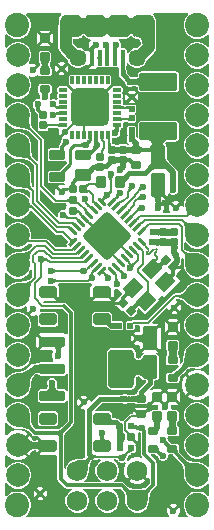
<source format=gtl>
G04*
G04 #@! TF.GenerationSoftware,Altium Limited,Altium Designer,21.5.1 (32)*
G04*
G04 Layer_Physical_Order=1*
G04 Layer_Color=255*
%FSLAX44Y44*%
%MOMM*%
G71*
G04*
G04 #@! TF.SameCoordinates,C2353FAA-8F2D-43E4-B4A7-D176906AD12A*
G04*
G04*
G04 #@! TF.FilePolarity,Positive*
G04*
G01*
G75*
%ADD12C,0.2000*%
%ADD13C,0.1270*%
G04:AMPARAMS|DCode=47|XSize=3.2mm|YSize=1.5mm|CornerRadius=0.1875mm|HoleSize=0mm|Usage=FLASHONLY|Rotation=0.000|XOffset=0mm|YOffset=0mm|HoleType=Round|Shape=RoundedRectangle|*
%AMROUNDEDRECTD47*
21,1,3.2000,1.1250,0,0,0.0*
21,1,2.8250,1.5000,0,0,0.0*
1,1,0.3750,1.4125,-0.5625*
1,1,0.3750,-1.4125,-0.5625*
1,1,0.3750,-1.4125,0.5625*
1,1,0.3750,1.4125,0.5625*
%
%ADD47ROUNDEDRECTD47*%
G04:AMPARAMS|DCode=48|XSize=0.8mm|YSize=1.4mm|CornerRadius=0.1mm|HoleSize=0mm|Usage=FLASHONLY|Rotation=270.000|XOffset=0mm|YOffset=0mm|HoleType=Round|Shape=RoundedRectangle|*
%AMROUNDEDRECTD48*
21,1,0.8000,1.2000,0,0,270.0*
21,1,0.6000,1.4000,0,0,270.0*
1,1,0.2000,-0.6000,-0.3000*
1,1,0.2000,-0.6000,0.3000*
1,1,0.2000,0.6000,0.3000*
1,1,0.2000,0.6000,-0.3000*
%
%ADD48ROUNDEDRECTD48*%
G04:AMPARAMS|DCode=49|XSize=1mm|YSize=1.4mm|CornerRadius=0.125mm|HoleSize=0mm|Usage=FLASHONLY|Rotation=270.000|XOffset=0mm|YOffset=0mm|HoleType=Round|Shape=RoundedRectangle|*
%AMROUNDEDRECTD49*
21,1,1.0000,1.1500,0,0,270.0*
21,1,0.7500,1.4000,0,0,270.0*
1,1,0.2500,-0.5750,-0.3750*
1,1,0.2500,-0.5750,0.3750*
1,1,0.2500,0.5750,0.3750*
1,1,0.2500,0.5750,-0.3750*
%
%ADD49ROUNDEDRECTD49*%
G04:AMPARAMS|DCode=50|XSize=1.9mm|YSize=1.2mm|CornerRadius=0.15mm|HoleSize=0mm|Usage=FLASHONLY|Rotation=270.000|XOffset=0mm|YOffset=0mm|HoleType=Round|Shape=RoundedRectangle|*
%AMROUNDEDRECTD50*
21,1,1.9000,0.9000,0,0,270.0*
21,1,1.6000,1.2000,0,0,270.0*
1,1,0.3000,-0.4500,-0.8000*
1,1,0.3000,-0.4500,0.8000*
1,1,0.3000,0.4500,0.8000*
1,1,0.3000,0.4500,-0.8000*
%
%ADD50ROUNDEDRECTD50*%
G04:AMPARAMS|DCode=51|XSize=1.9mm|YSize=1.5mm|CornerRadius=0.1875mm|HoleSize=0mm|Usage=FLASHONLY|Rotation=270.000|XOffset=0mm|YOffset=0mm|HoleType=Round|Shape=RoundedRectangle|*
%AMROUNDEDRECTD51*
21,1,1.9000,1.1250,0,0,270.0*
21,1,1.5250,1.5000,0,0,270.0*
1,1,0.3750,-0.5625,-0.7625*
1,1,0.3750,-0.5625,0.7625*
1,1,0.3750,0.5625,0.7625*
1,1,0.3750,0.5625,-0.7625*
%
%ADD51ROUNDEDRECTD51*%
G04:AMPARAMS|DCode=52|XSize=1.35mm|YSize=0.4mm|CornerRadius=0.05mm|HoleSize=0mm|Usage=FLASHONLY|Rotation=270.000|XOffset=0mm|YOffset=0mm|HoleType=Round|Shape=RoundedRectangle|*
%AMROUNDEDRECTD52*
21,1,1.3500,0.3000,0,0,270.0*
21,1,1.2500,0.4000,0,0,270.0*
1,1,0.1000,-0.1500,-0.6250*
1,1,0.1000,-0.1500,0.6250*
1,1,0.1000,0.1500,0.6250*
1,1,0.1000,0.1500,-0.6250*
%
%ADD52ROUNDEDRECTD52*%
G04:AMPARAMS|DCode=53|XSize=3.1mm|YSize=3.1mm|CornerRadius=0.3875mm|HoleSize=0mm|Usage=FLASHONLY|Rotation=135.000|XOffset=0mm|YOffset=0mm|HoleType=Round|Shape=RoundedRectangle|*
%AMROUNDEDRECTD53*
21,1,3.1000,2.3250,0,0,135.0*
21,1,2.3250,3.1000,0,0,135.0*
1,1,0.7750,0.0000,1.6440*
1,1,0.7750,1.6440,0.0000*
1,1,0.7750,0.0000,-1.6440*
1,1,0.7750,-1.6440,0.0000*
%
%ADD53ROUNDEDRECTD53*%
G04:AMPARAMS|DCode=54|XSize=0.64mm|YSize=0.7mm|CornerRadius=0.08mm|HoleSize=0mm|Usage=FLASHONLY|Rotation=90.000|XOffset=0mm|YOffset=0mm|HoleType=Round|Shape=RoundedRectangle|*
%AMROUNDEDRECTD54*
21,1,0.6400,0.5400,0,0,90.0*
21,1,0.4800,0.7000,0,0,90.0*
1,1,0.1600,0.2700,0.2400*
1,1,0.1600,0.2700,-0.2400*
1,1,0.1600,-0.2700,-0.2400*
1,1,0.1600,-0.2700,0.2400*
%
%ADD54ROUNDEDRECTD54*%
G04:AMPARAMS|DCode=55|XSize=0.64mm|YSize=0.7mm|CornerRadius=0.08mm|HoleSize=0mm|Usage=FLASHONLY|Rotation=180.000|XOffset=0mm|YOffset=0mm|HoleType=Round|Shape=RoundedRectangle|*
%AMROUNDEDRECTD55*
21,1,0.6400,0.5400,0,0,180.0*
21,1,0.4800,0.7000,0,0,180.0*
1,1,0.1600,-0.2400,0.2700*
1,1,0.1600,0.2400,0.2700*
1,1,0.1600,0.2400,-0.2700*
1,1,0.1600,-0.2400,-0.2700*
%
%ADD55ROUNDEDRECTD55*%
G04:AMPARAMS|DCode=56|XSize=1mm|YSize=1.45mm|CornerRadius=0.125mm|HoleSize=0mm|Usage=FLASHONLY|Rotation=90.000|XOffset=0mm|YOffset=0mm|HoleType=Round|Shape=RoundedRectangle|*
%AMROUNDEDRECTD56*
21,1,1.0000,1.2000,0,0,90.0*
21,1,0.7500,1.4500,0,0,90.0*
1,1,0.2500,0.6000,0.3750*
1,1,0.2500,0.6000,-0.3750*
1,1,0.2500,-0.6000,-0.3750*
1,1,0.2500,-0.6000,0.3750*
%
%ADD56ROUNDEDRECTD56*%
G04:AMPARAMS|DCode=57|XSize=0.9mm|YSize=0.6mm|CornerRadius=0.075mm|HoleSize=0mm|Usage=FLASHONLY|Rotation=180.000|XOffset=0mm|YOffset=0mm|HoleType=Round|Shape=RoundedRectangle|*
%AMROUNDEDRECTD57*
21,1,0.9000,0.4500,0,0,180.0*
21,1,0.7500,0.6000,0,0,180.0*
1,1,0.1500,-0.3750,0.2250*
1,1,0.1500,0.3750,0.2250*
1,1,0.1500,0.3750,-0.2250*
1,1,0.1500,-0.3750,-0.2250*
%
%ADD57ROUNDEDRECTD57*%
G04:AMPARAMS|DCode=58|XSize=3.25mm|YSize=2.15mm|CornerRadius=0.2688mm|HoleSize=0mm|Usage=FLASHONLY|Rotation=90.000|XOffset=0mm|YOffset=0mm|HoleType=Round|Shape=RoundedRectangle|*
%AMROUNDEDRECTD58*
21,1,3.2500,1.6125,0,0,90.0*
21,1,2.7125,2.1500,0,0,90.0*
1,1,0.5375,0.8063,1.3563*
1,1,0.5375,0.8063,-1.3563*
1,1,0.5375,-0.8063,-1.3563*
1,1,0.5375,-0.8063,1.3563*
%
%ADD58ROUNDEDRECTD58*%
G04:AMPARAMS|DCode=59|XSize=0.9mm|YSize=2.15mm|CornerRadius=0.1125mm|HoleSize=0mm|Usage=FLASHONLY|Rotation=90.000|XOffset=0mm|YOffset=0mm|HoleType=Round|Shape=RoundedRectangle|*
%AMROUNDEDRECTD59*
21,1,0.9000,1.9250,0,0,90.0*
21,1,0.6750,2.1500,0,0,90.0*
1,1,0.2250,0.9625,0.3375*
1,1,0.2250,0.9625,-0.3375*
1,1,0.2250,-0.9625,-0.3375*
1,1,0.2250,-0.9625,0.3375*
%
%ADD59ROUNDEDRECTD59*%
G04:AMPARAMS|DCode=60|XSize=1.15mm|YSize=1.4mm|CornerRadius=0mm|HoleSize=0mm|Usage=FLASHONLY|Rotation=135.000|XOffset=0mm|YOffset=0mm|HoleType=Round|Shape=Rectangle|*
%AMROTATEDRECTD60*
4,1,4,0.9016,0.0884,-0.0884,-0.9016,-0.9016,-0.0884,0.0884,0.9016,0.9016,0.0884,0.0*
%
%ADD60ROTATEDRECTD60*%

G04:AMPARAMS|DCode=61|XSize=0.25mm|YSize=0.9mm|CornerRadius=0.0313mm|HoleSize=0mm|Usage=FLASHONLY|Rotation=135.000|XOffset=0mm|YOffset=0mm|HoleType=Round|Shape=RoundedRectangle|*
%AMROUNDEDRECTD61*
21,1,0.2500,0.8375,0,0,135.0*
21,1,0.1875,0.9000,0,0,135.0*
1,1,0.0625,0.2298,0.3624*
1,1,0.0625,0.3624,0.2298*
1,1,0.0625,-0.2298,-0.3624*
1,1,0.0625,-0.3624,-0.2298*
%
%ADD61ROUNDEDRECTD61*%
G04:AMPARAMS|DCode=62|XSize=0.25mm|YSize=0.9mm|CornerRadius=0.0313mm|HoleSize=0mm|Usage=FLASHONLY|Rotation=225.000|XOffset=0mm|YOffset=0mm|HoleType=Round|Shape=RoundedRectangle|*
%AMROUNDEDRECTD62*
21,1,0.2500,0.8375,0,0,225.0*
21,1,0.1875,0.9000,0,0,225.0*
1,1,0.0625,-0.3624,0.2298*
1,1,0.0625,-0.2298,0.3624*
1,1,0.0625,0.3624,-0.2298*
1,1,0.0625,0.2298,-0.3624*
%
%ADD62ROUNDEDRECTD62*%
G04:AMPARAMS|DCode=63|XSize=0.3mm|YSize=0.7mm|CornerRadius=0.0375mm|HoleSize=0mm|Usage=FLASHONLY|Rotation=180.000|XOffset=0mm|YOffset=0mm|HoleType=Round|Shape=RoundedRectangle|*
%AMROUNDEDRECTD63*
21,1,0.3000,0.6250,0,0,180.0*
21,1,0.2250,0.7000,0,0,180.0*
1,1,0.0750,-0.1125,0.3125*
1,1,0.0750,0.1125,0.3125*
1,1,0.0750,0.1125,-0.3125*
1,1,0.0750,-0.1125,-0.3125*
%
%ADD63ROUNDEDRECTD63*%
G04:AMPARAMS|DCode=64|XSize=0.3mm|YSize=0.7mm|CornerRadius=0.0375mm|HoleSize=0mm|Usage=FLASHONLY|Rotation=90.000|XOffset=0mm|YOffset=0mm|HoleType=Round|Shape=RoundedRectangle|*
%AMROUNDEDRECTD64*
21,1,0.3000,0.6250,0,0,90.0*
21,1,0.2250,0.7000,0,0,90.0*
1,1,0.0750,0.3125,0.1125*
1,1,0.0750,0.3125,-0.1125*
1,1,0.0750,-0.3125,-0.1125*
1,1,0.0750,-0.3125,0.1125*
%
%ADD64ROUNDEDRECTD64*%
G04:AMPARAMS|DCode=65|XSize=3.15mm|YSize=3.15mm|CornerRadius=0.3938mm|HoleSize=0mm|Usage=FLASHONLY|Rotation=90.000|XOffset=0mm|YOffset=0mm|HoleType=Round|Shape=RoundedRectangle|*
%AMROUNDEDRECTD65*
21,1,3.1500,2.3625,0,0,90.0*
21,1,2.3625,3.1500,0,0,90.0*
1,1,0.7875,1.1812,1.1812*
1,1,0.7875,1.1812,-1.1812*
1,1,0.7875,-1.1812,-1.1812*
1,1,0.7875,-1.1812,1.1812*
%
%ADD65ROUNDEDRECTD65*%
G04:AMPARAMS|DCode=66|XSize=0.5mm|YSize=0.5mm|CornerRadius=0.0625mm|HoleSize=0mm|Usage=FLASHONLY|Rotation=90.000|XOffset=0mm|YOffset=0mm|HoleType=Round|Shape=RoundedRectangle|*
%AMROUNDEDRECTD66*
21,1,0.5000,0.3750,0,0,90.0*
21,1,0.3750,0.5000,0,0,90.0*
1,1,0.1250,0.1875,0.1875*
1,1,0.1250,0.1875,-0.1875*
1,1,0.1250,-0.1875,-0.1875*
1,1,0.1250,-0.1875,0.1875*
%
%ADD66ROUNDEDRECTD66*%
G04:AMPARAMS|DCode=67|XSize=0.8mm|YSize=0.8mm|CornerRadius=0.1mm|HoleSize=0mm|Usage=FLASHONLY|Rotation=180.000|XOffset=0mm|YOffset=0mm|HoleType=Round|Shape=RoundedRectangle|*
%AMROUNDEDRECTD67*
21,1,0.8000,0.6000,0,0,180.0*
21,1,0.6000,0.8000,0,0,180.0*
1,1,0.2000,-0.3000,0.3000*
1,1,0.2000,0.3000,0.3000*
1,1,0.2000,0.3000,-0.3000*
1,1,0.2000,-0.3000,-0.3000*
%
%ADD67ROUNDEDRECTD67*%
G04:AMPARAMS|DCode=68|XSize=0.94mm|YSize=0.8mm|CornerRadius=0.1mm|HoleSize=0mm|Usage=FLASHONLY|Rotation=270.000|XOffset=0mm|YOffset=0mm|HoleType=Round|Shape=RoundedRectangle|*
%AMROUNDEDRECTD68*
21,1,0.9400,0.6000,0,0,270.0*
21,1,0.7400,0.8000,0,0,270.0*
1,1,0.2000,-0.3000,-0.3700*
1,1,0.2000,-0.3000,0.3700*
1,1,0.2000,0.3000,0.3700*
1,1,0.2000,0.3000,-0.3700*
%
%ADD68ROUNDEDRECTD68*%
G04:AMPARAMS|DCode=69|XSize=0.64mm|YSize=0.7mm|CornerRadius=0.08mm|HoleSize=0mm|Usage=FLASHONLY|Rotation=225.000|XOffset=0mm|YOffset=0mm|HoleType=Round|Shape=RoundedRectangle|*
%AMROUNDEDRECTD69*
21,1,0.6400,0.5400,0,0,225.0*
21,1,0.4800,0.7000,0,0,225.0*
1,1,0.1600,-0.3606,0.0212*
1,1,0.1600,-0.0212,0.3606*
1,1,0.1600,0.3606,-0.0212*
1,1,0.1600,0.0212,-0.3606*
%
%ADD69ROUNDEDRECTD69*%
G04:AMPARAMS|DCode=70|XSize=0.55mm|YSize=0.45mm|CornerRadius=0.0563mm|HoleSize=0mm|Usage=FLASHONLY|Rotation=270.000|XOffset=0mm|YOffset=0mm|HoleType=Round|Shape=RoundedRectangle|*
%AMROUNDEDRECTD70*
21,1,0.5500,0.3375,0,0,270.0*
21,1,0.4375,0.4500,0,0,270.0*
1,1,0.1125,-0.1688,-0.2188*
1,1,0.1125,-0.1688,0.2188*
1,1,0.1125,0.1688,0.2188*
1,1,0.1125,0.1688,-0.2188*
%
%ADD70ROUNDEDRECTD70*%
G04:AMPARAMS|DCode=71|XSize=0.55mm|YSize=0.45mm|CornerRadius=0.0563mm|HoleSize=0mm|Usage=FLASHONLY|Rotation=0.000|XOffset=0mm|YOffset=0mm|HoleType=Round|Shape=RoundedRectangle|*
%AMROUNDEDRECTD71*
21,1,0.5500,0.3375,0,0,0.0*
21,1,0.4375,0.4500,0,0,0.0*
1,1,0.1125,0.2188,-0.1688*
1,1,0.1125,-0.2188,-0.1688*
1,1,0.1125,-0.2188,0.1688*
1,1,0.1125,0.2188,0.1688*
%
%ADD71ROUNDEDRECTD71*%
G04:AMPARAMS|DCode=72|XSize=1.25mm|YSize=1.95mm|CornerRadius=0.1563mm|HoleSize=0mm|Usage=FLASHONLY|Rotation=0.000|XOffset=0mm|YOffset=0mm|HoleType=Round|Shape=RoundedRectangle|*
%AMROUNDEDRECTD72*
21,1,1.2500,1.6375,0,0,0.0*
21,1,0.9375,1.9500,0,0,0.0*
1,1,0.3125,0.4688,-0.8188*
1,1,0.3125,-0.4688,-0.8188*
1,1,0.3125,-0.4688,0.8188*
1,1,0.3125,0.4688,0.8188*
%
%ADD72ROUNDEDRECTD72*%
%ADD73C,0.3000*%
%ADD74C,0.5000*%
%ADD75C,0.4000*%
%ADD76C,0.2610*%
%ADD77C,0.2640*%
%ADD78C,0.8000*%
%ADD79C,0.6000*%
%ADD80C,1.0000*%
%ADD81C,0.4500*%
G04:AMPARAMS|DCode=82|XSize=0.55mm|YSize=0.2mm|CornerRadius=0mm|HoleSize=0mm|Usage=FLASHONLY|Rotation=135.000|XOffset=0mm|YOffset=0mm|HoleType=Round|Shape=Rectangle|*
%AMROTATEDRECTD82*
4,1,4,0.2652,-0.1237,0.1237,-0.2652,-0.2652,0.1237,-0.1237,0.2652,0.2652,-0.1237,0.0*
%
%ADD82ROTATEDRECTD82*%

%ADD83R,0.2000X0.5500*%
%ADD84O,0.9500X1.9000*%
%ADD85C,1.4500*%
%ADD86C,1.7500*%
%ADD87C,2.0000*%
%ADD88C,0.6000*%
%ADD89C,2.0600*%
G36*
X91945Y423899D02*
X92135Y423856D01*
X93453Y423658D01*
X94877Y423540D01*
X96406Y423500D01*
Y413500D01*
X94877Y413460D01*
X93453Y413342D01*
X92135Y413144D01*
X91945Y413101D01*
Y409545D01*
X91364Y410297D01*
X90678Y410969D01*
X89886Y411562D01*
X88989Y412076D01*
X88900Y412115D01*
X88811Y412076D01*
X87914Y411562D01*
X87122Y410969D01*
X86436Y410297D01*
X85855Y409545D01*
Y413101D01*
X85665Y413144D01*
X84347Y413342D01*
X82923Y413460D01*
X81394Y413500D01*
Y423500D01*
X82923Y423540D01*
X84347Y423658D01*
X85665Y423856D01*
X85855Y423899D01*
Y427455D01*
X86436Y426703D01*
X87122Y426031D01*
X87914Y425438D01*
X88811Y424924D01*
X88900Y424885D01*
X88989Y424924D01*
X89886Y425438D01*
X90678Y426031D01*
X91364Y426703D01*
X91945Y427455D01*
Y423899D01*
D02*
G37*
G36*
X112340Y423825D02*
X113453Y423658D01*
X114877Y423540D01*
X116406Y423500D01*
Y413500D01*
X114877Y413460D01*
X113453Y413342D01*
X112340Y413175D01*
Y409441D01*
X111748Y410212D01*
X111055Y410902D01*
X110262Y411511D01*
X109368Y412039D01*
X109052Y412181D01*
X108811Y412076D01*
X107914Y411562D01*
X107122Y410969D01*
X106436Y410297D01*
X105855Y409545D01*
Y413171D01*
X104792Y413338D01*
X103397Y413459D01*
X101902Y413500D01*
Y423500D01*
X103397Y423541D01*
X104792Y423662D01*
X105855Y423829D01*
Y427455D01*
X106436Y426703D01*
X107122Y426031D01*
X107914Y425438D01*
X108811Y424924D01*
X109052Y424819D01*
X109368Y424961D01*
X110262Y425489D01*
X111055Y426098D01*
X111748Y426788D01*
X112340Y427559D01*
Y423825D01*
D02*
G37*
G36*
X66052Y426788D02*
X66745Y426098D01*
X67538Y425489D01*
X68432Y424961D01*
X68748Y424819D01*
X68989Y424924D01*
X69886Y425438D01*
X70678Y426031D01*
X71364Y426703D01*
X71945Y427455D01*
Y423829D01*
X73008Y423662D01*
X74403Y423541D01*
X75898Y423500D01*
Y413500D01*
X74403Y413459D01*
X73008Y413338D01*
X71945Y413171D01*
Y409545D01*
X71364Y410297D01*
X70678Y410969D01*
X69886Y411562D01*
X68989Y412076D01*
X68748Y412181D01*
X68432Y412039D01*
X67538Y411511D01*
X66745Y410902D01*
X66052Y410212D01*
X65459Y409441D01*
Y413175D01*
X64347Y413342D01*
X62923Y413460D01*
X61394Y413500D01*
Y423500D01*
X62923Y423540D01*
X64347Y423658D01*
X65459Y423825D01*
Y427559D01*
X66052Y426788D01*
D02*
G37*
G36*
X127648Y420569D02*
X128098Y418966D01*
X128448Y416158D01*
X128698Y412144D01*
X128898Y400500D01*
X119305Y400260D01*
X124132Y393411D01*
X121104Y390688D01*
X114856Y398687D01*
X114955Y398708D01*
X115109Y398792D01*
X115316Y398938D01*
X115578Y399147D01*
X116688Y400146D01*
X118286Y401707D01*
X118881Y400861D01*
X118848Y402051D01*
X118698Y403646D01*
X118448Y405037D01*
X118098Y406223D01*
X117648Y407204D01*
X117098Y407979D01*
X116448Y408550D01*
X115698Y408916D01*
X114848Y409076D01*
X113898Y409032D01*
X123898Y410500D01*
X124848Y414925D01*
X126448Y420158D01*
X127098Y420966D01*
X127648Y420569D01*
D02*
G37*
G36*
X79120Y399753D02*
X78972Y399747D01*
X78814Y399716D01*
X78647Y399660D01*
X78470Y399580D01*
X78283Y399475D01*
X78086Y399345D01*
X77879Y399191D01*
X77437Y398808D01*
X77201Y398579D01*
X75079Y400701D01*
X75308Y400937D01*
X75691Y401379D01*
X75845Y401586D01*
X75975Y401783D01*
X76080Y401970D01*
X76160Y402147D01*
X76216Y402314D01*
X76247Y402472D01*
X76253Y402620D01*
X79120Y399753D01*
D02*
G37*
G36*
X95440Y400825D02*
X96717D01*
X96722Y400368D01*
X97678Y400027D01*
X97496Y399926D01*
X97332Y399802D01*
X97188Y399655D01*
X97063Y399484D01*
X96958Y399289D01*
X96871Y399071D01*
X96842Y398966D01*
X96853Y398900D01*
X96912Y398652D01*
X96983Y398448D01*
X97064Y398290D01*
X97156Y398177D01*
X97259Y398109D01*
X96722D01*
X96717Y397965D01*
X94352Y398109D01*
X93541D01*
X93648Y398179D01*
X93745Y398293D01*
X93830Y398452D01*
X93903Y398657D01*
X93966Y398906D01*
X94017Y399200D01*
X94045Y399442D01*
X93969Y400528D01*
X93919Y400807D01*
X93861Y401052D01*
X93795Y401262D01*
X93722Y401437D01*
X95440Y400825D01*
D02*
G37*
G36*
X90505Y401262D02*
X90439Y401052D01*
X90381Y400807D01*
X90331Y400528D01*
X90254Y399865D01*
X90246Y399712D01*
X90283Y399200D01*
X90334Y398906D01*
X90397Y398657D01*
X90470Y398452D01*
X90555Y398293D01*
X90652Y398179D01*
X90759Y398109D01*
X89948D01*
X87583Y397965D01*
X87578Y398109D01*
X87041D01*
X87144Y398177D01*
X87236Y398290D01*
X87317Y398448D01*
X87388Y398652D01*
X87447Y398900D01*
X87458Y398966D01*
X87429Y399071D01*
X87342Y399289D01*
X87237Y399484D01*
X87112Y399655D01*
X86968Y399802D01*
X86804Y399926D01*
X86622Y400027D01*
X87577Y400368D01*
X87583Y400825D01*
X88860D01*
X90578Y401437D01*
X90505Y401262D01*
D02*
G37*
G36*
X109491Y410370D02*
X110148Y409865D01*
X110713Y409302D01*
X111250Y408603D01*
X111332Y408556D01*
X111369Y408469D01*
X111595Y408375D01*
X112319Y407891D01*
X113400Y407676D01*
X113916D01*
X113962Y407659D01*
X114320Y407676D01*
X114857D01*
X115262Y407599D01*
X115680Y407395D01*
X116070Y407053D01*
X116453Y406513D01*
X116808Y405739D01*
X117109Y404720D01*
X117335Y403460D01*
X117398Y402789D01*
X116205Y401596D01*
X115748Y401149D01*
X114689Y400196D01*
X114492Y400039D01*
X114465Y400020D01*
X112778D01*
X110611Y399439D01*
X108669Y398318D01*
X107082Y396731D01*
X106475Y395679D01*
X105205Y396019D01*
Y397750D01*
X105067Y398441D01*
X104676Y399026D01*
X104091Y399417D01*
X103400Y399555D01*
X100988D01*
X100860Y399660D01*
X100240Y400700D01*
X100228Y400785D01*
X100690Y401901D01*
Y403599D01*
X100040Y405169D01*
X98839Y406370D01*
X98770Y406398D01*
X99023Y407668D01*
X104525D01*
X105752Y407912D01*
X106601Y408479D01*
X106827Y408573D01*
X106862Y408658D01*
X106942Y408704D01*
X107465Y409381D01*
X108019Y409923D01*
X108671Y410411D01*
X109051Y410629D01*
X109491Y410370D01*
D02*
G37*
G36*
X69129Y410411D02*
X69781Y409923D01*
X70335Y409381D01*
X70858Y408704D01*
X70938Y408658D01*
X70973Y408573D01*
X71199Y408479D01*
X72048Y407912D01*
X73275Y407668D01*
X74538D01*
X75064Y406398D01*
X74553Y405888D01*
X73710Y403852D01*
Y401648D01*
X73252Y400694D01*
X76798Y397148D01*
X75002Y395352D01*
X71517Y398837D01*
X71333Y397912D01*
X70868Y397637D01*
X70030Y397419D01*
X69131Y398318D01*
X67189Y399439D01*
X65022Y400020D01*
X63435D01*
X61223Y401968D01*
X60293Y402898D01*
Y407676D01*
X64400D01*
X65481Y407891D01*
X66205Y408375D01*
X66431Y408469D01*
X66468Y408556D01*
X66550Y408603D01*
X67087Y409302D01*
X67652Y409865D01*
X68309Y410370D01*
X68749Y410629D01*
X69129Y410411D01*
D02*
G37*
G36*
X60101Y401124D02*
X62845Y398708D01*
X62944Y398687D01*
X56696Y390688D01*
X53668Y393411D01*
X59514Y401707D01*
X60101Y401124D01*
D02*
G37*
G36*
X157578Y427940D02*
X155842Y426204D01*
X154319Y423566D01*
X153530Y420623D01*
Y417577D01*
X154319Y414634D01*
X155842Y411996D01*
X157996Y409842D01*
X160634Y408318D01*
X163577Y407530D01*
X166623D01*
X169566Y408318D01*
X172204Y409842D01*
X173940Y411578D01*
X175210Y411052D01*
Y401050D01*
X173940Y400798D01*
X172020Y402718D01*
X169450Y404202D01*
X166584Y404970D01*
X163616D01*
X160750Y404202D01*
X158180Y402718D01*
X156082Y400620D01*
X154598Y398050D01*
X153830Y395184D01*
Y392216D01*
X154598Y389350D01*
X156082Y386780D01*
X158180Y384682D01*
X160750Y383198D01*
X163616Y382430D01*
X166584D01*
X169450Y383198D01*
X172020Y384682D01*
X173940Y386602D01*
X175210Y386350D01*
Y375650D01*
X173940Y375398D01*
X172020Y377318D01*
X169450Y378802D01*
X166584Y379570D01*
X163616D01*
X160750Y378802D01*
X158180Y377318D01*
X156082Y375220D01*
X154598Y372650D01*
X153830Y369784D01*
Y366816D01*
X154598Y363950D01*
X156082Y361380D01*
X158180Y359282D01*
X160750Y357798D01*
X163616Y357030D01*
X166584D01*
X169450Y357798D01*
X172020Y359282D01*
X173940Y361202D01*
X175210Y360950D01*
Y350250D01*
X173940Y349998D01*
X172020Y351918D01*
X169450Y353402D01*
X166584Y354170D01*
X163616D01*
X160750Y353402D01*
X158180Y351918D01*
X156082Y349820D01*
X154598Y347250D01*
X153830Y344384D01*
Y341416D01*
X154598Y338550D01*
X156082Y335980D01*
X158180Y333882D01*
X160750Y332398D01*
X163616Y331630D01*
X166584D01*
X169450Y332398D01*
X172020Y333882D01*
X173940Y335802D01*
X175210Y335550D01*
Y324850D01*
X173940Y324598D01*
X172020Y326518D01*
X169450Y328002D01*
X166584Y328770D01*
X163616D01*
X160750Y328002D01*
X158180Y326518D01*
X156082Y324420D01*
X154598Y321850D01*
X153830Y318984D01*
Y316016D01*
X154598Y313150D01*
X156082Y310580D01*
X158180Y308482D01*
X160750Y306998D01*
X163616Y306230D01*
X166584D01*
X169450Y306998D01*
X172020Y308482D01*
X173940Y310402D01*
X175210Y310150D01*
Y299450D01*
X173940Y299198D01*
X172020Y301118D01*
X169450Y302602D01*
X166584Y303370D01*
X163616D01*
X160750Y302602D01*
X158180Y301118D01*
X156082Y299020D01*
X154598Y296450D01*
X153830Y293584D01*
Y290616D01*
X154598Y287750D01*
X156082Y285180D01*
X158180Y283082D01*
X160750Y281598D01*
X163616Y280830D01*
X166584D01*
X169450Y281598D01*
X172020Y283082D01*
X173940Y285002D01*
X175210Y284750D01*
Y274050D01*
X173940Y273798D01*
X172020Y275718D01*
X169450Y277202D01*
X166584Y277970D01*
X163616D01*
X160750Y277202D01*
X158180Y275718D01*
X156082Y273620D01*
X154598Y271050D01*
X153830Y268184D01*
Y265627D01*
X152606Y265516D01*
X151832Y267384D01*
X147964Y263516D01*
X147066Y264414D01*
X146168Y263516D01*
X142300Y267384D01*
X141526Y265516D01*
Y263312D01*
X142369Y261276D01*
X142408Y261238D01*
X141921Y260065D01*
X136717D01*
X136230Y261238D01*
X136269Y261276D01*
X137112Y263312D01*
Y265516D01*
X136338Y267384D01*
X132470Y263516D01*
X130674Y265312D01*
X131918Y266556D01*
X129472D01*
X129491Y266593D01*
X129508Y266663D01*
X129523Y266768D01*
X129547Y267079D01*
X129571Y268108D01*
X129572Y268450D01*
X133572D01*
X133584Y268222D01*
X134917Y269555D01*
X134946Y269621D01*
X134965Y270344D01*
X135017Y270935D01*
X135034Y271036D01*
X136259D01*
X137860Y271354D01*
X138141Y271541D01*
X130674Y279008D01*
X132470Y280804D01*
X139937Y273337D01*
X140124Y273618D01*
X140442Y275219D01*
Y276157D01*
X141712Y276683D01*
X142361Y276034D01*
X143931Y275384D01*
X145629D01*
X147199Y276034D01*
X148400Y277235D01*
X149050Y278805D01*
Y280503D01*
X148624Y281532D01*
Y294698D01*
X148624Y294698D01*
X148331Y296169D01*
X147498Y297416D01*
X142416Y302498D01*
X142397Y302556D01*
X142363Y302573D01*
X142349Y302608D01*
X141535Y303456D01*
X140851Y304238D01*
X140280Y304970D01*
X139821Y305647D01*
X139472Y306265D01*
X139230Y306814D01*
X139148Y307089D01*
Y316094D01*
X138928Y317199D01*
X138430Y317944D01*
X138336Y318170D01*
X137934Y319361D01*
X138115Y319658D01*
X138431Y320000D01*
X138753Y320215D01*
X139118Y320345D01*
X139717Y320408D01*
X139736Y320418D01*
X146375D01*
X147602Y320662D01*
X148642Y321358D01*
X149338Y322398D01*
X149582Y323625D01*
Y334875D01*
X149338Y336102D01*
X148642Y337142D01*
X147602Y337838D01*
X146375Y338082D01*
X118125D01*
X116898Y337838D01*
X115858Y337142D01*
X115162Y336102D01*
X114918Y334875D01*
Y323896D01*
X113648Y323643D01*
X113120Y324919D01*
X112953Y325085D01*
X112920Y325709D01*
X112965Y326412D01*
X113010Y326792D01*
X113060Y327085D01*
X113104Y327262D01*
X113115Y327290D01*
X113143Y327333D01*
X113152Y327386D01*
X113164Y327418D01*
X113164Y327419D01*
X113225Y327565D01*
X113414Y327848D01*
X113428Y327922D01*
X113457Y327971D01*
X113446Y328011D01*
X113556Y328563D01*
Y331937D01*
X113414Y332653D01*
X113009Y333259D01*
X112402Y333664D01*
X111687Y333806D01*
X107312D01*
X106597Y333664D01*
X105991Y333259D01*
X105586Y332653D01*
X105444Y331937D01*
Y328563D01*
X105554Y328011D01*
X105543Y327971D01*
X105571Y327922D01*
X105586Y327848D01*
X105775Y327565D01*
X105836Y327419D01*
X105836Y327418D01*
X105848Y327386D01*
X105857Y327333D01*
X105885Y327290D01*
X105896Y327262D01*
X105940Y327085D01*
X105984Y326829D01*
X106092Y325130D01*
X105880Y324919D01*
X105230Y323349D01*
Y321651D01*
X105880Y320081D01*
X107029Y318933D01*
X107006Y318254D01*
X106978Y318022D01*
X106790Y317788D01*
X106553Y317755D01*
X105927Y317777D01*
X105701Y317871D01*
X105208Y318200D01*
X104400Y318361D01*
X99600D01*
X98792Y318200D01*
X98299Y317871D01*
X98073Y317777D01*
X97550Y317597D01*
X97250Y317573D01*
X96950Y317597D01*
X96427Y317777D01*
X96201Y317871D01*
X95708Y318200D01*
X94900Y318361D01*
X94047D01*
X93123Y319098D01*
X93064Y319223D01*
Y323042D01*
X93048Y323123D01*
X94162Y324036D01*
X94901Y323730D01*
X96599D01*
X98169Y324380D01*
X99370Y325581D01*
X100020Y327151D01*
Y328849D01*
X99977Y328952D01*
X100025Y330055D01*
X100124Y330280D01*
X100135Y330760D01*
X100165Y331139D01*
X100209Y331442D01*
X100261Y331663D01*
X100273Y331698D01*
X100375D01*
X101017Y331825D01*
X101561Y332189D01*
X101925Y332733D01*
X102052Y333375D01*
Y335625D01*
X101979Y335994D01*
X101977Y336035D01*
X102189Y336603D01*
X102751Y337317D01*
X102770Y337317D01*
X102909Y337377D01*
X104578D01*
X104717Y337317D01*
X105053Y337312D01*
X105608Y337275D01*
X105784Y337250D01*
X105918Y337223D01*
X105940Y337216D01*
X105972Y337146D01*
X106298Y337026D01*
X106577Y336820D01*
X106634Y336829D01*
X107312Y336694D01*
X111687D01*
X112402Y336836D01*
X113009Y337241D01*
X113414Y337848D01*
X113556Y338563D01*
Y341937D01*
X113414Y342653D01*
X113009Y343259D01*
X112543Y343569D01*
X112468Y344250D01*
X112543Y344930D01*
X113009Y345241D01*
X113414Y345848D01*
X113556Y346562D01*
Y349938D01*
X113414Y350653D01*
X113009Y351259D01*
X112402Y351664D01*
X111687Y351806D01*
X107312D01*
X106876Y351719D01*
X104866Y351683D01*
X104728Y351623D01*
X102925D01*
X102795Y351683D01*
X102751Y351684D01*
X102343Y352202D01*
X101990Y352818D01*
X101976Y352910D01*
X101979Y353005D01*
X102052Y353375D01*
Y355625D01*
X101925Y356267D01*
X101561Y356811D01*
Y357189D01*
X101925Y357733D01*
X102052Y358375D01*
Y360625D01*
X101925Y361267D01*
X101561Y361811D01*
Y362189D01*
X101925Y362733D01*
X102052Y363375D01*
Y365625D01*
X101925Y366267D01*
X101561Y366811D01*
X101017Y367175D01*
X100375Y367302D01*
X94125D01*
X93483Y367175D01*
X92939Y366811D01*
X92576Y366267D01*
X92459Y365684D01*
X92303Y365590D01*
X92082Y365536D01*
X75148Y348602D01*
X74250Y349500D01*
X73352Y348602D01*
X56418Y365536D01*
X56197Y365590D01*
X56041Y365684D01*
X55925Y366267D01*
X55561Y366811D01*
X55017Y367175D01*
X54375Y367302D01*
X48125D01*
X47483Y367175D01*
X46939Y366811D01*
X46575Y366267D01*
X46448Y365625D01*
Y363375D01*
X46575Y362733D01*
X46939Y362189D01*
Y361811D01*
X46575Y361267D01*
X46448Y360625D01*
Y358375D01*
X46575Y357733D01*
X46912Y357229D01*
X46624Y356339D01*
X46575Y356267D01*
X46536Y356068D01*
X46530Y356051D01*
X45506Y355615D01*
X45178Y355611D01*
X45169Y355620D01*
X43599Y356270D01*
X41901D01*
X41151Y355960D01*
X40179Y356932D01*
X40270Y357151D01*
Y358849D01*
X40019Y359456D01*
X40062Y359908D01*
X40538Y360847D01*
X40930Y361109D01*
X40966Y361124D01*
X40971Y361137D01*
X41206Y361294D01*
X41653Y361962D01*
X41810Y362750D01*
Y367250D01*
X41653Y368038D01*
X41206Y368706D01*
X40538Y369153D01*
X39750Y369310D01*
X32250D01*
X31462Y369153D01*
X30794Y368706D01*
X30347Y368038D01*
X30190Y367250D01*
Y362750D01*
X30347Y361962D01*
X30794Y361294D01*
X31029Y361137D01*
X31034Y361124D01*
X31070Y361109D01*
X31462Y360847D01*
X31938Y359908D01*
X31981Y359456D01*
X31730Y358849D01*
Y357280D01*
X31260Y356740D01*
X30720Y356270D01*
X29151D01*
X27581Y355620D01*
X26380Y354419D01*
X25730Y352849D01*
Y351151D01*
X26380Y349581D01*
X27252Y348709D01*
X27290Y347637D01*
X27395Y347407D01*
X27555Y346605D01*
X28151Y345713D01*
X28201Y345584D01*
X29398Y344334D01*
X29881Y343763D01*
X29989Y343616D01*
Y340350D01*
X30150Y339542D01*
X30608Y338858D01*
Y338642D01*
X30150Y337958D01*
X29989Y337150D01*
Y331750D01*
X30150Y330942D01*
X30608Y330258D01*
X31292Y329800D01*
X32100Y329639D01*
X36900D01*
X37708Y329800D01*
X38392Y330258D01*
X38850Y330942D01*
X39011Y331750D01*
Y332076D01*
X39125Y332095D01*
X39376Y332117D01*
X39720Y332126D01*
X39855Y332186D01*
X45586D01*
X45722Y332126D01*
X46388Y332111D01*
X46864Y332072D01*
X47001Y332051D01*
X47087Y332032D01*
X47094Y332029D01*
X47131Y332012D01*
X47153Y332011D01*
X47183Y332001D01*
X47217Y332004D01*
X47483Y331825D01*
X47947Y331172D01*
X48045Y331003D01*
X48075Y330935D01*
X48154Y330601D01*
X48158Y330428D01*
X48148Y330375D01*
Y326625D01*
X48385Y325432D01*
X52352Y329398D01*
X54148Y327602D01*
X50004Y323458D01*
X50141Y323261D01*
X50144Y322348D01*
X49730Y321349D01*
Y319848D01*
X49697Y319728D01*
X49704Y319675D01*
X49694Y319643D01*
X49663Y319571D01*
X49607Y319470D01*
X49533Y319360D01*
X49246Y319008D01*
X49061Y318814D01*
X49016Y318699D01*
X48967Y318650D01*
X48891Y318595D01*
X48886Y318568D01*
X48503Y318185D01*
X47891Y317269D01*
X47728Y316452D01*
X47626Y316220D01*
X47615Y315733D01*
X47585Y315349D01*
X47540Y315042D01*
X47488Y314819D01*
X47486Y314814D01*
X40750D01*
X39864Y314638D01*
X39113Y314137D01*
X38612Y313386D01*
X38435Y312500D01*
Y306500D01*
X38612Y305614D01*
X39113Y304863D01*
X39864Y304362D01*
X40750Y304186D01*
X52750D01*
X53605Y304356D01*
X53637Y304361D01*
X54875Y303662D01*
Y302337D01*
X49914Y297376D01*
X49789Y297328D01*
X49414Y296970D01*
X49077Y296679D01*
X48758Y296435D01*
X48459Y296236D01*
X48183Y296081D01*
X47931Y295967D01*
X47706Y295890D01*
X47506Y295845D01*
X47329Y295827D01*
X47078Y295832D01*
X47032Y295814D01*
X40750D01*
X39864Y295638D01*
X39113Y295137D01*
X38612Y294386D01*
X38435Y293500D01*
Y287500D01*
X38612Y286614D01*
X39113Y285863D01*
X39864Y285362D01*
X40750Y285186D01*
X51924D01*
X52732Y284213D01*
X51530Y283614D01*
X51394Y283670D01*
X49190D01*
X47322Y282896D01*
X51190Y279028D01*
X49394Y277232D01*
X45526Y281100D01*
X44752Y279232D01*
Y277028D01*
X45272Y275774D01*
X44195Y275054D01*
X35080Y284169D01*
Y321984D01*
X34904Y322870D01*
X34403Y323621D01*
X25640Y332383D01*
X25607Y332493D01*
X25606Y332493D01*
X25606Y332494D01*
X25261Y332911D01*
X25011Y333347D01*
X24781Y333921D01*
X24585Y334636D01*
X24434Y335488D01*
X24334Y336476D01*
X24291Y337578D01*
X24379Y340223D01*
X24513Y341723D01*
X24470Y341862D01*
Y344384D01*
X23702Y347250D01*
X22218Y349820D01*
X20120Y351918D01*
X17550Y353402D01*
X14684Y354170D01*
X11716D01*
X8850Y353402D01*
X6280Y351918D01*
X4182Y349820D01*
X3860Y349262D01*
X2590Y349603D01*
Y361597D01*
X3860Y361938D01*
X4182Y361380D01*
X6280Y359282D01*
X8850Y357798D01*
X11716Y357030D01*
X14684D01*
X17550Y357798D01*
X20120Y359282D01*
X22218Y361380D01*
X23702Y363950D01*
X24470Y366816D01*
Y369784D01*
X23702Y372650D01*
X22346Y374999D01*
X22743Y375684D01*
X23148Y376042D01*
X24552Y375460D01*
X26756D01*
X28792Y376303D01*
X29201Y376712D01*
X30707Y376423D01*
X30794Y376294D01*
X31462Y375847D01*
X32250Y375690D01*
X39750D01*
X40538Y375847D01*
X41206Y376294D01*
X41653Y376962D01*
X41810Y377750D01*
Y382250D01*
X41653Y383038D01*
X41335Y383515D01*
X41241Y383741D01*
X41161Y383774D01*
X41120Y383848D01*
X40866Y384048D01*
X40703Y384223D01*
X40542Y384452D01*
X40388Y384745D01*
X40245Y385108D01*
X40119Y385542D01*
X40058Y385839D01*
X40141Y386271D01*
X40243Y386651D01*
X40346Y386928D01*
X40434Y387097D01*
X40481Y387160D01*
X40598Y387262D01*
X40622Y387309D01*
X40671Y387329D01*
X40765Y387555D01*
X41138Y388114D01*
X41315Y389000D01*
Y395000D01*
X41138Y395886D01*
X40637Y396637D01*
X39886Y397138D01*
X39000Y397314D01*
X33000D01*
X32114Y397138D01*
X31363Y396637D01*
X30862Y395886D01*
X30686Y395000D01*
Y389000D01*
X30862Y388114D01*
X31235Y387555D01*
X31329Y387329D01*
X31378Y387309D01*
X31402Y387262D01*
X31519Y387160D01*
X31566Y387097D01*
X31654Y386928D01*
X31758Y386651D01*
X31859Y386271D01*
X31942Y385839D01*
X31881Y385542D01*
X31755Y385108D01*
X31612Y384745D01*
X31535Y384598D01*
X31096Y384428D01*
X30862Y384412D01*
X26552Y380102D01*
X24756Y381898D01*
X28624Y385766D01*
X26756Y386540D01*
X24552D01*
X23148Y385958D01*
X22743Y386316D01*
X22346Y387001D01*
X23702Y389350D01*
X24470Y392216D01*
Y395184D01*
X23702Y398050D01*
X22218Y400620D01*
X20120Y402718D01*
X17550Y404202D01*
X14684Y404970D01*
X11716D01*
X8850Y404202D01*
X6280Y402718D01*
X4182Y400620D01*
X3860Y400062D01*
X2590Y400403D01*
Y411052D01*
X3860Y411578D01*
X5596Y409842D01*
X8234Y408318D01*
X11177Y407530D01*
X14223D01*
X17166Y408318D01*
X19804Y409842D01*
X21958Y411996D01*
X23482Y414634D01*
X24270Y417577D01*
Y420623D01*
X23482Y423566D01*
X21958Y426204D01*
X20222Y427940D01*
X20748Y429210D01*
X49699D01*
X50084Y427940D01*
X49560Y427590D01*
X48229Y425599D01*
X47762Y423250D01*
Y419781D01*
X47507Y418500D01*
X47632Y417875D01*
X47507Y417250D01*
Y400250D01*
X47994Y397804D01*
X49380Y395730D01*
X55618Y389492D01*
X55961Y388211D01*
X57082Y386269D01*
X58669Y384682D01*
X60611Y383561D01*
X62778Y382980D01*
X65022D01*
X67189Y383561D01*
X69131Y384682D01*
X70030Y385581D01*
X70868Y385363D01*
X71333Y385088D01*
X71517Y384163D01*
X75002Y387648D01*
X76798Y385852D01*
X73313Y382367D01*
X74400Y382150D01*
X77400D01*
X78586Y382386D01*
X79592Y383058D01*
X79901Y383521D01*
X80209Y383583D01*
X80900Y383445D01*
X83900D01*
X84591Y383583D01*
X85176Y383974D01*
X86124D01*
X86709Y383583D01*
X87400Y383445D01*
X90400D01*
X91091Y383583D01*
X91676Y383974D01*
X92624D01*
X93209Y383583D01*
X93900Y383445D01*
X96900D01*
X97591Y383583D01*
X98659Y383008D01*
X98896Y381882D01*
X98820Y381768D01*
X98566Y380492D01*
Y377501D01*
X98820Y376225D01*
X99543Y375143D01*
X102868Y371818D01*
X102908Y371721D01*
X103139Y371488D01*
X103814Y370780D01*
X103881Y370703D01*
Y370401D01*
X104531Y368831D01*
X105732Y367630D01*
X107301Y366980D01*
X109000D01*
X110029Y367406D01*
X111140D01*
X111208Y367376D01*
X112122Y367352D01*
X112883Y367285D01*
X113519Y367180D01*
X114025Y367044D01*
X114398Y366893D01*
X114639Y366747D01*
X114771Y366625D01*
X114836Y366527D01*
X114875Y366418D01*
X114908Y366105D01*
X114918Y366086D01*
Y365625D01*
X115162Y364398D01*
X115858Y363358D01*
X116898Y362663D01*
X118125Y362418D01*
X146375D01*
X147602Y362663D01*
X148642Y363358D01*
X149338Y364398D01*
X149582Y365625D01*
Y376875D01*
X149338Y378102D01*
X148642Y379142D01*
X147602Y379837D01*
X146375Y380082D01*
X118125D01*
X116898Y379837D01*
X115858Y379142D01*
X115162Y378102D01*
X114918Y376875D01*
Y376414D01*
X114908Y376395D01*
X114875Y376082D01*
X114836Y375973D01*
X114771Y375875D01*
X114639Y375754D01*
X114397Y375607D01*
X114025Y375456D01*
X113519Y375320D01*
X112883Y375215D01*
X112122Y375148D01*
X111208Y375124D01*
X111140Y375094D01*
X110029D01*
X109000Y375520D01*
X108764D01*
X107630Y376540D01*
X107546Y376570D01*
X105234Y378882D01*
Y380492D01*
X104980Y381768D01*
X104782Y382065D01*
X104806Y383218D01*
X104857Y383882D01*
X104885Y384084D01*
X104909Y384201D01*
X104942Y384307D01*
X104937Y384364D01*
X105067Y384559D01*
X105100Y384725D01*
X105130Y384783D01*
X105119Y384817D01*
X105132Y384887D01*
X105134Y384891D01*
X105133Y384892D01*
X105205Y385250D01*
Y386981D01*
X106475Y387321D01*
X107082Y386269D01*
X108669Y384682D01*
X110611Y383561D01*
X112778Y382980D01*
X115022D01*
X117189Y383561D01*
X119131Y384682D01*
X120718Y386269D01*
X121839Y388211D01*
X122182Y389492D01*
X128420Y395730D01*
X129806Y397803D01*
X130293Y400250D01*
Y417250D01*
X130169Y417875D01*
X130293Y418500D01*
X130038Y419781D01*
Y423250D01*
X129571Y425599D01*
X128240Y427590D01*
X127716Y427940D01*
X128102Y429210D01*
X157052D01*
X157578Y427940D01*
D02*
G37*
G36*
X39471Y388104D02*
X39267Y387833D01*
X39088Y387489D01*
X38932Y387070D01*
X38800Y386578D01*
X38692Y386012D01*
X38664Y385798D01*
X38783Y385213D01*
X38942Y384663D01*
X39137Y384170D01*
X39367Y383734D01*
X39632Y383355D01*
X39933Y383034D01*
X40269Y382769D01*
X31731D01*
X32067Y383034D01*
X32368Y383355D01*
X32633Y383734D01*
X32863Y384170D01*
X33058Y384663D01*
X33217Y385213D01*
X33329Y385763D01*
X33308Y386012D01*
X33200Y386578D01*
X33068Y387070D01*
X32912Y387489D01*
X32733Y387833D01*
X32529Y388104D01*
X32301Y388301D01*
X39699D01*
X39471Y388104D01*
D02*
G37*
G36*
X103691Y384832D02*
X103630Y384717D01*
X103576Y384545D01*
X103529Y384315D01*
X103490Y384029D01*
X103432Y383285D01*
X103400Y381742D01*
X100400D01*
X100396Y382313D01*
X100271Y384315D01*
X100224Y384545D01*
X100170Y384717D01*
X100109Y384832D01*
X100041Y384891D01*
X103759D01*
X103691Y384832D01*
D02*
G37*
G36*
X108121Y374250D02*
X105151Y371280D01*
X105138Y371319D01*
X105100Y371381D01*
X105037Y371466D01*
X104834Y371702D01*
X104124Y372447D01*
X103883Y372690D01*
X106711Y375518D01*
X108121Y374250D01*
D02*
G37*
G36*
X116275Y366250D02*
X116224Y366725D01*
X116074Y367150D01*
X115822Y367525D01*
X115470Y367850D01*
X115017Y368125D01*
X114464Y368350D01*
X113810Y368525D01*
X113055Y368650D01*
X112200Y368725D01*
X111244Y368750D01*
Y373750D01*
X112200Y373775D01*
X113055Y373850D01*
X113810Y373975D01*
X114464Y374150D01*
X115017Y374375D01*
X115470Y374650D01*
X115822Y374975D01*
X116074Y375350D01*
X116224Y375775D01*
X116275Y376250D01*
Y366250D01*
D02*
G37*
G36*
X39615Y362055D02*
X39276Y361933D01*
X38977Y361729D01*
X38718Y361443D01*
X38498Y361076D01*
X38319Y360627D01*
X38180Y360097D01*
X38080Y359485D01*
X38020Y358792D01*
X38000Y358016D01*
X34000D01*
X33980Y358792D01*
X33920Y359485D01*
X33821Y360097D01*
X33681Y360627D01*
X33502Y361076D01*
X33282Y361443D01*
X33023Y361729D01*
X32724Y361933D01*
X32385Y362055D01*
X32006Y362096D01*
X39994D01*
X39615Y362055D01*
D02*
G37*
G36*
X100703Y350779D02*
X100800Y350680D01*
X100929Y350593D01*
X101091Y350518D01*
X101286Y350454D01*
X101513Y350401D01*
X101773Y350361D01*
X102065Y350332D01*
X102748Y350309D01*
X102720Y348309D01*
X102340Y348307D01*
X100860Y348212D01*
X100748Y348182D01*
X100674Y348149D01*
X100639Y348111D01*
Y350889D01*
X100703Y350779D01*
D02*
G37*
G36*
X47861Y348111D02*
X47807Y348196D01*
X47718Y348271D01*
X47594Y348338D01*
X47435Y348396D01*
X47242Y348445D01*
X47014Y348484D01*
X46750Y348516D01*
X46120Y348551D01*
X45752Y348555D01*
Y350555D01*
X46128Y350559D01*
X47265Y350639D01*
X47458Y350676D01*
X47614Y350719D01*
X47733Y350769D01*
X47815Y350825D01*
X47861Y350889D01*
Y348111D01*
D02*
G37*
G36*
X106767Y347309D02*
X106755Y347499D01*
X106700Y347669D01*
X106603Y347819D01*
X106464Y347949D01*
X106282Y348059D01*
X106058Y348149D01*
X105791Y348219D01*
X105482Y348269D01*
X105131Y348299D01*
X104737Y348309D01*
X104890Y350309D01*
X106905Y350345D01*
X106767Y347309D01*
D02*
G37*
G36*
X74220Y346500D02*
X73822Y346496D01*
X73100Y346437D01*
X72777Y346383D01*
X72478Y346312D01*
X72203Y346224D01*
X71954Y346119D01*
X71729Y345998D01*
X71529Y345860D01*
X71353Y345705D01*
X70455Y346603D01*
X70610Y346778D01*
X70748Y346979D01*
X70869Y347204D01*
X70974Y347453D01*
X71062Y347728D01*
X71133Y348027D01*
X71187Y348350D01*
X71225Y348699D01*
X71250Y349470D01*
X74220Y346500D01*
D02*
G37*
G36*
X31675Y349493D02*
X31672Y349437D01*
X31667Y348309D01*
X31785Y348192D01*
X33489Y346702D01*
X33701Y346570D01*
X33869Y346493D01*
X33995Y346471D01*
X34077Y346504D01*
X31346Y343773D01*
X31379Y343855D01*
X31357Y343981D01*
X31280Y344149D01*
X31148Y344361D01*
X30961Y344616D01*
X30420Y345254D01*
X29194Y346535D01*
X30356Y347696D01*
X28664Y347686D01*
X28605Y349344D01*
X31677Y349513D01*
X31675Y349493D01*
D02*
G37*
G36*
X47861Y343111D02*
X47812Y343185D01*
X47729Y343251D01*
X47611Y343310D01*
X47459Y343360D01*
X47274Y343403D01*
X47054Y343438D01*
X46511Y343484D01*
X45832Y343500D01*
Y345500D01*
X46189Y345504D01*
X47054Y345562D01*
X47274Y345597D01*
X47459Y345640D01*
X47611Y345690D01*
X47729Y345749D01*
X47812Y345815D01*
X47861Y345889D01*
Y343111D01*
D02*
G37*
G36*
X106905Y338155D02*
X106844Y338257D01*
X106748Y338348D01*
X106617Y338429D01*
X106452Y338498D01*
X106252Y338557D01*
X106018Y338606D01*
X105749Y338643D01*
X105109Y338686D01*
X104737Y338691D01*
Y340691D01*
X105129Y340701D01*
X105480Y340731D01*
X105789Y340781D01*
X106055Y340851D01*
X106279Y340941D01*
X106461Y341051D01*
X106601Y341181D01*
X106698Y341331D01*
X106754Y341501D01*
X106767Y341691D01*
X106905Y338155D01*
D02*
G37*
G36*
X100674Y340851D02*
X100748Y340818D01*
X100860Y340788D01*
X101011Y340762D01*
X101200Y340741D01*
X101997Y340699D01*
X102720Y340691D01*
X102748Y338691D01*
X102390Y338685D01*
X101773Y338639D01*
X101513Y338599D01*
X101286Y338546D01*
X101091Y338483D01*
X100929Y338407D01*
X100800Y338320D01*
X100703Y338222D01*
X100639Y338111D01*
Y340889D01*
X100674Y340851D01*
D02*
G37*
G36*
X68045Y342397D02*
X67890Y342222D01*
X67752Y342021D01*
X67631Y341796D01*
X67526Y341547D01*
X67438Y341272D01*
X67367Y340973D01*
X67313Y340650D01*
X67275Y340301D01*
X67250Y339530D01*
X64250Y339500D01*
X64220Y336500D01*
X63449Y336475D01*
X63101Y336437D01*
X62777Y336383D01*
X62478Y336312D01*
X62203Y336224D01*
X61954Y336119D01*
X61729Y335998D01*
X61529Y335860D01*
X61353Y335705D01*
X60455Y336603D01*
X60610Y336778D01*
X60748Y336979D01*
X60869Y337204D01*
X60974Y337453D01*
X61062Y337728D01*
X61133Y338027D01*
X61187Y338350D01*
X61246Y339072D01*
X61250Y339470D01*
X64250Y339500D01*
X64280Y342500D01*
X64678Y342504D01*
X65400Y342563D01*
X65723Y342617D01*
X66022Y342688D01*
X66297Y342776D01*
X66546Y342881D01*
X66771Y343002D01*
X66972Y343140D01*
X67147Y343295D01*
X68045Y342397D01*
D02*
G37*
G36*
X60729Y334199D02*
X60635Y334273D01*
X60529Y334317D01*
X60412Y334332D01*
X60283Y334317D01*
X60142Y334273D01*
X59989Y334200D01*
X59825Y334097D01*
X59648Y333965D01*
X59461Y333804D01*
X59261Y333613D01*
X58363Y334511D01*
X58554Y334711D01*
X58715Y334898D01*
X58847Y335075D01*
X58950Y335239D01*
X59023Y335392D01*
X59067Y335532D01*
X59082Y335662D01*
X59067Y335779D01*
X59023Y335885D01*
X58949Y335979D01*
X60729Y334199D01*
D02*
G37*
G36*
X47861Y333111D02*
X47811Y333185D01*
X47725Y333251D01*
X47604Y333310D01*
X47447Y333360D01*
X47253Y333403D01*
X47025Y333438D01*
X46460Y333484D01*
X45752Y333500D01*
Y335500D01*
X46124Y335504D01*
X47025Y335562D01*
X47253Y335597D01*
X47447Y335640D01*
X47604Y335690D01*
X47725Y335749D01*
X47811Y335815D01*
X47861Y335889D01*
Y333111D01*
D02*
G37*
G36*
X37674Y336310D02*
X37735Y336140D01*
X37837Y335990D01*
X37979Y335860D01*
X38162Y335750D01*
X38385Y335660D01*
X38649Y335590D01*
X38954Y335540D01*
X39299Y335510D01*
X39685Y335500D01*
Y333500D01*
X39299Y333490D01*
X38954Y333460D01*
X38649Y333410D01*
X38385Y333340D01*
X38162Y333250D01*
X37979Y333140D01*
X37837Y333010D01*
X37735Y332860D01*
X37674Y332690D01*
X37654Y332500D01*
Y336500D01*
X37674Y336310D01*
D02*
G37*
G36*
X56666Y331018D02*
X56412Y330755D01*
X56011Y330285D01*
X55864Y330077D01*
X55753Y329888D01*
X55678Y329718D01*
X55639Y329566D01*
X55636Y329433D01*
X55669Y329319D01*
X55738Y329222D01*
X53972Y330988D01*
X54068Y330919D01*
X54183Y330886D01*
X54316Y330889D01*
X54468Y330928D01*
X54638Y331003D01*
X54827Y331114D01*
X55035Y331261D01*
X55261Y331443D01*
X55768Y331917D01*
X56666Y331018D01*
D02*
G37*
G36*
X23006Y340307D02*
X22915Y337574D01*
X22963Y336379D01*
X23072Y335299D01*
X23243Y334334D01*
X23476Y333483D01*
X23770Y332747D01*
X24127Y332125D01*
X24546Y331618D01*
X22995Y330341D01*
X22557Y330698D01*
X21980Y331033D01*
X21264Y331347D01*
X20408Y331639D01*
X19413Y331910D01*
X17004Y332385D01*
X14037Y332775D01*
X12345Y332937D01*
X23144Y341846D01*
X23006Y340307D01*
D02*
G37*
G36*
X99714Y333005D02*
X99512Y332924D01*
X99333Y332788D01*
X99178Y332597D01*
X99048Y332352D01*
X98940Y332053D01*
X98857Y331699D01*
X98798Y331291D01*
X98762Y330829D01*
X98750Y330312D01*
X98660D01*
X98601Y328935D01*
X96086Y330312D01*
X95750D01*
X95746Y330498D01*
X95003Y330905D01*
X95145Y330959D01*
X95272Y331043D01*
X95384Y331157D01*
X95481Y331301D01*
X95563Y331475D01*
X95630Y331680D01*
X95639Y331717D01*
X95560Y332053D01*
X95452Y332352D01*
X95322Y332597D01*
X95167Y332788D01*
X94988Y332924D01*
X94786Y333005D01*
X94560Y333033D01*
X99940D01*
X99714Y333005D01*
D02*
G37*
G36*
X111982Y328069D02*
X111881Y327910D01*
X111791Y327677D01*
X111714Y327370D01*
X111649Y326990D01*
X111595Y326536D01*
X111543Y325717D01*
X111600Y324642D01*
X111511D01*
X111500Y323987D01*
X107500D01*
X107495Y324642D01*
X107400D01*
X107419Y324679D01*
X107436Y324749D01*
X107451Y324854D01*
X107471Y325107D01*
X107351Y326990D01*
X107286Y327370D01*
X107209Y327677D01*
X107119Y327910D01*
X107018Y328069D01*
X106905Y328155D01*
X112095D01*
X111982Y328069D01*
D02*
G37*
G36*
X85599Y323086D02*
X85564Y323044D01*
X85533Y322985D01*
X85506Y322910D01*
X85484Y322819D01*
X85465Y322711D01*
X85450Y322586D01*
X85434Y322287D01*
X85432Y322112D01*
X84162D01*
X84159Y322289D01*
X84139Y322587D01*
X84121Y322707D01*
X84098Y322808D01*
X84070Y322891D01*
X84037Y322955D01*
X83999Y322999D01*
X83955Y323026D01*
X83907Y323033D01*
X85639Y323111D01*
X85599Y323086D01*
D02*
G37*
G36*
X80637Y323084D02*
X80633Y322691D01*
X80633Y322574D01*
X80639Y322371D01*
X80666Y322080D01*
X80711Y321809D01*
X80774Y321557D01*
X80855Y321324D01*
X80955Y321109D01*
X81072Y320914D01*
X81207Y320738D01*
X81361Y320580D01*
X81532Y320442D01*
X77383Y319791D01*
X77504Y319969D01*
X77612Y320162D01*
X77708Y320369D01*
X77790Y320590D01*
X77860Y320826D01*
X77918Y321077D01*
X77962Y321341D01*
X77983Y321523D01*
X77891Y323073D01*
X77861Y323111D01*
X80639D01*
X80637Y323084D01*
D02*
G37*
G36*
X74978Y320928D02*
X74770Y320707D01*
X74590Y320487D01*
X74438Y320269D01*
X74314Y320051D01*
X74217Y319835D01*
X74148Y319620D01*
X74107Y319406D01*
X74093Y319193D01*
X74107Y318981D01*
X74149Y318770D01*
X70542Y320915D01*
X70742Y320976D01*
X70955Y321065D01*
X71181Y321181D01*
X71420Y321325D01*
X71673Y321497D01*
X72217Y321925D01*
X72509Y322180D01*
X73132Y322774D01*
X74978Y320928D01*
D02*
G37*
G36*
X112512Y322431D02*
X112550Y322369D01*
X112613Y322284D01*
X112816Y322048D01*
X113527Y321303D01*
X113768Y321060D01*
X111708Y319000D01*
X115000D01*
X115003Y318564D01*
X115096Y317071D01*
X115131Y316910D01*
X115171Y316795D01*
X115216Y316726D01*
X115267Y316703D01*
X110733D01*
X110784Y316726D01*
X110829Y316795D01*
X110869Y316910D01*
X110904Y317071D01*
X110933Y317277D01*
X110976Y317829D01*
X110985Y318277D01*
X110940Y318232D01*
X109530Y319500D01*
X112500Y322470D01*
X112512Y322431D01*
D02*
G37*
G36*
X91760Y318625D02*
X91790Y318261D01*
X91840Y317943D01*
X91910Y317671D01*
X92000Y317444D01*
X92110Y317264D01*
X92240Y317130D01*
X92390Y317042D01*
X92560Y317000D01*
X92750Y317004D01*
X89375Y316550D01*
X89446Y316675D01*
X89510Y316826D01*
X89566Y317001D01*
X89615Y317202D01*
X89656Y317429D01*
X89716Y317958D01*
X89746Y318588D01*
X89750Y318942D01*
X91750Y319035D01*
X91760Y318625D01*
D02*
G37*
G36*
X54545Y317550D02*
X54402Y317514D01*
X54249Y317456D01*
X54086Y317377D01*
X53913Y317277D01*
X53729Y317156D01*
X53332Y316849D01*
X53119Y316663D01*
X52661Y316228D01*
X50055Y317864D01*
X50277Y318097D01*
X50641Y318543D01*
X50783Y318757D01*
X50897Y318963D01*
X50984Y319163D01*
X51044Y319356D01*
X51077Y319543D01*
X51083Y319723D01*
X51061Y319897D01*
X54545Y317550D01*
D02*
G37*
G36*
X69108Y315900D02*
X68944Y316051D01*
X68764Y316186D01*
X68568Y316305D01*
X68356Y316409D01*
X68128Y316496D01*
X67884Y316568D01*
X67625Y316623D01*
X67349Y316663D01*
X67057Y316687D01*
X66749Y316695D01*
Y319305D01*
X67057Y319313D01*
X67349Y319337D01*
X67625Y319377D01*
X67884Y319432D01*
X68128Y319504D01*
X68356Y319591D01*
X68568Y319695D01*
X68764Y319814D01*
X68944Y319949D01*
X69108Y320100D01*
Y315900D01*
D02*
G37*
G36*
X135590Y324264D02*
X135784Y321775D01*
X139572D01*
X138812Y321695D01*
X138132Y321454D01*
X137532Y321052D01*
X137012Y320490D01*
X136572Y319767D01*
X136260Y319003D01*
X136450Y318462D01*
X136719Y317920D01*
X137024Y317498D01*
X137364Y317198D01*
X135825D01*
X135732Y316635D01*
X135612Y315270D01*
X135572Y313744D01*
X127572D01*
X127532Y315270D01*
X127412Y316635D01*
X127319Y317198D01*
X125780D01*
X126120Y317498D01*
X126425Y317920D01*
X126694Y318462D01*
X126884Y319003D01*
X126572Y319767D01*
X126132Y320490D01*
X125612Y321052D01*
X125012Y321454D01*
X124332Y321695D01*
X123572Y321775D01*
X127402D01*
X127411Y321845D01*
X127554Y324264D01*
X127572Y325656D01*
X135572D01*
X135590Y324264D01*
D02*
G37*
G36*
X52012Y315652D02*
X52106Y314747D01*
X52189Y314378D01*
X52296Y314065D01*
X52426Y313808D01*
X52579Y313607D01*
X52757Y313462D01*
X52958Y313373D01*
X53183Y313340D01*
X47800Y313458D01*
X48028Y313481D01*
X48232Y313559D01*
X48412Y313693D01*
X48568Y313882D01*
X48700Y314128D01*
X48808Y314428D01*
X48892Y314785D01*
X48952Y315197D01*
X48988Y315665D01*
X49000Y316188D01*
X52000D01*
X52012Y315652D01*
D02*
G37*
G36*
X91537Y315935D02*
X91627Y315869D01*
X91727Y315808D01*
X91837Y315753D01*
X91958Y315704D01*
X92089Y315659D01*
X92230Y315621D01*
X92543Y315560D01*
X92716Y315538D01*
X90512Y313335D01*
X90490Y313507D01*
X90429Y313820D01*
X90391Y313961D01*
X90346Y314092D01*
X90297Y314213D01*
X90242Y314323D01*
X90181Y314423D01*
X90115Y314513D01*
X90043Y314593D01*
X91457Y316007D01*
X91537Y315935D01*
D02*
G37*
G36*
X80960Y315237D02*
X80823Y315168D01*
X80659Y315064D01*
X80467Y314926D01*
X80002Y314547D01*
X79101Y313720D01*
X78364Y312997D01*
X77229Y313935D01*
X77605Y312239D01*
X77135Y311750D01*
X76382Y310850D01*
X76099Y310438D01*
X75878Y310052D01*
X75720Y309692D01*
X75623Y309357D01*
X75589Y309047D01*
X75617Y308763D01*
X75708Y308505D01*
X73255Y313458D01*
X73401Y313255D01*
X73597Y313139D01*
X73841Y313107D01*
X74134Y313162D01*
X74477Y313303D01*
X74869Y313529D01*
X75310Y313842D01*
X75800Y314240D01*
X76577Y314967D01*
X76718Y315138D01*
X76870Y315358D01*
X76991Y315573D01*
X77081Y315783D01*
X77139Y315988D01*
X77166Y316189D01*
X77161Y316385D01*
X77124Y316577D01*
X77057Y316763D01*
X80960Y315237D01*
D02*
G37*
G36*
X117453Y316278D02*
X117669Y316062D01*
X117914Y315872D01*
X118190Y315707D01*
X118496Y315567D01*
X118833Y315453D01*
X119200Y315364D01*
X119598Y315301D01*
X120025Y315263D01*
X120484Y315250D01*
Y312250D01*
X120025Y312237D01*
X119598Y312199D01*
X119200Y312136D01*
X118833Y312047D01*
X118496Y311933D01*
X118190Y311793D01*
X117914Y311628D01*
X117669Y311438D01*
X117453Y311222D01*
X117269Y310981D01*
Y316519D01*
X117453Y316278D01*
D02*
G37*
G36*
X85206Y312036D02*
X85225Y311796D01*
X85256Y311583D01*
X85299Y311397D01*
X85354Y311238D01*
X85422Y311108D01*
X85503Y311005D01*
X85596Y310929D01*
X85701Y310880D01*
X85818Y310860D01*
X83295Y311004D01*
X83416Y311011D01*
X83524Y311045D01*
X83619Y311106D01*
X83701Y311195D01*
X83771Y311311D01*
X83828Y311455D01*
X83873Y311626D01*
X83905Y311825D01*
X83924Y312051D01*
X83930Y312305D01*
X85200D01*
X85206Y312036D01*
D02*
G37*
G36*
X105136Y316585D02*
X105371Y316389D01*
X105660Y316216D01*
X106002Y316066D01*
X106398Y315939D01*
X106848Y315835D01*
X107030Y315805D01*
X107387Y315867D01*
X107778Y315963D01*
X108108Y316076D01*
X108377Y316206D01*
X108585Y316354D01*
X108731Y316519D01*
X108767Y315665D01*
X109185Y315650D01*
Y311650D01*
X108935Y311645D01*
X108969Y310822D01*
X108702Y310979D01*
X108395Y311120D01*
X108048Y311244D01*
X107662Y311352D01*
X107237Y311443D01*
X107077Y311465D01*
X106912Y311433D01*
X106465Y311311D01*
X106066Y311162D01*
X105716Y310986D01*
X105414Y310783D01*
X105160Y310553D01*
X104955Y310295D01*
Y311638D01*
X104516Y311650D01*
Y315650D01*
X104955Y315655D01*
Y316805D01*
X105136Y316585D01*
D02*
G37*
G36*
X125353Y310750D02*
X125330Y311035D01*
X125244Y311290D01*
X125096Y311515D01*
X124887Y311710D01*
X124614Y311875D01*
X124280Y312010D01*
X123884Y312115D01*
X123426Y312190D01*
X122905Y312235D01*
X122323Y312250D01*
Y315250D01*
X122921Y315265D01*
X123456Y315309D01*
X123930Y315383D01*
X124342Y315487D01*
X124691Y315621D01*
X124978Y315784D01*
X125204Y315977D01*
X125366Y316199D01*
X125467Y316451D01*
X125506Y316733D01*
X125353Y310750D01*
D02*
G37*
G36*
X95648Y316566D02*
X95892Y316353D01*
X96188Y316165D01*
X96534Y316002D01*
X96931Y315864D01*
X97250Y315784D01*
X97569Y315864D01*
X97966Y316002D01*
X98312Y316165D01*
X98608Y316353D01*
X98852Y316566D01*
X99045Y316805D01*
Y315576D01*
X99685Y315550D01*
Y311550D01*
X99045Y311538D01*
Y310295D01*
X98852Y310534D01*
X98608Y310747D01*
X98312Y310935D01*
X97966Y311098D01*
X97569Y311236D01*
X97250Y311317D01*
X96931Y311236D01*
X96534Y311098D01*
X96188Y310935D01*
X95892Y310747D01*
X95648Y310534D01*
X95455Y310295D01*
Y311524D01*
X94815Y311550D01*
Y315550D01*
X95455Y315562D01*
Y316805D01*
X95648Y316566D01*
D02*
G37*
G36*
X105166Y307486D02*
X105251Y307269D01*
X105393Y307077D01*
X105591Y306911D01*
X105846Y306770D01*
X106157Y306655D01*
X106525Y306565D01*
X106950Y306501D01*
X107432Y306463D01*
X107970Y306450D01*
Y304950D01*
X109031Y306011D01*
X109492Y305553D01*
X111579Y303706D01*
X111640Y303703D01*
X108547Y301950D01*
X108565Y301989D01*
X108543Y302062D01*
X108481Y302170D01*
X108377Y302313D01*
X108234Y302489D01*
X107561Y303226D01*
X107359Y303431D01*
X106950Y303399D01*
X106525Y303335D01*
X106157Y303245D01*
X105846Y303130D01*
X105591Y302989D01*
X105393Y302823D01*
X105251Y302631D01*
X105166Y302414D01*
X105138Y302171D01*
Y303305D01*
X104205Y303243D01*
X103936Y303179D01*
X103733Y303108D01*
X103598Y303027D01*
Y306873D01*
X103733Y306792D01*
X103936Y306720D01*
X104205Y306657D01*
X104542Y306602D01*
X105138Y306544D01*
Y307729D01*
X105166Y307486D01*
D02*
G37*
G36*
X23140Y315458D02*
X23293Y311425D01*
X23444Y310326D01*
X23646Y309348D01*
X23898Y308492D01*
X24200Y307759D01*
X24553Y307147D01*
X24956Y306658D01*
X23491Y305294D01*
X23028Y305675D01*
X22432Y306020D01*
X21706Y306330D01*
X20848Y306604D01*
X19859Y306842D01*
X18739Y307046D01*
X16105Y307345D01*
X12946Y307503D01*
X23190Y317047D01*
X23140Y315458D01*
D02*
G37*
G36*
X4182Y335980D02*
X6280Y333882D01*
X8850Y332398D01*
X11716Y331630D01*
X12098D01*
X12214Y331568D01*
X12214Y331568D01*
X12214Y331568D01*
X13883Y331408D01*
X16781Y331028D01*
X19099Y330570D01*
X20005Y330324D01*
X20765Y330065D01*
X21357Y329805D01*
X21773Y329564D01*
X22126Y329276D01*
X22234Y329243D01*
X30452Y321025D01*
Y304681D01*
X29278Y304195D01*
X27178Y306295D01*
X27178Y306295D01*
X26051Y307423D01*
X26017Y307532D01*
X25687Y307933D01*
X25436Y308367D01*
X25196Y308950D01*
X24981Y309682D01*
X24800Y310558D01*
X24664Y311546D01*
X24515Y315463D01*
X24564Y317003D01*
X24470Y317251D01*
Y318984D01*
X23702Y321850D01*
X22218Y324420D01*
X20120Y326518D01*
X17550Y328002D01*
X14684Y328770D01*
X11716D01*
X8850Y328002D01*
X6280Y326518D01*
X4182Y324420D01*
X3860Y323862D01*
X2590Y324203D01*
Y336197D01*
X3860Y336538D01*
X4182Y335980D01*
D02*
G37*
G36*
X95623Y308014D02*
X95859Y307843D01*
X96162Y307692D01*
X96534Y307562D01*
X96973Y307451D01*
X97250Y307402D01*
X97527Y307451D01*
X97966Y307562D01*
X98337Y307692D01*
X98641Y307843D01*
X98877Y308014D01*
X99045Y308205D01*
Y307232D01*
X99407Y307210D01*
X100185Y307200D01*
Y302700D01*
X99407Y302690D01*
X99045Y302662D01*
Y301695D01*
X98877Y301886D01*
X98641Y302057D01*
X98337Y302208D01*
X97966Y302338D01*
X97527Y302449D01*
X97250Y302498D01*
X96973Y302449D01*
X96534Y302338D01*
X96162Y302208D01*
X95859Y302057D01*
X95623Y301886D01*
X95455Y301695D01*
Y302668D01*
X95093Y302690D01*
X94315Y302700D01*
Y307200D01*
X95093Y307210D01*
X95455Y307238D01*
Y308205D01*
X95623Y308014D01*
D02*
G37*
G36*
X93869Y301496D02*
X93713Y301554D01*
X93504Y301536D01*
X93240Y301441D01*
X92923Y301270D01*
X92551Y301023D01*
X92126Y300699D01*
X91114Y299822D01*
X89886Y298639D01*
X86512Y300923D01*
X87167Y301588D01*
X88960Y303652D01*
X89202Y304018D01*
X89361Y304324D01*
X89439Y304570D01*
X89433Y304757D01*
X89346Y304883D01*
X93869Y301496D01*
D02*
G37*
G36*
X130979Y298187D02*
X130671Y298410D01*
X130305Y298520D01*
X129883Y298517D01*
X129403Y298401D01*
X128866Y298172D01*
X128271Y297829D01*
X127620Y297374D01*
X126911Y296805D01*
X125323Y295328D01*
X122494Y298157D01*
X123289Y298979D01*
X124540Y300454D01*
X124995Y301105D01*
X125338Y301700D01*
X125567Y302237D01*
X125683Y302717D01*
X125686Y303139D01*
X125576Y303505D01*
X125353Y303813D01*
X130979Y298187D01*
D02*
G37*
G36*
X80045Y295695D02*
X79859Y295934D01*
X79636Y296147D01*
X79377Y296335D01*
X79080Y296498D01*
X78747Y296636D01*
X78377Y296749D01*
X77971Y296837D01*
X77527Y296900D01*
X77047Y296938D01*
X76530Y296950D01*
Y300950D01*
X77047Y300963D01*
X77527Y301000D01*
X77971Y301063D01*
X78377Y301151D01*
X78747Y301264D01*
X79080Y301402D01*
X79377Y301565D01*
X79636Y301753D01*
X79859Y301966D01*
X80045Y302205D01*
Y295695D01*
D02*
G37*
G36*
X137668Y308185D02*
X137652Y307605D01*
X137742Y306989D01*
X137939Y306337D01*
X138242Y305648D01*
X138652Y304923D01*
X139168Y304161D01*
X139791Y303362D01*
X140521Y302528D01*
X141357Y301656D01*
X140878Y295064D01*
X139778Y296130D01*
X137868Y297759D01*
X137059Y298322D01*
X136348Y298718D01*
X135734Y298947D01*
X135217Y299008D01*
X134798Y298902D01*
X134475Y298628D01*
X134250Y298187D01*
X137791Y308727D01*
X137668Y308185D01*
D02*
G37*
G36*
X54162Y296050D02*
X53937Y295774D01*
X53755Y295507D01*
X53614Y295249D01*
X53517Y294999D01*
X53461Y294757D01*
X53448Y294525D01*
X53477Y294301D01*
X53549Y294085D01*
X53663Y293878D01*
X47047Y294458D01*
X47385Y294450D01*
X47729Y294486D01*
X48081Y294566D01*
X48439Y294688D01*
X48805Y294854D01*
X49177Y295063D01*
X49557Y295316D01*
X49944Y295612D01*
X50338Y295951D01*
X50739Y296334D01*
X54430D01*
X54162Y296050D01*
D02*
G37*
G36*
X108233Y291605D02*
X107210Y290554D01*
X104941Y287865D01*
X104452Y287124D01*
X104096Y286460D01*
X103874Y285874D01*
X103785Y285366D01*
X103830Y284935D01*
X104008Y284582D01*
X99082Y290908D01*
X99359Y290653D01*
X99700Y290519D01*
X100105Y290505D01*
X100575Y290610D01*
X101108Y290836D01*
X101706Y291182D01*
X102368Y291648D01*
X103094Y292234D01*
X104739Y293767D01*
X108233Y291605D01*
D02*
G37*
G36*
X93641Y290389D02*
X93454Y290163D01*
X93289Y289931D01*
X93146Y289692D01*
X93025Y289447D01*
X92926Y289195D01*
X92849Y288937D01*
X92794Y288671D01*
X92761Y288400D01*
X92750Y288122D01*
X90750D01*
X90739Y288400D01*
X90706Y288671D01*
X90651Y288937D01*
X90574Y289195D01*
X90475Y289447D01*
X90354Y289692D01*
X90211Y289931D01*
X90046Y290163D01*
X89859Y290389D01*
X89650Y290608D01*
X93850D01*
X93641Y290389D01*
D02*
G37*
G36*
X65749Y287537D02*
X65530Y287715D01*
X65265Y287805D01*
X64954Y287809D01*
X64598Y287724D01*
X64197Y287553D01*
X63750Y287294D01*
X63257Y286948D01*
X62719Y286514D01*
X61507Y285385D01*
X59635Y287757D01*
X60221Y288363D01*
X61146Y289455D01*
X61484Y289940D01*
X61741Y290385D01*
X61915Y290789D01*
X62006Y291152D01*
X62016Y291475D01*
X61943Y291758D01*
X61787Y291999D01*
X65749Y287537D01*
D02*
G37*
G36*
X61006Y285102D02*
X61051Y284431D01*
X61090Y284159D01*
X61141Y283928D01*
X61204Y283739D01*
X61277Y283593D01*
X61362Y283488D01*
X61458Y283425D01*
X61565Y283404D01*
X57435D01*
X57542Y283425D01*
X57638Y283488D01*
X57723Y283593D01*
X57797Y283739D01*
X57859Y283928D01*
X57909Y284159D01*
X57949Y284431D01*
X57977Y284746D01*
X58000Y285500D01*
X61000D01*
X61006Y285102D01*
D02*
G37*
G36*
X72999Y283735D02*
X72632Y283359D01*
X71829Y282420D01*
X71660Y282169D01*
X71540Y281950D01*
X71469Y281762D01*
X71448Y281605D01*
X71477Y281479D01*
X71554Y281385D01*
X68935Y283404D01*
X69050Y283348D01*
X69192Y283336D01*
X69361Y283369D01*
X69556Y283446D01*
X69778Y283568D01*
X70026Y283735D01*
X70301Y283946D01*
X70930Y284503D01*
X71285Y284849D01*
X72999Y283735D01*
D02*
G37*
G36*
X79501Y282506D02*
X79481Y282695D01*
X79419Y282864D01*
X79317Y283013D01*
X79174Y283142D01*
X78990Y283251D01*
X78766Y283341D01*
X78501Y283411D01*
X78195Y283460D01*
X77849Y283490D01*
X77462Y283500D01*
Y285500D01*
X77848Y285510D01*
X78193Y285540D01*
X78498Y285590D01*
X78762Y285660D01*
X78986Y285750D01*
X79168Y285860D01*
X79310Y285990D01*
X79412Y286140D01*
X79472Y286310D01*
X79492Y286500D01*
X79501Y282506D01*
D02*
G37*
G36*
X4182Y310580D02*
X6280Y308482D01*
X8850Y306998D01*
X11716Y306230D01*
X12667D01*
X12878Y306130D01*
X15993Y305975D01*
X18539Y305685D01*
X19575Y305497D01*
X20477Y305279D01*
X21226Y305040D01*
X21816Y304788D01*
X22242Y304541D01*
X22620Y304231D01*
X22728Y304199D01*
X23905Y303022D01*
X23905Y303022D01*
X27150Y299777D01*
Y282603D01*
X26617Y282382D01*
X25879Y282299D01*
X25687Y282533D01*
X25436Y282967D01*
X25196Y283550D01*
X24981Y284282D01*
X24800Y285159D01*
X24664Y286146D01*
X24515Y290063D01*
X24564Y291604D01*
X24470Y291851D01*
Y293584D01*
X23702Y296450D01*
X22218Y299020D01*
X20120Y301118D01*
X17550Y302602D01*
X14684Y303370D01*
X11716D01*
X8850Y302602D01*
X6280Y301118D01*
X4182Y299020D01*
X3860Y298462D01*
X2590Y298803D01*
Y310797D01*
X3860Y311138D01*
X4182Y310580D01*
D02*
G37*
G36*
X23140Y290058D02*
X23293Y286026D01*
X23444Y284926D01*
X23646Y283948D01*
X23898Y283092D01*
X24200Y282359D01*
X24553Y281747D01*
X24956Y281258D01*
X23491Y279894D01*
X23028Y280275D01*
X22432Y280620D01*
X21706Y280930D01*
X20848Y281204D01*
X19859Y281443D01*
X18739Y281646D01*
X16105Y281945D01*
X12946Y282103D01*
X23190Y291646D01*
X23140Y290058D01*
D02*
G37*
G36*
X118690Y279303D02*
X118405Y279345D01*
X118128Y279361D01*
X117859Y279350D01*
X117599Y279314D01*
X117347Y279252D01*
X117104Y279164D01*
X116869Y279049D01*
X116642Y278909D01*
X116424Y278743D01*
X116214Y278550D01*
X115071Y280235D01*
X115255Y280432D01*
X115426Y280642D01*
X115583Y280863D01*
X115726Y281097D01*
X115855Y281343D01*
X115970Y281600D01*
X116071Y281870D01*
X116159Y282152D01*
X116232Y282445D01*
X116292Y282751D01*
X118690Y279303D01*
D02*
G37*
G36*
X56046Y281263D02*
X58440Y281311D01*
Y279189D01*
X58398Y279200D01*
X58298Y279211D01*
X57921Y279228D01*
X56046Y279244D01*
Y278250D01*
X56026Y278440D01*
X55965Y278610D01*
X55863Y278760D01*
X55721Y278890D01*
X55538Y279000D01*
X55315Y279090D01*
X55051Y279160D01*
X54746Y279210D01*
X54505Y279231D01*
X54302Y279206D01*
X54063Y279152D01*
X53857Y279075D01*
X53682Y278977D01*
X53540Y278857D01*
X53430Y278715D01*
X53352Y278551D01*
X53306Y278366D01*
X53292Y278158D01*
X50749Y281095D01*
X54015Y281241D01*
Y281250D01*
X54401Y281260D01*
X54746Y281290D01*
X55051Y281340D01*
X55315Y281410D01*
X55538Y281500D01*
X55721Y281610D01*
X55863Y281740D01*
X55965Y281890D01*
X56026Y282060D01*
X56046Y282250D01*
Y281263D01*
D02*
G37*
G36*
X110486Y279842D02*
X110185Y279758D01*
X109618Y279559D01*
X109352Y279443D01*
X109099Y279315D01*
X108857Y279177D01*
X108628Y279028D01*
X108410Y278867D01*
X108204Y278696D01*
X108010Y278514D01*
X106196Y279528D01*
X106390Y279740D01*
X106556Y279959D01*
X106693Y280184D01*
X106802Y280417D01*
X106882Y280656D01*
X106934Y280902D01*
X106958Y281155D01*
X106952Y281415D01*
X106919Y281682D01*
X106857Y281956D01*
X110486Y279842D01*
D02*
G37*
G36*
X92457Y277543D02*
X92275Y277354D01*
X91977Y277005D01*
X91861Y276845D01*
X91767Y276694D01*
X91696Y276553D01*
X91647Y276421D01*
X91620Y276299D01*
X91615Y276185D01*
X91632Y276082D01*
X89230Y275730D01*
X89582Y278132D01*
X89685Y278115D01*
X89798Y278120D01*
X89921Y278147D01*
X90053Y278196D01*
X90194Y278267D01*
X90345Y278361D01*
X90505Y278477D01*
X90675Y278615D01*
X91043Y278957D01*
X92457Y277543D01*
D02*
G37*
G36*
X71551Y280448D02*
X71594Y280278D01*
X71683Y280128D01*
X71817Y279998D01*
X71997Y279888D01*
X72223Y279798D01*
X72495Y279728D01*
X72812Y279678D01*
X73176Y279648D01*
X73585Y279638D01*
X73542Y277638D01*
X73217Y277633D01*
X72619Y277592D01*
X72348Y277556D01*
X71859Y277453D01*
X71642Y277387D01*
X71444Y277310D01*
X71263Y277223D01*
X71100Y277125D01*
X71554Y280638D01*
X71551Y280448D01*
D02*
G37*
G36*
X4182Y285180D02*
X6280Y283082D01*
X8850Y281598D01*
X11716Y280830D01*
X12667D01*
X12878Y280730D01*
X15993Y280575D01*
X18539Y280285D01*
X19575Y280097D01*
X20477Y279879D01*
X21226Y279640D01*
X21816Y279389D01*
X22242Y279142D01*
X22620Y278832D01*
X22728Y278799D01*
X23847Y277679D01*
Y273338D01*
X22578Y272998D01*
X22218Y273620D01*
X20120Y275718D01*
X17550Y277202D01*
X14684Y277970D01*
X11716D01*
X8850Y277202D01*
X6280Y275718D01*
X4182Y273620D01*
X3860Y273062D01*
X2590Y273403D01*
Y285397D01*
X3860Y285738D01*
X4182Y285180D01*
D02*
G37*
G36*
X88720Y272250D02*
X88417Y272243D01*
X88126Y272216D01*
X87845Y272168D01*
X87575Y272101D01*
X87316Y272013D01*
X87068Y271905D01*
X86831Y271776D01*
X86604Y271628D01*
X86389Y271459D01*
X86365Y271437D01*
X86359Y271430D01*
X86136Y271165D01*
X85956Y270914D01*
X85819Y270678D01*
X85724Y270457D01*
X85673Y270250D01*
X85664Y270057D01*
X85699Y269879D01*
X85776Y269716D01*
X85896Y269567D01*
X83067Y272396D01*
X83216Y272276D01*
X83379Y272199D01*
X83557Y272164D01*
X83750Y272173D01*
X83957Y272224D01*
X84178Y272319D01*
X84414Y272456D01*
X84665Y272636D01*
X84930Y272859D01*
X84937Y272866D01*
X84959Y272889D01*
X85128Y273104D01*
X85276Y273331D01*
X85405Y273568D01*
X85513Y273816D01*
X85601Y274075D01*
X85668Y274345D01*
X85716Y274626D01*
X85743Y274917D01*
X85750Y275220D01*
X89230Y275730D01*
X88720Y272250D01*
D02*
G37*
G36*
X100083Y273807D02*
X99778Y273739D01*
X99205Y273565D01*
X98937Y273458D01*
X98680Y273339D01*
X98436Y273206D01*
X98203Y273061D01*
X97983Y272903D01*
X97905Y272839D01*
X97257Y272100D01*
X97172Y271970D01*
X97118Y271862D01*
X97093Y271778D01*
X97099Y271716D01*
X95468Y273347D01*
X95493Y273357D01*
X95545Y273395D01*
X95624Y273462D01*
X96038Y273854D01*
X96043Y273858D01*
X96209Y274077D01*
X96348Y274303D01*
X96460Y274537D01*
X96546Y274779D01*
X96604Y275029D01*
X96636Y275287D01*
X96641Y275553D01*
X96618Y275827D01*
X96569Y276108D01*
X100083Y273807D01*
D02*
G37*
G36*
X117033Y271235D02*
X116855Y271368D01*
X116673Y271464D01*
X116487Y271522D01*
X116295Y271543D01*
X116099Y271526D01*
X115898Y271472D01*
X115692Y271381D01*
X115481Y271252D01*
X115266Y271085D01*
X115046Y270882D01*
X114030Y272694D01*
X116495Y275150D01*
X117033Y271235D01*
D02*
G37*
G36*
X101530Y269293D02*
X101348Y269109D01*
X100747Y268432D01*
X100688Y268345D01*
X100650Y268274D01*
X100632Y268220D01*
X100634Y268181D01*
X99003Y269812D01*
X99042Y269809D01*
X99097Y269827D01*
X99168Y269866D01*
X99255Y269925D01*
X99358Y270004D01*
X99613Y270224D01*
X100115Y270707D01*
X101530Y269293D01*
D02*
G37*
G36*
X135192Y273647D02*
X134852Y273526D01*
X134552Y273324D01*
X134292Y273042D01*
X134072Y272679D01*
X133892Y272236D01*
X133752Y271712D01*
X133652Y271107D01*
X133592Y270422D01*
X133572Y269657D01*
X129572D01*
X129552Y270422D01*
X129492Y271107D01*
X129392Y271712D01*
X129252Y272236D01*
X129072Y272679D01*
X128852Y273042D01*
X128592Y273324D01*
X128292Y273526D01*
X127952Y273647D01*
X127572Y273687D01*
X135572D01*
X135192Y273647D01*
D02*
G37*
G36*
X56346Y268500D02*
X56326Y268690D01*
X56265Y268860D01*
X56163Y269010D01*
X56021Y269140D01*
X55838Y269250D01*
X55615Y269340D01*
X55351Y269410D01*
X55046Y269460D01*
X54701Y269490D01*
X54315Y269500D01*
Y271500D01*
X54701Y271510D01*
X55046Y271540D01*
X55351Y271590D01*
X55615Y271660D01*
X55838Y271750D01*
X56021Y271860D01*
X56163Y271990D01*
X56265Y272140D01*
X56326Y272310D01*
X56346Y272500D01*
Y268500D01*
D02*
G37*
G36*
X78497Y269812D02*
X76866Y268181D01*
X76876Y268237D01*
X76866Y268307D01*
X76835Y268391D01*
X76784Y268488D01*
X76712Y268599D01*
X76619Y268723D01*
X76372Y269013D01*
X76043Y269356D01*
X77457Y270770D01*
X78497Y269812D01*
D02*
G37*
G36*
X62663Y270003D02*
X62700Y269947D01*
X62765Y269898D01*
X62859Y269856D01*
X62981Y269820D01*
X63131Y269790D01*
X63309Y269767D01*
X63749Y269741D01*
X64012Y269738D01*
Y267738D01*
X63740Y267736D01*
X62766Y267668D01*
X62649Y267643D01*
X62558Y267615D01*
X62494Y267582D01*
X62455Y267545D01*
X62654Y270065D01*
X62663Y270003D01*
D02*
G37*
G36*
X105520Y266213D02*
X105252Y265942D01*
X104203Y264757D01*
X104172Y264688D01*
X104170Y264645D01*
X102539Y266276D01*
X102582Y266278D01*
X102650Y266310D01*
X102744Y266371D01*
X102863Y266462D01*
X103176Y266732D01*
X104106Y267627D01*
X105520Y266213D01*
D02*
G37*
G36*
X73664Y267359D02*
X74850Y266310D01*
X74918Y266278D01*
X74961Y266276D01*
X73330Y264645D01*
X73328Y264688D01*
X73297Y264757D01*
X73236Y264851D01*
X73145Y264970D01*
X72875Y265283D01*
X71980Y266213D01*
X73394Y267627D01*
X73664Y267359D01*
D02*
G37*
G36*
X23207Y266977D02*
X23240Y266927D01*
X23295Y266882D01*
X23370Y266844D01*
X23466Y266812D01*
X23584Y266785D01*
X23722Y266764D01*
X23881Y266750D01*
X24262Y266738D01*
Y264738D01*
X24024Y264735D01*
X23450Y264693D01*
X23307Y264668D01*
X23187Y264637D01*
X23091Y264601D01*
X23019Y264559D01*
X22970Y264512D01*
X22945Y264459D01*
X23194Y267033D01*
X23207Y266977D01*
D02*
G37*
G36*
X43839Y268864D02*
X44590Y268362D01*
X45476Y268186D01*
X53867D01*
X53936Y268112D01*
X54331Y267435D01*
X54342Y267389D01*
X54388Y266853D01*
X53954Y266203D01*
X53695Y264900D01*
Y263348D01*
X52639Y262643D01*
X52157Y262842D01*
X50459D01*
X48889Y262192D01*
X47688Y260991D01*
X47038Y259421D01*
Y257781D01*
X46874Y257632D01*
X45920Y257103D01*
X31779Y271245D01*
Y279265D01*
X32952Y279751D01*
X43839Y268864D01*
D02*
G37*
G36*
X117010Y261768D02*
X116765Y261864D01*
X116524Y261927D01*
X116285Y261957D01*
X116051Y261956D01*
X115819Y261921D01*
X115591Y261854D01*
X115366Y261755D01*
X115144Y261623D01*
X114926Y261458D01*
X114711Y261261D01*
X113472Y262851D01*
X113749Y263136D01*
X114478Y263985D01*
X114688Y264268D01*
X115058Y264831D01*
X115218Y265112D01*
X115488Y265672D01*
X117010Y261768D01*
D02*
G37*
G36*
X109056Y262677D02*
X108788Y262407D01*
X107739Y261222D01*
X107707Y261153D01*
X107705Y261110D01*
X106074Y262741D01*
X106117Y262743D01*
X106186Y262775D01*
X106280Y262836D01*
X106398Y262926D01*
X106712Y263197D01*
X107642Y264091D01*
X109056Y262677D01*
D02*
G37*
G36*
X71426Y262741D02*
X69795Y261110D01*
X69805Y261182D01*
X69785Y261275D01*
X69734Y261390D01*
X69654Y261527D01*
X69543Y261686D01*
X69401Y261866D01*
X69028Y262291D01*
X68533Y262803D01*
X70012Y264155D01*
X71426Y262741D01*
D02*
G37*
G36*
X62668Y262718D02*
X62709Y262662D01*
X62776Y262613D01*
X62871Y262570D01*
X62994Y262534D01*
X63143Y262505D01*
X63320Y262482D01*
X63754Y262456D01*
X64012Y262452D01*
Y260452D01*
X63754Y260449D01*
X63143Y260400D01*
X62994Y260370D01*
X62871Y260334D01*
X62776Y260292D01*
X62709Y260243D01*
X62668Y260187D01*
X62654Y260125D01*
Y262780D01*
X62668Y262718D01*
D02*
G37*
G36*
X160569Y257785D02*
X160178Y257958D01*
X159791Y258076D01*
X159408Y258139D01*
X159030Y258147D01*
X158657Y258100D01*
X158288Y257998D01*
X157923Y257842D01*
X157563Y257630D01*
X157208Y257364D01*
X156857Y257043D01*
X155443Y258457D01*
X155764Y258808D01*
X156030Y259163D01*
X156242Y259523D01*
X156398Y259888D01*
X156500Y260257D01*
X156547Y260630D01*
X156539Y261008D01*
X156476Y261391D01*
X156358Y261778D01*
X156185Y262169D01*
X160569Y257785D01*
D02*
G37*
G36*
X112591Y259142D02*
X112323Y258871D01*
X111274Y257686D01*
X111243Y257617D01*
X111241Y257574D01*
X109610Y259205D01*
X109653Y259207D01*
X109721Y259239D01*
X109815Y259300D01*
X109934Y259391D01*
X110248Y259661D01*
X111177Y260556D01*
X112591Y259142D01*
D02*
G37*
G36*
X66593Y260288D02*
X67779Y259239D01*
X67847Y259207D01*
X67890Y259205D01*
X66259Y257574D01*
X66257Y257617D01*
X66226Y257686D01*
X66164Y257780D01*
X66074Y257899D01*
X65803Y258212D01*
X64909Y259142D01*
X66323Y260556D01*
X66593Y260288D01*
D02*
G37*
G36*
X44613Y242113D02*
X45364Y241612D01*
X46250Y241436D01*
X50704D01*
X55532Y236607D01*
X55585Y236470D01*
X55822Y236220D01*
X55984Y236027D01*
X56062Y235919D01*
X54817Y234673D01*
X54467Y234150D01*
X54344Y233533D01*
X54467Y232915D01*
X54817Y232392D01*
X55024Y232185D01*
X54498Y230914D01*
X45364D01*
X38642Y237637D01*
X37891Y238138D01*
X37006Y238314D01*
X25111D01*
X24338Y239322D01*
X24470Y239816D01*
Y242784D01*
X23702Y245650D01*
X22218Y248220D01*
X20120Y250318D01*
X17550Y251802D01*
X14684Y252570D01*
X11716D01*
X8850Y251802D01*
X6280Y250318D01*
X4182Y248220D01*
X3860Y247662D01*
X2590Y248003D01*
Y259997D01*
X3860Y260338D01*
X4182Y259780D01*
X6280Y257682D01*
X8850Y256198D01*
X11716Y255430D01*
X14684D01*
X17550Y256198D01*
X20120Y257682D01*
X22218Y259780D01*
X23292Y261639D01*
X24826Y261901D01*
X44613Y242113D01*
D02*
G37*
G36*
X54300Y259007D02*
X54499Y258440D01*
X54616Y258174D01*
X54743Y257921D01*
X54881Y257679D01*
X55030Y257449D01*
X55191Y257232D01*
X55362Y257026D01*
X55544Y256832D01*
X54530Y255019D01*
X54318Y255212D01*
X54099Y255378D01*
X53874Y255515D01*
X53642Y255624D01*
X53402Y255704D01*
X53156Y255756D01*
X52903Y255779D01*
X52643Y255774D01*
X52376Y255741D01*
X52102Y255679D01*
X54216Y259308D01*
X54300Y259007D01*
D02*
G37*
G36*
X116127Y255606D02*
X115859Y255336D01*
X114810Y254150D01*
X114778Y254082D01*
X114776Y254039D01*
X113145Y255670D01*
X113188Y255672D01*
X113257Y255703D01*
X113351Y255765D01*
X113470Y255855D01*
X113783Y256125D01*
X114713Y257020D01*
X116127Y255606D01*
D02*
G37*
G36*
X119663Y252071D02*
X119395Y251800D01*
X118345Y250615D01*
X118314Y250546D01*
X118312Y250503D01*
X116681Y252134D01*
X116724Y252136D01*
X116792Y252168D01*
X116886Y252229D01*
X117005Y252320D01*
X117319Y252590D01*
X118248Y253485D01*
X119663Y252071D01*
D02*
G37*
G36*
X59807Y252579D02*
X60312Y252131D01*
X60401Y252068D01*
X60476Y252024D01*
X60536Y252000D01*
X60582Y251996D01*
X60612Y252010D01*
X59188Y250503D01*
X59171Y250494D01*
X59137Y250505D01*
X59085Y250536D01*
X59016Y250588D01*
X58824Y250753D01*
X58230Y251325D01*
X59644Y252739D01*
X59807Y252579D01*
D02*
G37*
G36*
X151014Y250717D02*
X151056Y250657D01*
X151127Y250571D01*
X151508Y250157D01*
X152409Y249239D01*
X151511Y248340D01*
X149999Y249750D01*
X151000Y250751D01*
X151014Y250717D01*
D02*
G37*
G36*
X74122Y252939D02*
X74155Y252875D01*
X74218Y252785D01*
X74310Y252670D01*
X74762Y252168D01*
X75377Y251540D01*
X75611Y251318D01*
X75876Y251095D01*
X76127Y250915D01*
X76363Y250778D01*
X76585Y250683D01*
X76792Y250632D01*
X76984Y250623D01*
X77162Y250658D01*
X77325Y250735D01*
X77474Y250855D01*
X74645Y248026D01*
X74765Y248175D01*
X74842Y248338D01*
X74877Y248516D01*
X74868Y248708D01*
X74817Y248916D01*
X74722Y249137D01*
X74585Y249373D01*
X74405Y249624D01*
X74182Y249889D01*
X73941Y250144D01*
X73809Y250275D01*
X72705Y251257D01*
X72607Y251317D01*
X72535Y251347D01*
X72487Y251347D01*
X74118Y252978D01*
X74122Y252939D01*
D02*
G37*
G36*
X123198Y248535D02*
X122930Y248265D01*
X121881Y247079D01*
X121849Y247011D01*
X121847Y246968D01*
X120216Y248599D01*
X120260Y248601D01*
X120328Y248632D01*
X120422Y248694D01*
X120541Y248784D01*
X120854Y249054D01*
X121784Y249949D01*
X123198Y248535D01*
D02*
G37*
G36*
X56453Y249214D02*
X57052Y248692D01*
X57130Y248642D01*
X57195Y248609D01*
X57246Y248595D01*
X57284Y248599D01*
X55653Y246968D01*
X55656Y247005D01*
X55642Y247056D01*
X55610Y247121D01*
X55559Y247200D01*
X55491Y247292D01*
X55300Y247518D01*
X54878Y247959D01*
X56292Y249373D01*
X56453Y249214D01*
D02*
G37*
G36*
X143050Y246321D02*
X143935Y246300D01*
Y241300D01*
X143142Y241291D01*
X143050Y241285D01*
Y240375D01*
X142746Y240551D01*
X142387Y240708D01*
X141975Y240847D01*
X141508Y240967D01*
X140986Y241069D01*
X140731Y241100D01*
X140513Y241069D01*
X139525Y240847D01*
X139113Y240708D01*
X138754Y240551D01*
X138450Y240375D01*
Y241279D01*
X137565Y241300D01*
Y246300D01*
X138358Y246309D01*
X138450Y246315D01*
Y247225D01*
X138754Y247049D01*
X139113Y246892D01*
X139525Y246753D01*
X139992Y246633D01*
X140513Y246531D01*
X140769Y246500D01*
X140986Y246531D01*
X141975Y246753D01*
X142387Y246892D01*
X142746Y247049D01*
X143050Y247225D01*
Y246321D01*
D02*
G37*
G36*
X95720Y244250D02*
X95417Y244243D01*
X95126Y244216D01*
X94845Y244168D01*
X94575Y244101D01*
X94316Y244013D01*
X94068Y243905D01*
X93831Y243776D01*
X93604Y243628D01*
X93389Y243459D01*
X93184Y243270D01*
X91770Y244684D01*
X91959Y244889D01*
X92128Y245104D01*
X92276Y245331D01*
X92405Y245568D01*
X92513Y245816D01*
X92601Y246075D01*
X92668Y246345D01*
X92716Y246626D01*
X92743Y246917D01*
X92750Y247220D01*
X95720Y244250D01*
D02*
G37*
G36*
X155006Y252893D02*
X155610Y252544D01*
X156341Y252237D01*
X157198Y251974D01*
X158182Y251754D01*
X159292Y251577D01*
X161893Y251352D01*
X163383Y251304D01*
X165000Y251299D01*
X155100Y241400D01*
X155096Y243017D01*
X154823Y247108D01*
X154646Y248218D01*
X154426Y249202D01*
X154163Y250059D01*
X153856Y250790D01*
X153507Y251394D01*
X153115Y251871D01*
X154529Y253285D01*
X155006Y252893D01*
D02*
G37*
G36*
X132795Y240545D02*
X132661Y240689D01*
X132458Y240817D01*
X132188Y240930D01*
X131850Y241028D01*
X131445Y241111D01*
X130971Y241179D01*
X129822Y241270D01*
X128401Y241300D01*
Y246300D01*
X129145Y246308D01*
X131445Y246489D01*
X131850Y246572D01*
X132188Y246670D01*
X132458Y246783D01*
X132661Y246911D01*
X132795Y247055D01*
Y240545D01*
D02*
G37*
G36*
X92730Y242816D02*
X92541Y242611D01*
X92372Y242396D01*
X92224Y242169D01*
X92095Y241932D01*
X91987Y241684D01*
X91899Y241425D01*
X91832Y241155D01*
X91784Y240874D01*
X91757Y240583D01*
X91750Y240280D01*
X88780Y243250D01*
X89083Y243257D01*
X89374Y243284D01*
X89655Y243332D01*
X89925Y243399D01*
X90184Y243487D01*
X90432Y243595D01*
X90669Y243724D01*
X90896Y243872D01*
X91111Y244041D01*
X91316Y244230D01*
X92730Y242816D01*
D02*
G37*
G36*
X143050Y237721D02*
X143935Y237700D01*
Y232700D01*
X143142Y232691D01*
X143050Y232684D01*
Y232200D01*
X148875D01*
X148756Y231977D01*
X148650Y231682D01*
X148556Y231315D01*
X148475Y230877D01*
X148350Y229784D01*
X148275Y228403D01*
X148250Y226735D01*
X143250D01*
X143244Y227605D01*
X143025Y230877D01*
X142944Y231315D01*
X142850Y231682D01*
X142755Y231945D01*
X142746Y231951D01*
X142387Y232108D01*
X141975Y232247D01*
X141508Y232367D01*
X140986Y232469D01*
X140731Y232500D01*
X140513Y232469D01*
X139525Y232247D01*
X139113Y232108D01*
X138754Y231951D01*
X138450Y231775D01*
Y232679D01*
X137565Y232700D01*
Y237700D01*
X138358Y237709D01*
X138450Y237715D01*
Y238625D01*
X138754Y238449D01*
X139113Y238292D01*
X139525Y238153D01*
X139992Y238033D01*
X140513Y237931D01*
X140769Y237900D01*
X140986Y237931D01*
X141975Y238153D01*
X142387Y238292D01*
X142746Y238449D01*
X143050Y238625D01*
Y237721D01*
D02*
G37*
G36*
X23365Y236707D02*
X21951Y235293D01*
X21512Y235740D01*
X22470Y237549D01*
X23365Y236707D01*
D02*
G37*
G36*
X58276Y238565D02*
X58541Y238342D01*
X58792Y238162D01*
X59028Y238025D01*
X59250Y237931D01*
X59457Y237879D01*
X59649Y237871D01*
X59827Y237905D01*
X59990Y237982D01*
X60139Y238102D01*
X57310Y235274D01*
X57430Y235422D01*
X57508Y235586D01*
X57542Y235763D01*
X57533Y235956D01*
X57482Y236163D01*
X57387Y236385D01*
X57250Y236621D01*
X57070Y236871D01*
X56848Y237137D01*
X56582Y237416D01*
X57996Y238831D01*
X58276Y238565D01*
D02*
G37*
G36*
X133050Y231775D02*
X132746Y231951D01*
X132387Y232108D01*
X131975Y232247D01*
X131508Y232367D01*
X130986Y232469D01*
X129781Y232617D01*
X129097Y232663D01*
X127565Y232700D01*
Y237700D01*
X128358Y237709D01*
X130411Y237848D01*
X130986Y237931D01*
X131975Y238153D01*
X132387Y238292D01*
X132746Y238449D01*
X133050Y238625D01*
Y231775D01*
D02*
G37*
G36*
X121815Y233426D02*
X121802Y233314D01*
X121811Y233195D01*
X121840Y233071D01*
X121889Y232941D01*
X121958Y232806D01*
X122049Y232664D01*
X122159Y232517D01*
X122290Y232364D01*
X122442Y232205D01*
X121544Y231307D01*
X121385Y231458D01*
X121232Y231590D01*
X121085Y231700D01*
X120943Y231790D01*
X120807Y231860D01*
X120677Y231909D01*
X120554Y231938D01*
X120435Y231946D01*
X120323Y231934D01*
X120216Y231901D01*
X121847Y233533D01*
X121815Y233426D01*
D02*
G37*
G36*
X118279Y229890D02*
X118267Y229778D01*
X118275Y229660D01*
X118304Y229536D01*
X118353Y229406D01*
X118423Y229270D01*
X118513Y229129D01*
X118624Y228981D01*
X118755Y228828D01*
X118906Y228669D01*
X118008Y227771D01*
X117850Y227923D01*
X117696Y228054D01*
X117549Y228165D01*
X117408Y228255D01*
X117272Y228325D01*
X117142Y228374D01*
X117018Y228403D01*
X116900Y228411D01*
X116787Y228399D01*
X116681Y228366D01*
X118312Y229997D01*
X118279Y229890D01*
D02*
G37*
G36*
X4182Y234380D02*
X6280Y232282D01*
X8850Y230798D01*
X11716Y230030D01*
X14684D01*
X17550Y230798D01*
X20120Y232282D01*
X21729Y233891D01*
X21772Y233862D01*
X22658Y233685D01*
X25031D01*
X25517Y232512D01*
X22428Y229423D01*
X22320Y229390D01*
X21956Y229093D01*
X21536Y228849D01*
X20945Y228592D01*
X20189Y228340D01*
X19275Y228103D01*
X18233Y227890D01*
X14115Y227371D01*
X12478Y227252D01*
X12478D01*
X12478Y227252D01*
X12477Y227252D01*
X12315Y227170D01*
X11716D01*
X8850Y226402D01*
X6280Y224918D01*
X4182Y222820D01*
X3860Y222262D01*
X2590Y222603D01*
Y234597D01*
X3860Y234938D01*
X4182Y234380D01*
D02*
G37*
G36*
X114701Y226337D02*
X114723Y226312D01*
X114881Y226145D01*
X115457Y225564D01*
X114043Y224149D01*
X113260Y224911D01*
X114696Y226347D01*
X114701Y226337D01*
D02*
G37*
G36*
X156082Y234380D02*
X158180Y232282D01*
X160750Y230798D01*
X163616Y230030D01*
X166584D01*
X169450Y230798D01*
X172020Y232282D01*
X173940Y234202D01*
X175210Y233950D01*
Y223250D01*
X173940Y222998D01*
X172020Y224918D01*
X169450Y226402D01*
X166584Y227170D01*
X165260D01*
X165017Y227274D01*
X161776Y227315D01*
X159144Y227505D01*
X158079Y227649D01*
X157162Y227826D01*
X156411Y228029D01*
X155836Y228245D01*
X155446Y228454D01*
X155105Y228725D01*
X154989Y228758D01*
X154192Y229555D01*
Y235113D01*
X155462Y235453D01*
X156082Y234380D01*
D02*
G37*
G36*
X130972Y220384D02*
X130806Y220209D01*
X130667Y220043D01*
X130554Y219886D01*
X130469Y219737D01*
X130411Y219598D01*
X130379Y219468D01*
X130375Y219347D01*
X130397Y219235D01*
X130447Y219131D01*
X130523Y219037D01*
X128727Y220833D01*
X128821Y220757D01*
X128924Y220707D01*
X129037Y220685D01*
X129158Y220689D01*
X129288Y220721D01*
X129427Y220779D01*
X129575Y220865D01*
X129733Y220977D01*
X129899Y221116D01*
X130074Y221282D01*
X130972Y220384D01*
D02*
G37*
G36*
X95681Y225272D02*
X95604Y225109D01*
X95570Y224931D01*
X95579Y224738D01*
X95630Y224531D01*
X95724Y224310D01*
X95862Y224074D01*
X96041Y223823D01*
X96264Y223557D01*
X96510Y223299D01*
X96645Y223165D01*
X97831Y222116D01*
X97899Y222084D01*
X97942Y222082D01*
X96311Y220451D01*
X96309Y220494D01*
X96278Y220563D01*
X96216Y220657D01*
X96126Y220776D01*
X95856Y221089D01*
X95048Y221927D01*
X94836Y222129D01*
X94571Y222352D01*
X94320Y222532D01*
X94084Y222669D01*
X93862Y222763D01*
X93655Y222815D01*
X93463Y222823D01*
X93285Y222789D01*
X93122Y222712D01*
X92973Y222592D01*
X95801Y225420D01*
X95681Y225272D01*
D02*
G37*
G36*
X138488Y216325D02*
X138265Y216504D01*
X138020Y216618D01*
X137752Y216667D01*
X137462Y216651D01*
X137149Y216571D01*
X136814Y216426D01*
X136456Y216215D01*
X136126Y215977D01*
X135927Y215712D01*
X135716Y215371D01*
X135565Y215055D01*
X135475Y214763D01*
X135446Y214495D01*
X135478Y214251D01*
X135571Y214032D01*
X135724Y213836D01*
X131623Y217937D01*
X131846Y217757D01*
X132090Y217640D01*
X132355Y217587D01*
X132641Y217597D01*
X132949Y217672D01*
X133278Y217810D01*
X133628Y218011D01*
X133926Y218224D01*
X134144Y218525D01*
X134354Y218882D01*
X134500Y219217D01*
X134581Y219529D01*
X134597Y219818D01*
X134549Y220084D01*
X134436Y220327D01*
X134258Y220548D01*
X138488Y216325D01*
D02*
G37*
G36*
X35742Y222623D02*
X35900Y222410D01*
X36074Y222221D01*
X36265Y222058D01*
X36472Y221920D01*
X36694Y221807D01*
X36934Y221719D01*
X37189Y221656D01*
X37460Y221618D01*
X37748Y221606D01*
X37117Y219606D01*
X36853Y219598D01*
X36587Y219575D01*
X36321Y219536D01*
X36052Y219482D01*
X35783Y219412D01*
X35240Y219227D01*
X34966Y219111D01*
X34784Y219018D01*
X34656Y218864D01*
X34491Y218632D01*
X34348Y218393D01*
X34227Y218148D01*
X34128Y217896D01*
X34051Y217638D01*
X33996Y217372D01*
X33963Y217101D01*
X33952Y216823D01*
X31952D01*
X31941Y217101D01*
X31908Y217372D01*
X31853Y217638D01*
X31776Y217896D01*
X31677Y218148D01*
X31556Y218393D01*
X31413Y218632D01*
X31248Y218864D01*
X31061Y219090D01*
X30852Y219309D01*
X34556D01*
X35599Y222862D01*
X35742Y222623D01*
D02*
G37*
G36*
X107695Y219334D02*
X107705Y219264D01*
X107736Y219180D01*
X107788Y219083D01*
X107860Y218972D01*
X107953Y218847D01*
X108200Y218557D01*
X108530Y218213D01*
X107116Y216799D01*
X106074Y217759D01*
X107705Y219390D01*
X107695Y219334D01*
D02*
G37*
G36*
X24707Y227015D02*
X24295Y226514D01*
X23939Y225896D01*
X23641Y225161D01*
X23401Y224308D01*
X23218Y223337D01*
X23093Y222250D01*
X23025Y221044D01*
X23061Y218280D01*
X23166Y216722D01*
X12577Y225881D01*
X14252Y226003D01*
X18457Y226533D01*
X19586Y226764D01*
X20579Y227022D01*
X21436Y227307D01*
X22157Y227619D01*
X22742Y227959D01*
X23190Y228326D01*
X24707Y227015D01*
D02*
G37*
G36*
X154688Y227300D02*
X155268Y226990D01*
X155989Y226719D01*
X156852Y226486D01*
X157856Y226292D01*
X159002Y226137D01*
X161718Y225941D01*
X165000Y225900D01*
X155100Y216000D01*
X155099Y217712D01*
X154863Y221998D01*
X154708Y223144D01*
X154514Y224148D01*
X154281Y225011D01*
X154010Y225732D01*
X153700Y226312D01*
X153352Y226750D01*
X154250Y227649D01*
X154688Y227300D01*
D02*
G37*
G36*
X165101Y216900D02*
X164100Y215899D01*
X164086Y215933D01*
X164044Y215993D01*
X163973Y216079D01*
X163593Y216493D01*
X162691Y217411D01*
X163589Y218309D01*
X165101Y216900D01*
D02*
G37*
G36*
X153530Y221211D02*
X153724Y217674D01*
X153726Y215999D01*
X153830Y215748D01*
Y214416D01*
X154598Y211550D01*
X156082Y208980D01*
X158180Y206882D01*
X160750Y205398D01*
X163616Y204630D01*
X166584D01*
X169450Y205398D01*
X172020Y206882D01*
X173940Y208802D01*
X175210Y208550D01*
Y197850D01*
X173940Y197598D01*
X172020Y199518D01*
X169450Y201002D01*
X166584Y201770D01*
X163616D01*
X160750Y201002D01*
X158180Y199518D01*
X156600Y197938D01*
X156416Y197847D01*
X155417Y196698D01*
X153556Y194777D01*
X152724Y194030D01*
X151938Y193405D01*
X151215Y192910D01*
X150562Y192544D01*
X149989Y192300D01*
X149504Y192169D01*
X148972Y192118D01*
X148870Y192064D01*
X146062D01*
X145176Y191888D01*
X144425Y191387D01*
X122603Y169564D01*
X111000D01*
X110114Y169388D01*
X109363Y168887D01*
X109283Y168806D01*
X106812D01*
X106097Y168664D01*
X105491Y168259D01*
X105086Y167652D01*
X104944Y166938D01*
Y162563D01*
X105086Y161847D01*
X105491Y161241D01*
X106097Y160836D01*
X106812Y160694D01*
X110188D01*
X110903Y160836D01*
X111509Y161241D01*
X111914Y161847D01*
X112056Y162563D01*
Y164935D01*
X116118D01*
X116614Y164007D01*
X116674Y163666D01*
X116380Y162188D01*
Y160227D01*
X115352Y159540D01*
X113148D01*
X111280Y158766D01*
X114250Y155796D01*
Y156500D01*
X115158Y156523D01*
X115971Y156590D01*
X116688Y156702D01*
X117310Y156860D01*
X117836Y157063D01*
X118266Y157310D01*
X118601Y157603D01*
X118840Y157940D01*
X118983Y158323D01*
X119031Y158750D01*
Y149249D01*
X118983Y149677D01*
X118840Y150060D01*
X118601Y150397D01*
X118266Y150690D01*
X117836Y150937D01*
X117310Y151140D01*
X116688Y151298D01*
X115971Y151410D01*
X115158Y151477D01*
X114250Y151500D01*
Y152204D01*
X111280Y149234D01*
X113148Y148460D01*
X115352D01*
X116380Y147773D01*
Y145813D01*
X116698Y144212D01*
X116885Y143932D01*
X124352Y151398D01*
X125250Y150500D01*
X126148Y151398D01*
X133615Y143931D01*
X133802Y144212D01*
X134120Y145813D01*
Y162188D01*
X133802Y163788D01*
X133615Y164069D01*
X126148Y156602D01*
X124352Y158398D01*
X131819Y165865D01*
X131538Y166052D01*
X129937Y166370D01*
X127615D01*
X127129Y167544D01*
X139083Y179498D01*
X140256Y179011D01*
Y178984D01*
X141030Y177116D01*
X144898Y180984D01*
X148766Y184852D01*
X147342Y185442D01*
X146957Y186668D01*
X146968Y186867D01*
X147408Y187435D01*
X149018D01*
X149117Y187382D01*
X149583Y187335D01*
X150052Y187211D01*
X150652Y186975D01*
X151365Y186618D01*
X152145Y186161D01*
X156368Y183006D01*
X157608Y181942D01*
X157775Y181887D01*
X158180Y181482D01*
X160750Y179998D01*
X163616Y179230D01*
X166584D01*
X169450Y179998D01*
X172020Y181482D01*
X173940Y183402D01*
X175210Y183150D01*
Y172450D01*
X173940Y172198D01*
X172020Y174118D01*
X169450Y175602D01*
X166584Y176370D01*
X163616D01*
X160750Y175602D01*
X158180Y174118D01*
X156082Y172020D01*
X154598Y169450D01*
X153830Y166584D01*
Y163616D01*
X154598Y160750D01*
X156082Y158180D01*
X158180Y156082D01*
X160750Y154598D01*
X163616Y153830D01*
X166584D01*
X169450Y154598D01*
X172020Y156082D01*
X173940Y158002D01*
X175210Y157750D01*
Y147050D01*
X173940Y146798D01*
X172020Y148718D01*
X169450Y150202D01*
X166584Y150970D01*
X163616D01*
X160750Y150202D01*
X158180Y148718D01*
X156082Y146620D01*
X154598Y144050D01*
X153830Y141184D01*
Y141001D01*
X153793Y140935D01*
X153622Y139543D01*
X153424Y138289D01*
X152929Y136036D01*
X152648Y135099D01*
X152338Y134255D01*
X152007Y133520D01*
X151660Y132895D01*
X151301Y132378D01*
X151120Y132172D01*
X149967Y132783D01*
X150060Y133250D01*
Y137750D01*
X149903Y138538D01*
X149585Y139015D01*
X149491Y139241D01*
X149452Y139257D01*
X149433Y139295D01*
X149309Y139405D01*
X149251Y139488D01*
X149147Y139705D01*
X149028Y140054D01*
X148914Y140525D01*
X148819Y141081D01*
X148806Y141255D01*
X148847Y141662D01*
X148937Y142205D01*
X149039Y142667D01*
X149148Y143029D01*
X149250Y143283D01*
X149385Y143525D01*
X149403Y143678D01*
X149410Y143688D01*
X149466Y143969D01*
X149560Y144196D01*
X149527Y144275D01*
X149586Y144574D01*
Y150574D01*
X149410Y151460D01*
X148909Y152211D01*
X148158Y152712D01*
X147272Y152888D01*
X141272D01*
X140386Y152712D01*
X139635Y152211D01*
X139134Y151460D01*
X138958Y150574D01*
Y144574D01*
X139017Y144275D01*
X138984Y144196D01*
X139078Y143969D01*
X139134Y143688D01*
X139139Y143681D01*
X139156Y143530D01*
X139282Y143303D01*
X139377Y143062D01*
X139479Y142707D01*
X139577Y142247D01*
X139660Y141725D01*
X139695Y141185D01*
X139686Y141109D01*
X139586Y140525D01*
X139472Y140054D01*
X139353Y139705D01*
X139249Y139488D01*
X139191Y139405D01*
X139067Y139295D01*
X139048Y139257D01*
X139009Y139241D01*
X138916Y139015D01*
X138597Y138538D01*
X138440Y137750D01*
Y133250D01*
X138597Y132462D01*
X139044Y131794D01*
X139712Y131347D01*
X140500Y131190D01*
X144028D01*
X144250Y131146D01*
X144472Y131190D01*
X148000D01*
X148536Y131297D01*
X149159Y130527D01*
X149285Y130250D01*
X146374Y127339D01*
X146280Y127302D01*
X145546Y126595D01*
X144882Y126010D01*
X144275Y125529D01*
X143732Y125155D01*
X143260Y124886D01*
X143085Y124810D01*
X140500D01*
X139712Y124653D01*
X139044Y124206D01*
X138597Y123538D01*
X138440Y122750D01*
Y118250D01*
X138597Y117462D01*
X139044Y116794D01*
X139712Y116347D01*
X140500Y116190D01*
X148000D01*
X148788Y116347D01*
X149456Y116794D01*
X149903Y117462D01*
X150060Y118250D01*
Y119413D01*
X150072Y119453D01*
X150060Y119477D01*
Y121140D01*
X150444Y121683D01*
X151716Y123167D01*
X152549Y124027D01*
X152587Y124122D01*
X155189Y126724D01*
X155249Y126741D01*
X155268Y126775D01*
X155306Y126787D01*
X155837Y127253D01*
X156368Y127608D01*
X156975Y127913D01*
X157666Y128167D01*
X158443Y128367D01*
X159309Y128507D01*
X160265Y128586D01*
X161310Y128598D01*
X162442Y128542D01*
X163693Y128413D01*
X163750Y128430D01*
X166584D01*
X169450Y129198D01*
X172020Y130682D01*
X173940Y132602D01*
X175210Y132350D01*
Y123720D01*
X173940Y123194D01*
X172800Y124334D01*
X169940Y125985D01*
X166751Y126840D01*
X163449D01*
X160260Y125985D01*
X157400Y124334D01*
X157131Y124065D01*
X165998Y115198D01*
X165100Y114300D01*
X165998Y113402D01*
X157131Y104535D01*
X157400Y104265D01*
X160260Y102615D01*
X163449Y101760D01*
X166751D01*
X169940Y102615D01*
X172800Y104265D01*
X173940Y105406D01*
X175210Y104880D01*
Y96250D01*
X173940Y95998D01*
X172020Y97918D01*
X169450Y99402D01*
X166584Y100170D01*
X163616D01*
X160750Y99402D01*
X158180Y97918D01*
X156082Y95820D01*
X154598Y93250D01*
X153830Y90384D01*
Y87416D01*
X154598Y84550D01*
X156082Y81980D01*
X158180Y79882D01*
X160750Y78398D01*
X163616Y77630D01*
X166584D01*
X169450Y78398D01*
X172020Y79882D01*
X173940Y81802D01*
X175210Y81550D01*
Y70850D01*
X173940Y70598D01*
X172020Y72518D01*
X169450Y74002D01*
X166584Y74770D01*
X163616D01*
X160750Y74002D01*
X158180Y72518D01*
X156082Y70420D01*
X154598Y67850D01*
X153830Y64984D01*
Y62016D01*
X154598Y59150D01*
X156082Y56580D01*
X158180Y54482D01*
X160750Y52998D01*
X163616Y52230D01*
X166584D01*
X169450Y52998D01*
X172020Y54482D01*
X173940Y56402D01*
X175210Y56150D01*
Y45450D01*
X173940Y45198D01*
X172020Y47118D01*
X169450Y48602D01*
X166584Y49370D01*
X165452D01*
X165217Y49474D01*
X163754Y49509D01*
X161166Y49710D01*
X160076Y49870D01*
X159094Y50071D01*
X158236Y50307D01*
X157503Y50574D01*
X156898Y50864D01*
X156418Y51168D01*
X155970Y51550D01*
X155873Y51581D01*
X149783Y57671D01*
Y57868D01*
X149810Y58000D01*
Y62500D01*
X149653Y63288D01*
X149206Y63956D01*
X148538Y64403D01*
X147750Y64560D01*
X143639D01*
X143276Y64756D01*
X142835Y65049D01*
X140916Y66670D01*
X140914Y66671D01*
X140787Y66808D01*
X140664Y66961D01*
X140558Y67108D01*
X140479Y67234D01*
X140425Y67335D01*
X140394Y67410D01*
X140380Y67455D01*
X140377Y67469D01*
X140372Y67552D01*
X140270Y67762D01*
Y68349D01*
X139687Y69758D01*
X140035Y70489D01*
X140394Y70940D01*
X147750D01*
X148538Y71097D01*
X149206Y71544D01*
X149653Y72212D01*
X149810Y73000D01*
Y77500D01*
X149653Y78288D01*
X149334Y78765D01*
X149241Y78991D01*
X149162Y79024D01*
X149120Y79098D01*
X148866Y79298D01*
X148702Y79473D01*
X148542Y79702D01*
X148388Y79995D01*
X148245Y80358D01*
X148119Y80793D01*
X148020Y81278D01*
X147989Y81581D01*
X148050Y82044D01*
X148141Y82521D01*
X148243Y82901D01*
X148346Y83178D01*
X148434Y83347D01*
X148481Y83410D01*
X148598Y83511D01*
X148622Y83559D01*
X148671Y83579D01*
X148765Y83805D01*
X149138Y84364D01*
X149314Y85250D01*
Y91250D01*
X149138Y92136D01*
X148637Y92887D01*
X147886Y93388D01*
X147000Y93565D01*
X143520D01*
X142815Y94621D01*
X143040Y95164D01*
Y97368D01*
X143222Y97641D01*
X147000D01*
X148381Y97915D01*
X148476Y97978D01*
X143102Y103352D01*
X137500Y108954D01*
X131898Y103352D01*
X126524Y97978D01*
X126619Y97915D01*
X128000Y97641D01*
X131778D01*
X131960Y97368D01*
Y95164D01*
X132185Y94620D01*
X131480Y93565D01*
X128000D01*
X127114Y93388D01*
X126363Y92887D01*
X125862Y92136D01*
X125848Y92065D01*
X124604Y92000D01*
X124349Y93284D01*
X124341Y93295D01*
X119898Y88852D01*
X118102Y90648D01*
X122545Y95091D01*
X122534Y95099D01*
X121250Y95354D01*
X113750D01*
X112466Y95099D01*
X112455Y95091D01*
X116898Y90648D01*
X115102Y88852D01*
X110659Y93295D01*
X110651Y93284D01*
X110395Y92000D01*
Y90077D01*
X109122D01*
X108379Y89930D01*
X107749Y89508D01*
X107749Y89508D01*
X102882Y84641D01*
X102725Y84407D01*
X101542Y83670D01*
X100828Y83812D01*
X100153D01*
X98608Y85358D01*
X97526Y86080D01*
X96250Y86334D01*
X95868D01*
X95777Y86374D01*
X95007Y86393D01*
X94378Y86446D01*
X93864Y86527D01*
X93475Y86628D01*
X93216Y86732D01*
X93088Y86811D01*
X93085Y86813D01*
X93088Y86983D01*
X93069Y87028D01*
Y89750D01*
X92874Y90733D01*
X92317Y91567D01*
X91483Y92124D01*
X90500Y92319D01*
X78830D01*
X78353Y93133D01*
X78275Y93560D01*
X84131Y99416D01*
X99863D01*
X99960Y99375D01*
X100289Y99374D01*
X101266Y99352D01*
X101368Y99344D01*
X101581Y99130D01*
X103151Y98480D01*
X104849D01*
X106419Y99130D01*
X106586Y99297D01*
X108109Y99377D01*
X108190Y99416D01*
X108902D01*
X108995Y99375D01*
X109567Y99367D01*
X110067Y99342D01*
X111003Y99240D01*
X111380Y99172D01*
X111730Y99089D01*
X112037Y98995D01*
X112301Y98893D01*
X112522Y98787D01*
X112763Y98643D01*
X112931Y98618D01*
X112962Y98597D01*
X113243Y98541D01*
X113469Y98448D01*
X113549Y98481D01*
X113750Y98440D01*
X121250D01*
X122038Y98597D01*
X122706Y99044D01*
X123153Y99712D01*
X123310Y100500D01*
X124553Y100435D01*
X124665Y99869D01*
X124728Y99775D01*
X130102Y105148D01*
X135476Y110521D01*
X135381Y110585D01*
X134000Y110859D01*
X128000D01*
X126619Y110585D01*
X125796Y110035D01*
X124986Y111021D01*
X127607Y113643D01*
X128330Y114724D01*
X128539Y115775D01*
X128624Y115967D01*
X128641Y116646D01*
X128686Y117200D01*
X128757Y117657D01*
X128844Y118009D01*
X128936Y118250D01*
X129010Y118382D01*
X129026Y118400D01*
X129156Y118415D01*
X129173Y118425D01*
X129937D01*
X131043Y118644D01*
X131980Y119270D01*
X132606Y120207D01*
X132825Y121313D01*
Y137688D01*
X132606Y138793D01*
X131980Y139730D01*
X131043Y140356D01*
X130543Y140455D01*
X130543Y141750D01*
X131538Y141948D01*
X131819Y142135D01*
X125250Y148704D01*
X118681Y142135D01*
X118962Y141948D01*
X119957Y141750D01*
X119957Y140455D01*
X119457Y140356D01*
X118712Y139858D01*
X118486Y139764D01*
X118449Y139674D01*
X118364Y139625D01*
X117795Y138877D01*
X117200Y138270D01*
X116521Y137730D01*
X115752Y137255D01*
X114949Y136876D01*
X114691Y136981D01*
X114000Y137402D01*
X113517Y137849D01*
X113202Y138321D01*
X113012Y138856D01*
X112948Y139469D01*
Y141812D01*
X112640Y143357D01*
X111766Y144666D01*
X110457Y145540D01*
X108912Y145848D01*
X92788D01*
X91243Y145540D01*
X89934Y144666D01*
X89060Y143357D01*
X88752Y141812D01*
Y114688D01*
X89060Y113143D01*
X89934Y111834D01*
X91243Y110960D01*
X92788Y110653D01*
X108912D01*
X110457Y110960D01*
X111766Y111834D01*
X112640Y113143D01*
X112948Y114688D01*
Y119531D01*
X113012Y120144D01*
X113202Y120679D01*
X113517Y121151D01*
X114000Y121598D01*
X114691Y122019D01*
X114949Y122124D01*
X115752Y121745D01*
X116521Y121270D01*
X117200Y120730D01*
X117795Y120123D01*
X118364Y119375D01*
X118449Y119326D01*
X118486Y119236D01*
X118712Y119142D01*
X119457Y118644D01*
X120562Y118425D01*
X121327D01*
X121344Y118415D01*
X121474Y118400D01*
X121490Y118382D01*
X121564Y118250D01*
X121656Y118009D01*
X121743Y117657D01*
X121803Y117268D01*
X115369Y110834D01*
X114646Y109752D01*
X114439Y108709D01*
X114352Y108517D01*
X114334Y107894D01*
X113469Y107052D01*
X113243Y106959D01*
X112962Y106903D01*
X112931Y106882D01*
X112763Y106857D01*
X112523Y106713D01*
X112301Y106607D01*
X112037Y106505D01*
X111730Y106411D01*
X111380Y106328D01*
X111017Y106262D01*
X109542Y106133D01*
X108995Y106124D01*
X108902Y106084D01*
X108137D01*
X108040Y106125D01*
X107711Y106126D01*
X106734Y106148D01*
X106632Y106156D01*
X106419Y106370D01*
X104849Y107020D01*
X103151D01*
X101581Y106370D01*
X101414Y106203D01*
X99891Y106123D01*
X99810Y106084D01*
X82750D01*
X81474Y105830D01*
X80393Y105107D01*
X75713Y100428D01*
X74482Y100993D01*
X73766Y102720D01*
X69898Y98852D01*
X66030Y94984D01*
X67898Y94210D01*
X68812D01*
X69916Y93250D01*
X69916Y93037D01*
Y56000D01*
X70170Y54724D01*
X70359Y54441D01*
X70421Y54063D01*
X70082Y52903D01*
X69971Y52802D01*
X69446Y52604D01*
X68729Y52403D01*
X67913Y52238D01*
X67016Y52113D01*
X64872Y51982D01*
X63667Y51983D01*
X63417Y51880D01*
X62181D01*
X59632Y51197D01*
X57348Y49878D01*
X55482Y48012D01*
X54163Y45728D01*
X53624Y43718D01*
X52354Y43885D01*
Y70471D01*
X52404Y70579D01*
X52423Y71119D01*
X52475Y71589D01*
X52561Y72038D01*
X52680Y72468D01*
X52831Y72882D01*
X53017Y73283D01*
X53238Y73671D01*
X53495Y74050D01*
X53790Y74418D01*
X54158Y74813D01*
X54199Y74925D01*
X60247Y80973D01*
X60247Y80973D01*
X60859Y81889D01*
X61074Y82970D01*
Y175750D01*
X60859Y176831D01*
X60247Y177747D01*
X60247Y177747D01*
X54641Y183353D01*
X53725Y183965D01*
X52644Y184180D01*
X51563Y183965D01*
X51295Y183786D01*
X48498Y183730D01*
X48362Y183671D01*
X35182D01*
X34636Y184355D01*
X35177Y185580D01*
X44477D01*
X45956Y185874D01*
X46133Y185992D01*
X39829Y192296D01*
X41625Y194092D01*
X47929Y187788D01*
X48047Y187965D01*
X48341Y189444D01*
Y196944D01*
X48047Y198423D01*
X47551Y199165D01*
X48185Y200436D01*
X72428D01*
X73313Y200612D01*
X73804Y200940D01*
X74082Y201047D01*
X75105Y200780D01*
X75230Y200725D01*
X75617Y199508D01*
X74930Y198479D01*
X74636Y197000D01*
Y189500D01*
X74930Y188021D01*
X75048Y187844D01*
X81352Y194148D01*
X83148Y192352D01*
X76844Y186048D01*
X77021Y185930D01*
X78500Y185636D01*
X90500D01*
X91979Y185930D01*
X92156Y186048D01*
X85852Y192352D01*
X87648Y194148D01*
X93952Y187844D01*
X94070Y188021D01*
X94364Y189500D01*
Y195095D01*
X95634Y195944D01*
X96151Y195730D01*
X97849D01*
X97924Y195761D01*
X101123Y192563D01*
X100971Y190954D01*
X100350Y190333D01*
X99793Y189499D01*
X96545Y186251D01*
X95807Y185146D01*
X95800Y185113D01*
X102347Y185113D01*
Y182573D01*
X95800Y182573D01*
X95807Y182540D01*
X96545Y181435D01*
X100364Y177616D01*
X101468Y176878D01*
X102772Y176619D01*
X103245Y176713D01*
X103542Y176269D01*
X107360Y172451D01*
X108045Y171993D01*
X108853Y171833D01*
X109660Y171993D01*
X110345Y172451D01*
X113739Y175845D01*
X114197Y176530D01*
X114357Y177337D01*
X114304Y177603D01*
X114317Y177633D01*
X114282Y177715D01*
X114197Y178145D01*
X114176Y178176D01*
X114569Y179158D01*
X114662Y179270D01*
X116025Y179456D01*
X120918Y174563D01*
X132614Y186259D01*
X131715Y187157D01*
X135385Y190826D01*
X137182Y189030D01*
X150673Y202522D01*
X146845Y206350D01*
X146907Y206415D01*
X146999Y206652D01*
X147462Y207345D01*
X147626Y208170D01*
X147727Y208403D01*
X147737Y209012D01*
X150655Y211929D01*
X151393Y213034D01*
X151400Y213067D01*
X144853Y213067D01*
Y215607D01*
X151400Y215607D01*
X151393Y215641D01*
X150889Y216395D01*
X151348Y217084D01*
X151641Y218554D01*
X151641Y218555D01*
Y220937D01*
X152237Y221600D01*
X153530Y221211D01*
D02*
G37*
G36*
X112104Y216551D02*
X111914Y216344D01*
X111746Y216127D01*
X111601Y215900D01*
X111480Y215663D01*
X111382Y215416D01*
X111306Y215160D01*
X111254Y214893D01*
X111225Y214617D01*
X111219Y214331D01*
X111236Y214035D01*
X108025Y216742D01*
X108331Y216774D01*
X108625Y216823D01*
X108908Y216889D01*
X109179Y216973D01*
X109439Y217074D01*
X109687Y217192D01*
X109923Y217328D01*
X110148Y217480D01*
X110361Y217650D01*
X110562Y217837D01*
X112104Y216551D01*
D02*
G37*
G36*
X74961Y214224D02*
X74918Y214222D01*
X74850Y214190D01*
X74756Y214129D01*
X74637Y214038D01*
X74324Y213768D01*
X73394Y212873D01*
X71980Y214287D01*
X72248Y214557D01*
X73297Y215743D01*
X73328Y215812D01*
X73330Y215855D01*
X74961Y214224D01*
D02*
G37*
G36*
X44010Y213018D02*
X44216Y212820D01*
X44432Y212645D01*
X44658Y212493D01*
X44892Y212365D01*
X45136Y212260D01*
X45390Y212179D01*
X45652Y212121D01*
X45924Y212086D01*
X46206Y212074D01*
X46025Y210074D01*
X45751Y210064D01*
X45480Y210033D01*
X45213Y209982D01*
X44950Y209911D01*
X44692Y209819D01*
X44437Y209707D01*
X44186Y209574D01*
X43939Y209421D01*
X43696Y209248D01*
X43457Y209054D01*
X43812Y213239D01*
X44010Y213018D01*
D02*
G37*
G36*
X66522Y208909D02*
X66324Y209130D01*
X66118Y209328D01*
X65902Y209503D01*
X65676Y209655D01*
X65442Y209783D01*
X65198Y209888D01*
X64944Y209969D01*
X64682Y210027D01*
X64410Y210062D01*
X64128Y210074D01*
X64309Y212074D01*
X64583Y212084D01*
X64854Y212115D01*
X65121Y212166D01*
X65384Y212237D01*
X65642Y212329D01*
X65897Y212441D01*
X66148Y212574D01*
X66395Y212727D01*
X66638Y212900D01*
X66877Y213094D01*
X66522Y208909D01*
D02*
G37*
G36*
X146699Y212609D02*
X146626Y212407D01*
X146562Y212139D01*
X146506Y211806D01*
X146485Y211588D01*
X146564D01*
X146524Y211557D01*
X146488Y211462D01*
X146457Y211308D01*
X146421Y210942D01*
X146380Y210031D01*
X146353Y208426D01*
X144853D01*
X145913Y207365D01*
X145568Y207004D01*
X145276Y206664D01*
X145037Y206345D01*
X144851Y206047D01*
X144719Y205771D01*
X144639Y205516D01*
X144613Y205282D01*
X144640Y205069D01*
X144720Y204877D01*
X144853Y204707D01*
X141134Y208426D01*
X141305Y208292D01*
X141496Y208212D01*
X141709Y208186D01*
X141943Y208212D01*
X142198Y208291D01*
X142474Y208424D01*
X142772Y208610D01*
X143091Y208849D01*
X143348Y209069D01*
X143181Y211557D01*
X143141Y211588D01*
X143181D01*
X143144Y212139D01*
X143079Y212407D01*
X143007Y212609D01*
X142926Y212745D01*
X146780D01*
X146699Y212609D01*
D02*
G37*
G36*
X100636Y212276D02*
X100668Y212208D01*
X100729Y212114D01*
X100820Y211995D01*
X101090Y211681D01*
X101742Y211004D01*
X102589Y210263D01*
X102870Y210048D01*
X103421Y209671D01*
X103691Y209509D01*
X104220Y209241D01*
X100304Y207816D01*
X100405Y208055D01*
X100472Y208291D01*
X100507Y208525D01*
X100508Y208756D01*
X100476Y208985D01*
X100411Y209211D01*
X100313Y209434D01*
X100182Y209655D01*
X100056Y209822D01*
X99115Y210655D01*
X99046Y210686D01*
X99003Y210688D01*
X100634Y212319D01*
X100636Y212276D01*
D02*
G37*
G36*
X78497Y210688D02*
X78454Y210686D01*
X78385Y210655D01*
X78292Y210593D01*
X78173Y210503D01*
X77859Y210233D01*
X76942Y209350D01*
X76959Y209160D01*
X77001Y208894D01*
X77060Y208645D01*
X77137Y208414D01*
X77230Y208202D01*
X77340Y208007D01*
X77467Y207830D01*
X77610Y207671D01*
X77771Y207530D01*
X74079Y207530D01*
X74240Y207671D01*
X74384Y207830D01*
X74510Y208007D01*
X74620Y208202D01*
X74714Y208414D01*
X74790Y208645D01*
X74849Y208894D01*
X74891Y209160D01*
X74917Y209445D01*
X74925Y209747D01*
X76520D01*
X75515Y210752D01*
X75783Y211022D01*
X76832Y212208D01*
X76864Y212276D01*
X76866Y212319D01*
X78497Y210688D01*
D02*
G37*
G36*
X86482Y211490D02*
X86405Y211327D01*
X86371Y211149D01*
X86379Y210957D01*
X86431Y210750D01*
X86525Y210528D01*
X86662Y210292D01*
X86842Y210041D01*
X87065Y209776D01*
X87331Y209496D01*
X86077Y208243D01*
X87809Y209018D01*
X87998Y208838D01*
X88412Y208503D01*
X88636Y208348D01*
X89118Y208062D01*
X89376Y207932D01*
X89928Y207695D01*
X90220Y207589D01*
X86431Y205777D01*
X86512Y206037D01*
X86561Y206292D01*
X86580Y206541D01*
X86568Y206785D01*
X86526Y207024D01*
X86453Y207259D01*
X86350Y207488D01*
X86215Y207711D01*
X86051Y207930D01*
X85877Y208120D01*
X85637Y208347D01*
X85371Y208570D01*
X85121Y208750D01*
X84884Y208888D01*
X84663Y208982D01*
X84456Y209033D01*
X84263Y209042D01*
X84086Y209008D01*
X83922Y208930D01*
X83774Y208811D01*
X86602Y211639D01*
X86482Y211490D01*
D02*
G37*
G36*
X25117Y211926D02*
Y206191D01*
X22728Y203801D01*
X22620Y203769D01*
X22242Y203458D01*
X21816Y203211D01*
X21226Y202960D01*
X20477Y202721D01*
X19575Y202503D01*
X18551Y202317D01*
X14501Y201930D01*
X12895Y201870D01*
X12676Y201770D01*
X11716D01*
X8850Y201002D01*
X6280Y199518D01*
X4182Y197420D01*
X3860Y196862D01*
X2590Y197203D01*
Y209197D01*
X3860Y209538D01*
X4182Y208980D01*
X6280Y206882D01*
X8850Y205398D01*
X11716Y204630D01*
X14684D01*
X17550Y205398D01*
X20120Y206882D01*
X22218Y208980D01*
X23702Y211550D01*
X23847Y212093D01*
X25117Y211926D01*
D02*
G37*
G36*
X74428Y202565D02*
X74327Y202611D01*
X74220Y202634D01*
X74106Y202637D01*
X73986Y202617D01*
X73860Y202575D01*
X73728Y202512D01*
X73589Y202428D01*
X73444Y202321D01*
X73292Y202193D01*
X73135Y202043D01*
X71720Y203457D01*
X71950Y203691D01*
X72625Y204483D01*
X72734Y204645D01*
X72818Y204792D01*
X72878Y204924D01*
X72914Y205042D01*
X72925Y205146D01*
X74428Y202565D01*
D02*
G37*
G36*
X97472Y204480D02*
X97509Y204208D01*
X97570Y203949D01*
X97655Y203702D01*
X97765Y203468D01*
X97899Y203246D01*
X98058Y203037D01*
X98241Y202840D01*
X98448Y202657D01*
X98680Y202485D01*
X94549Y201729D01*
X94722Y201988D01*
X95013Y202510D01*
X95132Y202773D01*
X95232Y203037D01*
X95314Y203302D01*
X95378Y203568D01*
X95424Y203836D01*
X95451Y204104D01*
X95460Y204375D01*
X97460Y204764D01*
X97472Y204480D01*
D02*
G37*
G36*
X43861Y204641D02*
X44087Y204454D01*
X44319Y204289D01*
X44558Y204146D01*
X44803Y204025D01*
X45055Y203926D01*
X45313Y203849D01*
X45578Y203794D01*
X45850Y203761D01*
X46128Y203750D01*
Y201750D01*
X45850Y201739D01*
X45578Y201706D01*
X45313Y201651D01*
X45055Y201574D01*
X44803Y201475D01*
X44558Y201354D01*
X44319Y201211D01*
X44087Y201046D01*
X43861Y200859D01*
X43642Y200650D01*
Y204850D01*
X43861Y204641D01*
D02*
G37*
G36*
X123674Y194629D02*
X123681Y194298D01*
X123731Y193731D01*
X123776Y193494D01*
X123833Y193288D01*
X123903Y193113D01*
X123986Y192969D01*
X124081Y192856D01*
X124189Y192775D01*
X124309Y192724D01*
X121769Y193431D01*
X121890Y193418D01*
X121998Y193450D01*
X122093Y193528D01*
X122176Y193651D01*
X122246Y193819D01*
X122303Y194032D01*
X122347Y194290D01*
X122379Y194593D01*
X122404Y195336D01*
X123674Y194629D01*
D02*
G37*
G36*
X24956Y201342D02*
X24553Y200853D01*
X24200Y200241D01*
X23898Y199508D01*
X23646Y198652D01*
X23444Y197674D01*
X23293Y196574D01*
X23191Y195352D01*
X23140Y192542D01*
X23190Y190954D01*
X12946Y200497D01*
X14591Y200558D01*
X18739Y200954D01*
X19859Y201157D01*
X20848Y201396D01*
X21706Y201670D01*
X22432Y201980D01*
X23028Y202325D01*
X23491Y202706D01*
X24956Y201342D01*
D02*
G37*
G36*
X107809Y189554D02*
X107586Y189734D01*
X107341Y189851D01*
X107075Y189902D01*
X106787Y189890D01*
X106478Y189814D01*
X106147Y189674D01*
X105794Y189470D01*
X105419Y189201D01*
X105023Y188869D01*
X104605Y188472D01*
X102484Y190593D01*
X102881Y191011D01*
X103213Y191407D01*
X103482Y191782D01*
X103686Y192135D01*
X103826Y192466D01*
X103902Y192775D01*
X103914Y193063D01*
X103862Y193330D01*
X103746Y193574D01*
X103566Y193797D01*
X107809Y189554D01*
D02*
G37*
G36*
X158504Y182984D02*
X157229Y184080D01*
X152907Y187309D01*
X152020Y187827D01*
X151212Y188231D01*
X150482Y188519D01*
X149829Y188692D01*
X149254Y188750D01*
X149103Y190750D01*
X149750Y190812D01*
X150438Y190998D01*
X151169Y191308D01*
X151941Y191741D01*
X152755Y192299D01*
X153611Y192980D01*
X154509Y193785D01*
X156430Y195768D01*
X157454Y196945D01*
X158504Y182984D01*
D02*
G37*
G36*
X116349Y181015D02*
X116124Y181194D01*
X115879Y181309D01*
X115612Y181360D01*
X115324Y181348D01*
X115014Y181271D01*
X114683Y181131D01*
X114331Y180927D01*
X113957Y180660D01*
X113619Y180376D01*
X113331Y180034D01*
X113056Y179655D01*
X112846Y179298D01*
X112700Y178963D01*
X112619Y178652D01*
X112603Y178363D01*
X112651Y178096D01*
X112764Y177853D01*
X112942Y177632D01*
X108712Y181855D01*
X108935Y181677D01*
X109180Y181562D01*
X109448Y181513D01*
X109738Y181529D01*
X110051Y181609D01*
X110386Y181754D01*
X110744Y181964D01*
X111125Y182239D01*
X111528Y182579D01*
X111531Y182582D01*
X112536Y183724D01*
X112692Y183949D01*
X112800Y184139D01*
X112858Y184292D01*
X112868Y184410D01*
X112829Y184491D01*
X116349Y181015D01*
D02*
G37*
G36*
X51584Y180295D02*
X51542Y180306D01*
X51442Y180317D01*
X51065Y180334D01*
X48526Y180356D01*
Y182356D01*
X51584Y182417D01*
Y180295D01*
D02*
G37*
G36*
X4182Y183580D02*
X6280Y181482D01*
X8850Y179998D01*
X11716Y179230D01*
X14684D01*
X17550Y179998D01*
X19963Y181391D01*
X20417Y181176D01*
X21000Y180576D01*
X20622Y179664D01*
Y177460D01*
X21396Y175592D01*
X25264Y179460D01*
X27060Y177664D01*
X23192Y173796D01*
X25060Y173022D01*
X27264D01*
X28661Y173601D01*
X29931Y172836D01*
Y166500D01*
X30126Y165517D01*
X30683Y164683D01*
X31517Y164126D01*
X32500Y163931D01*
X44500D01*
X45483Y164126D01*
X46317Y164683D01*
X46874Y165517D01*
X47069Y166500D01*
Y174000D01*
X46874Y174983D01*
X46317Y175817D01*
X45483Y176374D01*
X44500Y176569D01*
X32708D01*
X32158Y177056D01*
X31851Y177494D01*
X32037Y178624D01*
X32865Y179066D01*
X33199Y179208D01*
X34036Y179042D01*
X48372D01*
X48514Y178981D01*
X51028Y178960D01*
X51047Y178959D01*
X55426Y174580D01*
Y157971D01*
X55319Y157877D01*
X54156Y157409D01*
X53305Y157977D01*
X51875Y158262D01*
X32625D01*
X31195Y157977D01*
X31059Y157887D01*
X36898Y152048D01*
X36000Y151150D01*
X36898Y150252D01*
X31059Y144413D01*
X31195Y144323D01*
X32625Y144038D01*
X42407D01*
X42934Y142768D01*
X42553Y142388D01*
X41710Y140352D01*
Y138148D01*
X42553Y136112D01*
X43328Y135337D01*
X42802Y134067D01*
X32625D01*
X31690Y133881D01*
X31090Y133480D01*
X30864Y133386D01*
X30844Y133338D01*
X30798Y133315D01*
X30702Y133205D01*
X30647Y133164D01*
X30486Y133080D01*
X30217Y132981D01*
X29846Y132882D01*
X29411Y132800D01*
X27429Y132635D01*
X26631Y132625D01*
X26525Y132579D01*
X24984Y132272D01*
X23572Y131328D01*
X20848Y128605D01*
X20805Y128589D01*
X20197Y128033D01*
X19591Y127570D01*
X18939Y127156D01*
X18238Y126792D01*
X17487Y126477D01*
X16682Y126212D01*
X15824Y125997D01*
X14909Y125835D01*
X13938Y125726D01*
X12874Y125669D01*
X12665Y125570D01*
X11716D01*
X8850Y124802D01*
X6280Y123318D01*
X4182Y121220D01*
X3860Y120662D01*
X2590Y121003D01*
Y132997D01*
X3860Y133338D01*
X4182Y132780D01*
X6280Y130682D01*
X8850Y129198D01*
X11716Y128430D01*
X14684D01*
X17550Y129198D01*
X20120Y130682D01*
X22218Y132780D01*
X23702Y135350D01*
X24470Y138216D01*
Y141184D01*
X23702Y144050D01*
X22218Y146620D01*
X20120Y148718D01*
X17550Y150202D01*
X14684Y150970D01*
X11716D01*
X8850Y150202D01*
X6280Y148718D01*
X4182Y146620D01*
X3860Y146062D01*
X2590Y146403D01*
Y158397D01*
X3860Y158738D01*
X4182Y158180D01*
X6280Y156082D01*
X8850Y154598D01*
X11716Y153830D01*
X14684D01*
X17550Y154598D01*
X20120Y156082D01*
X22218Y158180D01*
X23702Y160750D01*
X24470Y163616D01*
Y166584D01*
X23702Y169450D01*
X22218Y172020D01*
X20120Y174118D01*
X17550Y175602D01*
X14684Y176370D01*
X11716D01*
X8850Y175602D01*
X6280Y174118D01*
X4182Y172020D01*
X3860Y171462D01*
X2590Y171803D01*
Y183797D01*
X3860Y184138D01*
X4182Y183580D01*
D02*
G37*
G36*
X50870Y146649D02*
X50530Y146528D01*
X50230Y146327D01*
X49970Y146045D01*
X49750Y145682D01*
X49570Y145239D01*
X49430Y144715D01*
X49330Y144110D01*
X49270Y143425D01*
X49261Y143079D01*
X49350Y141392D01*
X45150D01*
X45169Y141429D01*
X45186Y141500D01*
X45201Y141604D01*
X45225Y141915D01*
X45246Y142814D01*
X45230Y143425D01*
X45170Y144110D01*
X45070Y144715D01*
X44930Y145239D01*
X44750Y145682D01*
X44530Y146045D01*
X44270Y146327D01*
X43970Y146528D01*
X43630Y146649D01*
X43250Y146690D01*
X51250D01*
X50870Y146649D01*
D02*
G37*
G36*
X147254Y144196D02*
X148185D01*
X148008Y143878D01*
X147849Y143483D01*
X147708Y143013D01*
X147587Y142466D01*
X147484Y141843D01*
X147426Y141274D01*
X147453Y140913D01*
X147567Y140246D01*
X147707Y139670D01*
X147872Y139184D01*
X148062Y138789D01*
X148278Y138483D01*
X148519Y138269D01*
X147256D01*
X147250Y137585D01*
X141250Y137590D01*
X141244Y138269D01*
X139981D01*
X140222Y138483D01*
X140438Y138789D01*
X140628Y139184D01*
X140793Y139670D01*
X140933Y140246D01*
X141047Y140913D01*
X141075Y141150D01*
X141027Y141877D01*
X140929Y142499D01*
X140813Y143041D01*
X140680Y143505D01*
X140528Y143890D01*
X140359Y144196D01*
X141247D01*
X141250Y144484D01*
X147250D01*
X147254Y144196D01*
D02*
G37*
G36*
X163834Y129781D02*
X162546Y129913D01*
X161335Y129973D01*
X160201Y129959D01*
X159143Y129873D01*
X158161Y129714D01*
X157256Y129481D01*
X156427Y129176D01*
X155675Y128798D01*
X154999Y128346D01*
X154400Y127822D01*
X151911Y130989D01*
X152386Y131530D01*
X152828Y132168D01*
X153237Y132903D01*
X153611Y133735D01*
X153953Y134664D01*
X154261Y135691D01*
X154776Y138035D01*
X154983Y139353D01*
X155157Y140767D01*
X163834Y129781D01*
D02*
G37*
G36*
X31836Y124086D02*
X31644Y124307D01*
X31380Y124505D01*
X31042Y124680D01*
X30633Y124831D01*
X30150Y124959D01*
X29596Y125064D01*
X28968Y125145D01*
X27495Y125238D01*
X26650Y125250D01*
Y131250D01*
X27495Y131262D01*
X29596Y131436D01*
X30150Y131541D01*
X30633Y131669D01*
X31042Y131820D01*
X31380Y131995D01*
X31644Y132193D01*
X31836Y132414D01*
Y124086D01*
D02*
G37*
G36*
X151562Y124984D02*
X150700Y124094D01*
X149360Y122529D01*
X148882Y121856D01*
X148532Y121254D01*
X148310Y120724D01*
X148216Y120267D01*
X148251Y119881D01*
X148413Y119568D01*
X148703Y119327D01*
X141577Y123453D01*
X141952Y123297D01*
X142370Y123239D01*
X142830Y123279D01*
X143332Y123418D01*
X143877Y123655D01*
X144464Y123990D01*
X145093Y124423D01*
X145764Y124955D01*
X146478Y125584D01*
X147234Y126312D01*
X151562Y124984D01*
D02*
G37*
G36*
X55426Y123940D02*
Y109661D01*
X54156Y109535D01*
X54131Y109660D01*
X53602Y110452D01*
X52810Y110981D01*
X51875Y111167D01*
X47414D01*
X47395Y111178D01*
X47082Y111211D01*
X46972Y111249D01*
X46875Y111315D01*
X46754Y111447D01*
X46607Y111688D01*
X46456Y112060D01*
X46320Y112566D01*
X46215Y113202D01*
X46148Y113963D01*
X46139Y114309D01*
X46520Y115229D01*
Y116927D01*
X45870Y118497D01*
X44669Y119698D01*
X43099Y120348D01*
X41401D01*
X39831Y119698D01*
X38630Y118497D01*
X37980Y116927D01*
Y115229D01*
X38361Y114309D01*
X38352Y113963D01*
X38285Y113202D01*
X38180Y112566D01*
X38044Y112060D01*
X37893Y111688D01*
X37747Y111447D01*
X37625Y111315D01*
X37527Y111249D01*
X37418Y111211D01*
X37105Y111178D01*
X37086Y111167D01*
X32625D01*
X31690Y110981D01*
X30898Y110452D01*
X30369Y109660D01*
X30183Y108725D01*
Y101975D01*
X30369Y101040D01*
X30898Y100248D01*
X31690Y99719D01*
X32625Y99533D01*
X51875D01*
X52810Y99719D01*
X53602Y100248D01*
X54131Y101040D01*
X54156Y101165D01*
X55426Y101039D01*
Y84140D01*
X50205Y78919D01*
X50093Y78878D01*
X49698Y78509D01*
X49329Y78214D01*
X48951Y77958D01*
X48563Y77737D01*
X48163Y77551D01*
X47748Y77400D01*
X47318Y77281D01*
X46869Y77195D01*
X46399Y77143D01*
X45859Y77124D01*
X45751Y77074D01*
X28520D01*
X26355Y79239D01*
X26324Y79336D01*
X25930Y79798D01*
X25625Y80281D01*
X25344Y80882D01*
X25096Y81603D01*
X24886Y82444D01*
X24721Y83403D01*
X24606Y84463D01*
X24524Y86987D01*
X24564Y88408D01*
X24470Y88654D01*
Y90384D01*
X23702Y93250D01*
X22218Y95820D01*
X20120Y97918D01*
X17550Y99402D01*
X14684Y100170D01*
X11716D01*
X8850Y99402D01*
X6280Y97918D01*
X4182Y95820D01*
X3860Y95262D01*
X2590Y95603D01*
Y107597D01*
X3860Y107938D01*
X4182Y107380D01*
X6280Y105282D01*
X8850Y103798D01*
X11716Y103030D01*
X14684D01*
X17550Y103798D01*
X20120Y105282D01*
X22218Y107380D01*
X23702Y109950D01*
X24470Y112816D01*
Y114536D01*
X24564Y114774D01*
X24549Y115813D01*
X24597Y116757D01*
X24707Y117647D01*
X24876Y118484D01*
X25103Y119269D01*
X25388Y120005D01*
X25730Y120695D01*
X26129Y121342D01*
X26587Y121948D01*
X27148Y122564D01*
X27164Y122607D01*
X28363Y123806D01*
X28836Y123776D01*
X29379Y123706D01*
X29846Y123617D01*
X30217Y123519D01*
X30486Y123420D01*
X30647Y123336D01*
X30702Y123295D01*
X30798Y123185D01*
X30844Y123162D01*
X30864Y123114D01*
X31090Y123020D01*
X31690Y122619D01*
X32625Y122433D01*
X51875D01*
X52810Y122619D01*
X53602Y123148D01*
X54131Y123940D01*
X54156Y124065D01*
X55426Y123940D01*
D02*
G37*
G36*
X111662Y138550D02*
X111963Y137700D01*
X112465Y136950D01*
X113167Y136300D01*
X114070Y135750D01*
X114924Y135401D01*
X115410Y135573D01*
X116408Y136045D01*
X117312Y136603D01*
X118122Y137247D01*
X118837Y137977D01*
X119458Y138792D01*
Y134570D01*
X119687Y134550D01*
X121593Y134500D01*
Y126144D01*
X128956D01*
X128632Y125703D01*
X128342Y125135D01*
X128086Y124440D01*
X127864Y123616D01*
X127677Y122666D01*
X127523Y121588D01*
X127377Y119781D01*
X129001D01*
X128668Y119743D01*
X128370Y119630D01*
X128108Y119441D01*
X127880Y119176D01*
X127688Y118836D01*
X127530Y118420D01*
X127408Y117928D01*
X127320Y117361D01*
X127268Y116718D01*
X127250Y116000D01*
X123250D01*
X123232Y116718D01*
X123180Y117361D01*
X123092Y117928D01*
X122970Y118420D01*
X122812Y118836D01*
X122620Y119176D01*
X122392Y119441D01*
X122130Y119630D01*
X121832Y119743D01*
X121500Y119781D01*
X123093D01*
X122977Y121588D01*
X122823Y122666D01*
X122636Y123616D01*
X122414Y124440D01*
X122158Y125135D01*
X121868Y125703D01*
X121593Y126078D01*
Y124500D01*
X119687Y124450D01*
X119458Y124430D01*
Y120208D01*
X118837Y121024D01*
X118122Y121753D01*
X117312Y122397D01*
X116408Y122955D01*
X115410Y123427D01*
X114924Y123599D01*
X114070Y123250D01*
X113167Y122700D01*
X112465Y122050D01*
X111963Y121300D01*
X111662Y120450D01*
X111562Y119500D01*
Y124355D01*
X110471Y124457D01*
X109001Y124500D01*
Y134500D01*
X110471Y134543D01*
X111562Y134645D01*
Y139500D01*
X111662Y138550D01*
D02*
G37*
G36*
X26133Y123490D02*
X25528Y122828D01*
X24993Y122119D01*
X24526Y121362D01*
X24128Y120559D01*
X23800Y119709D01*
X23540Y118812D01*
X23349Y117867D01*
X23227Y116876D01*
X23174Y115838D01*
X23190Y114754D01*
X12946Y124297D01*
X14052Y124355D01*
X15106Y124474D01*
X16111Y124652D01*
X17065Y124890D01*
X17969Y125188D01*
X18822Y125546D01*
X19625Y125964D01*
X20378Y126441D01*
X21081Y126978D01*
X21733Y127576D01*
X26133Y123490D01*
D02*
G37*
G36*
X44775Y113885D02*
X44850Y113030D01*
X44975Y112275D01*
X45150Y111621D01*
X45375Y111068D01*
X45650Y110615D01*
X45975Y110263D01*
X46350Y110012D01*
X46775Y109861D01*
X47250Y109810D01*
X37250D01*
X37725Y109861D01*
X38150Y110012D01*
X38525Y110263D01*
X38850Y110615D01*
X39125Y111068D01*
X39350Y111621D01*
X39525Y112275D01*
X39650Y113030D01*
X39725Y113885D01*
X39750Y114841D01*
X44750D01*
X44775Y113885D01*
D02*
G37*
G36*
X119734Y107949D02*
X119793Y107062D01*
X119845Y106701D01*
X119912Y106396D01*
X119994Y106147D01*
X120090Y105953D01*
X120202Y105814D01*
X120328Y105731D01*
X120469Y105703D01*
X114984D01*
X115125Y105731D01*
X115251Y105814D01*
X115362Y105953D01*
X115459Y106147D01*
X115541Y106396D01*
X115608Y106701D01*
X115660Y107062D01*
X115697Y107478D01*
X115726Y108476D01*
X119726D01*
X119734Y107949D01*
D02*
G37*
G36*
X106179Y104831D02*
X106250Y104814D01*
X106354Y104799D01*
X106665Y104775D01*
X107694Y104751D01*
X108036Y104750D01*
Y100750D01*
X106142Y100650D01*
Y104850D01*
X106179Y104831D01*
D02*
G37*
G36*
X101858Y100650D02*
X101821Y100669D01*
X101750Y100686D01*
X101646Y100701D01*
X101335Y100725D01*
X100306Y100749D01*
X99964Y100750D01*
Y104750D01*
X101858Y104850D01*
Y100650D01*
D02*
G37*
G36*
X113469Y99822D02*
X113175Y99999D01*
X112847Y100156D01*
X112485Y100295D01*
X112090Y100416D01*
X111662Y100518D01*
X111200Y100602D01*
X110175Y100713D01*
X109613Y100741D01*
X109016Y100750D01*
Y104750D01*
X109613Y104759D01*
X111200Y104898D01*
X111662Y104982D01*
X112090Y105084D01*
X112485Y105205D01*
X112847Y105344D01*
X113175Y105501D01*
X113469Y105678D01*
Y99822D01*
D02*
G37*
G36*
X142840Y100292D02*
X142687Y100402D01*
X142505Y100456D01*
X142295Y100452D01*
X142055Y100393D01*
X141787Y100277D01*
X141490Y100104D01*
X141163Y99875D01*
X140808Y99589D01*
X140594Y99389D01*
X140498Y99262D01*
X140365Y99039D01*
X140262Y98811D01*
X140191Y98578D01*
X140150Y98341D01*
X140141Y98099D01*
X140163Y97852D01*
X140216Y97600D01*
X140300Y97343D01*
X137500Y98621D01*
X134700Y97343D01*
X134784Y97600D01*
X134837Y97852D01*
X134859Y98099D01*
X134850Y98341D01*
X134809Y98578D01*
X134738Y98811D01*
X134635Y99039D01*
X134502Y99262D01*
X134403Y99393D01*
X133837Y99875D01*
X133510Y100104D01*
X133213Y100277D01*
X132945Y100393D01*
X132705Y100452D01*
X132495Y100456D01*
X132313Y100402D01*
X132160Y100292D01*
X134958Y103090D01*
X134848Y102937D01*
X134794Y102755D01*
X134797Y102545D01*
X134857Y102305D01*
X134973Y102037D01*
X135146Y101740D01*
X135375Y101413D01*
X135661Y101058D01*
X136072Y100617D01*
X136512Y100237D01*
X136791Y100024D01*
X137358Y99646D01*
X137524Y99551D01*
X137572Y99576D01*
X138051Y99866D01*
X138273Y100022D01*
X138684Y100358D01*
X138760Y100430D01*
X138996Y100674D01*
X139625Y101413D01*
X139854Y101740D01*
X140027Y102037D01*
X140143Y102305D01*
X140203Y102545D01*
X140206Y102755D01*
X140152Y102937D01*
X140042Y103090D01*
X142840Y100292D01*
D02*
G37*
G36*
X113231Y86981D02*
X113154Y87080D01*
X113061Y87168D01*
X112952Y87246D01*
X112827Y87313D01*
X112687Y87370D01*
X112530Y87417D01*
X112358Y87453D01*
X112170Y87479D01*
X111966Y87495D01*
X111746Y87500D01*
Y88770D01*
X112002Y88776D01*
X112230Y88795D01*
X112430Y88827D01*
X112602Y88872D01*
X112746Y88929D01*
X112862Y88999D01*
X112950Y89081D01*
X113010Y89176D01*
X113042Y89284D01*
X113047Y89405D01*
X113231Y86981D01*
D02*
G37*
G36*
X91708Y86620D02*
X91794Y86280D01*
X91971Y85980D01*
X92238Y85720D01*
X92596Y85500D01*
X93044Y85320D01*
X93583Y85180D01*
X94213Y85080D01*
X94933Y85020D01*
X95743Y85000D01*
Y81000D01*
X90976Y81101D01*
X91713Y87000D01*
X91708Y86620D01*
D02*
G37*
G36*
X134471Y84354D02*
X134267Y84083D01*
X134087Y83738D01*
X133932Y83320D01*
X133800Y82828D01*
X133692Y82262D01*
X133608Y81623D01*
X133512Y80122D01*
X133500Y79261D01*
X128500D01*
X128488Y80122D01*
X128308Y82262D01*
X128200Y82828D01*
X128068Y83320D01*
X127913Y83738D01*
X127733Y84083D01*
X127529Y84354D01*
X127301Y84551D01*
X134699D01*
X134471Y84354D01*
D02*
G37*
G36*
X147471Y84354D02*
X147267Y84083D01*
X147087Y83738D01*
X146932Y83320D01*
X146800Y82828D01*
X146692Y82262D01*
X146608Y81623D01*
X146606Y81592D01*
X146659Y81070D01*
X146783Y80463D01*
X146942Y79913D01*
X147137Y79420D01*
X147367Y78984D01*
X147632Y78605D01*
X147933Y78284D01*
X148269Y78019D01*
X139731D01*
X140067Y78284D01*
X140368Y78605D01*
X140633Y78984D01*
X140863Y79420D01*
X141058Y79913D01*
X141217Y80463D01*
X141341Y81070D01*
X141382Y81381D01*
X141308Y82262D01*
X141200Y82828D01*
X141068Y83320D01*
X140913Y83738D01*
X140733Y84083D01*
X140529Y84354D01*
X140301Y84551D01*
X147699D01*
X147471Y84354D01*
D02*
G37*
G36*
X111389Y80671D02*
X111438Y80651D01*
X111520Y80633D01*
X111636Y80618D01*
X111965Y80595D01*
X113019Y80577D01*
Y77577D01*
X112695Y77575D01*
X111348Y77492D01*
X111330Y77472D01*
X111373Y80693D01*
X111389Y80671D01*
D02*
G37*
G36*
X23149Y86984D02*
X23233Y84366D01*
X23359Y83212D01*
X23540Y82160D01*
X23776Y81211D01*
X24069Y80365D01*
X24416Y79622D01*
X24819Y78981D01*
X25278Y78444D01*
X23080Y76398D01*
X22564Y76838D01*
X21937Y77236D01*
X21200Y77592D01*
X20352Y77906D01*
X19394Y78178D01*
X18325Y78407D01*
X17146Y78594D01*
X14457Y78842D01*
X12946Y78903D01*
X23190Y88447D01*
X23149Y86984D01*
D02*
G37*
G36*
X115987Y76362D02*
X115952Y76388D01*
X115883Y76412D01*
X115779Y76432D01*
X115642Y76450D01*
X115265Y76478D01*
X114102Y76500D01*
Y79500D01*
X114444Y79501D01*
X115883Y79588D01*
X115952Y79612D01*
X115987Y79638D01*
Y76362D01*
D02*
G37*
G36*
X106971Y74018D02*
X107004Y73520D01*
X107016Y73467D01*
X107030Y73431D01*
X107046Y73410D01*
X107065Y73404D01*
X105623Y73220D01*
X105637Y73231D01*
X105650Y73261D01*
X105662Y73309D01*
X105672Y73376D01*
X105688Y73565D01*
X105699Y73986D01*
X105700Y74164D01*
X106970D01*
X106971Y74018D01*
D02*
G37*
G36*
X101520Y76866D02*
X101578Y76330D01*
X101676Y75826D01*
X101813Y75354D01*
X101989Y74915D01*
X102204Y74509D01*
X102458Y74134D01*
X102751Y73792D01*
X103083Y73482D01*
X103455Y73205D01*
X101498Y73130D01*
X101500Y72993D01*
X97888D01*
X96775Y72950D01*
X96913Y73190D01*
X97036Y73477D01*
X97145Y73809D01*
X97239Y74188D01*
X97319Y74614D01*
X97401Y75319D01*
X97336Y76404D01*
X97277Y76707D01*
X97209Y76934D01*
X97132Y77086D01*
X97045Y77161D01*
X97494D01*
X97500Y77435D01*
X101500D01*
X101520Y76866D01*
D02*
G37*
G36*
X53151Y75750D02*
X52748Y75317D01*
X52388Y74866D01*
X52069Y74398D01*
X51794Y73912D01*
X51560Y73409D01*
X51369Y72888D01*
X51221Y72350D01*
X51115Y71793D01*
X51051Y71220D01*
X51030Y70629D01*
X48030Y69750D01*
X48000Y70320D01*
X47910Y70830D01*
X47760Y71280D01*
X47550Y71670D01*
X47280Y72000D01*
X46950Y72270D01*
X46560Y72480D01*
X46110Y72630D01*
X45600Y72720D01*
X45030Y72750D01*
X45909Y75750D01*
X46500Y75771D01*
X47073Y75835D01*
X47630Y75941D01*
X48168Y76089D01*
X48689Y76280D01*
X49192Y76514D01*
X49678Y76789D01*
X50146Y77108D01*
X50597Y77468D01*
X51030Y77871D01*
X53151Y75750D01*
D02*
G37*
G36*
X86508Y71481D02*
X86406Y71331D01*
X86316Y71159D01*
X86238Y70966D01*
X86173Y70751D01*
X86119Y70515D01*
X86077Y70257D01*
X86066Y70154D01*
X86083Y69959D01*
X86158Y69504D01*
X86263Y69110D01*
X86398Y68777D01*
X86563Y68504D01*
X86758Y68292D01*
X86983Y68140D01*
X87238Y68049D01*
X87523Y68019D01*
X81523D01*
X81808Y68049D01*
X82063Y68140D01*
X82288Y68292D01*
X82483Y68504D01*
X82648Y68777D01*
X82783Y69110D01*
X82888Y69504D01*
X82963Y69959D01*
X82978Y70137D01*
X82969Y70254D01*
X82927Y70512D01*
X82873Y70748D01*
X82807Y70963D01*
X82728Y71156D01*
X82638Y71327D01*
X82536Y71477D01*
X82422Y71606D01*
X86622Y71610D01*
X86508Y71481D01*
D02*
G37*
G36*
X116081Y74380D02*
X117176Y73927D01*
Y56388D01*
X117176Y56388D01*
X117391Y55307D01*
X118003Y54391D01*
X118713Y53681D01*
X118056Y52542D01*
X115786Y53150D01*
X112814D01*
X109942Y52381D01*
X107368Y50894D01*
X106424Y49950D01*
X105347Y50670D01*
X105870Y51932D01*
Y52391D01*
X105970Y52595D01*
X105987Y52855D01*
X106013Y53056D01*
X106051Y53242D01*
X106099Y53414D01*
X106156Y53573D01*
X106224Y53722D01*
X106302Y53862D01*
X106392Y53996D01*
X106493Y54124D01*
X106645Y54288D01*
X106694Y54421D01*
X107789Y55516D01*
X107923Y55566D01*
X108684Y56274D01*
X108966Y56501D01*
X109207Y56670D01*
X109248Y56694D01*
X109690D01*
X109815Y56642D01*
X109923Y56687D01*
X110036Y56660D01*
X110090Y56694D01*
X110938D01*
X111652Y56836D01*
X112259Y57241D01*
X112664Y57847D01*
X112806Y58562D01*
Y62937D01*
X112664Y63653D01*
X113040Y64514D01*
X108202Y69352D01*
X109998Y71148D01*
X114627Y66519D01*
X114646Y66547D01*
X114905Y67850D01*
Y72650D01*
X114668Y73844D01*
X114686Y73979D01*
X114850Y74096D01*
X116064Y74398D01*
X116081Y74380D01*
D02*
G37*
G36*
X103455Y67295D02*
X103083Y67018D01*
X102751Y66708D01*
X102458Y66366D01*
X102204Y65992D01*
X101989Y65585D01*
X101813Y65146D01*
X101676Y64674D01*
X101578Y64170D01*
X101520Y63634D01*
X101500Y63065D01*
X97500D01*
X97497Y63345D01*
X97155D01*
X97221Y63412D01*
X97279Y63556D01*
X97331Y63777D01*
X97376Y64076D01*
X97429Y64714D01*
X97384Y65415D01*
X97319Y65886D01*
X97145Y66691D01*
X97036Y67023D01*
X96913Y67310D01*
X96775Y67550D01*
X103455Y67295D01*
D02*
G37*
G36*
X139010Y67299D02*
X139044Y67120D01*
X139102Y66936D01*
X139183Y66744D01*
X139288Y66545D01*
X139417Y66340D01*
X139570Y66128D01*
X139746Y65909D01*
X139930Y65711D01*
X139992Y65651D01*
X142009Y63947D01*
X142568Y63577D01*
X143069Y63305D01*
X143514Y63131D01*
X143903Y63057D01*
X144234Y63081D01*
X144509Y63203D01*
X139547Y59741D01*
X139747Y59938D01*
X139855Y60186D01*
X139871Y60484D01*
X139794Y60832D01*
X139625Y61231D01*
X139363Y61681D01*
X139010Y62181D01*
X138564Y62731D01*
X137720Y63635D01*
X137372Y63930D01*
X137160Y64083D01*
X136955Y64212D01*
X136756Y64317D01*
X136565Y64398D01*
X136380Y64456D01*
X136201Y64490D01*
X136030Y64500D01*
X139000Y67470D01*
X139010Y67299D01*
D02*
G37*
G36*
X109815Y58017D02*
X109662Y58127D01*
X109481Y58181D01*
X109270Y58178D01*
X109031Y58118D01*
X108762Y58002D01*
X108465Y57829D01*
X108139Y57600D01*
X107783Y57314D01*
X106987Y56572D01*
X105573Y57987D01*
X105971Y58400D01*
X106600Y59139D01*
X106829Y59465D01*
X107002Y59762D01*
X107118Y60030D01*
X107178Y60270D01*
X107181Y60480D01*
X107127Y60662D01*
X107017Y60815D01*
X109815Y58017D01*
D02*
G37*
G36*
X105636Y55222D02*
X105448Y55019D01*
X105279Y54805D01*
X105128Y54579D01*
X104996Y54342D01*
X104883Y54094D01*
X104789Y53834D01*
X104713Y53563D01*
X104656Y53281D01*
X104618Y52988D01*
X104598Y52683D01*
X101758Y55777D01*
X102058Y55772D01*
X102347Y55788D01*
X102626Y55826D01*
X102894Y55886D01*
X103152Y55968D01*
X103400Y56071D01*
X103637Y56196D01*
X103864Y56342D01*
X104080Y56510D01*
X104286Y56700D01*
X105636Y55222D01*
D02*
G37*
G36*
X77031Y55086D02*
X77219Y55016D01*
X77477Y54953D01*
X77804Y54899D01*
X78668Y54816D01*
X80486Y54754D01*
X81232Y54750D01*
Y52750D01*
X80486Y52746D01*
X77477Y52547D01*
X77219Y52484D01*
X77031Y52414D01*
X76913Y52335D01*
Y52696D01*
X76560Y52689D01*
Y54811D01*
X76602Y54800D01*
X76702Y54789D01*
X76913Y54780D01*
Y55165D01*
X77031Y55086D01*
D02*
G37*
G36*
X132287Y61278D02*
X132205Y61005D01*
X132208Y60688D01*
X132296Y60328D01*
X132468Y59926D01*
X132726Y59480D01*
X133068Y58991D01*
X133496Y58459D01*
X133937Y57985D01*
X134149Y57810D01*
X134363Y57664D01*
X134570Y57544D01*
X134770Y57450D01*
X134965Y57382D01*
X135153Y57339D01*
X135334Y57323D01*
X135510Y57332D01*
X132907Y54035D01*
X132880Y54193D01*
X132830Y54359D01*
X132758Y54534D01*
X132665Y54717D01*
X132549Y54908D01*
X132411Y55108D01*
X132069Y55532D01*
X131969Y55642D01*
X131866Y55742D01*
X130759Y56681D01*
X130270Y57024D01*
X129824Y57282D01*
X129422Y57454D01*
X129062Y57542D01*
X128745Y57545D01*
X128472Y57463D01*
X128241Y57297D01*
X132453Y61509D01*
X132287Y61278D01*
D02*
G37*
G36*
X98894Y51486D02*
X98764Y51726D01*
X98617Y51941D01*
X98451Y52130D01*
X98268Y52295D01*
X98068Y52434D01*
X97850Y52548D01*
X97614Y52636D01*
X97360Y52699D01*
X97089Y52737D01*
X96800Y52750D01*
X97536Y54750D01*
X97798Y54757D01*
X98062Y54778D01*
X98596Y54864D01*
X98867Y54928D01*
X99414Y55098D01*
X99691Y55205D01*
X100251Y55461D01*
X98894Y51486D01*
D02*
G37*
G36*
X83246Y50166D02*
X82748Y49878D01*
X80882Y48012D01*
X79563Y45728D01*
X78880Y43179D01*
Y40541D01*
X79563Y37992D01*
X80882Y35708D01*
X82748Y33842D01*
X83177Y33594D01*
X82836Y32324D01*
X69564D01*
X69223Y33594D01*
X69652Y33842D01*
X71518Y35708D01*
X72837Y37992D01*
X73520Y40541D01*
Y41606D01*
X73625Y41848D01*
X73644Y43064D01*
X73808Y45226D01*
X73946Y46132D01*
X74121Y46954D01*
X74330Y47676D01*
X74567Y48296D01*
X74826Y48815D01*
X75102Y49236D01*
X75454Y49644D01*
X75487Y49743D01*
X76324Y50580D01*
X76776Y50670D01*
X77463Y51129D01*
X77515Y51127D01*
X77624Y51168D01*
X77685Y51183D01*
X80536Y51371D01*
X81240Y51375D01*
X81383Y51435D01*
X82905D01*
X83246Y50166D01*
D02*
G37*
G36*
X4182Y81980D02*
X6280Y79882D01*
X8850Y78398D01*
X11716Y77630D01*
X12674D01*
X12891Y77530D01*
X14366Y77470D01*
X16975Y77230D01*
X18073Y77055D01*
X19061Y76843D01*
X19925Y76598D01*
X20661Y76326D01*
X21268Y76033D01*
X21746Y75730D01*
X22189Y75352D01*
X22285Y75321D01*
X25353Y72253D01*
X25353Y72253D01*
X26269Y71641D01*
X27350Y71426D01*
X27350Y71426D01*
X30564D01*
X30566Y71420D01*
X30752Y70294D01*
X37148Y63898D01*
X36250Y63000D01*
X37148Y62102D01*
X30844Y55798D01*
X31021Y55680D01*
X32500Y55386D01*
X44500D01*
X45436Y55572D01*
X46706Y54755D01*
Y34726D01*
X46706Y34726D01*
X46921Y33645D01*
X47533Y32729D01*
X52759Y27503D01*
X52759Y27503D01*
X53675Y26891D01*
X54756Y26676D01*
X58614D01*
X58955Y25406D01*
X57348Y24478D01*
X55482Y22612D01*
X54163Y20328D01*
X53480Y17779D01*
Y15141D01*
X54163Y12592D01*
X55482Y10308D01*
X57348Y8442D01*
X59632Y7123D01*
X62181Y6440D01*
X64819D01*
X67368Y7123D01*
X69652Y8442D01*
X71518Y10308D01*
X72837Y12592D01*
X73520Y15141D01*
Y17779D01*
X72837Y20328D01*
X71518Y22612D01*
X69652Y24478D01*
X68046Y25406D01*
X68386Y26676D01*
X84014D01*
X84354Y25406D01*
X82748Y24478D01*
X80882Y22612D01*
X79563Y20328D01*
X78880Y17779D01*
Y15141D01*
X79563Y12592D01*
X80882Y10308D01*
X82748Y8442D01*
X85032Y7123D01*
X87581Y6440D01*
X90219D01*
X92768Y7123D01*
X95052Y8442D01*
X96918Y10308D01*
X98237Y12592D01*
X98920Y15141D01*
Y17779D01*
X98237Y20328D01*
X96918Y22612D01*
X95052Y24478D01*
X93446Y25406D01*
X93786Y26676D01*
X100090D01*
X102358Y24407D01*
X102391Y24309D01*
X102745Y23899D01*
X103020Y23478D01*
X103278Y22960D01*
X103513Y22341D01*
X103717Y21621D01*
X103888Y20802D01*
X104019Y19901D01*
X104167Y17747D01*
X104176Y16537D01*
X104280Y16291D01*
Y15141D01*
X104963Y12592D01*
X106282Y10308D01*
X108148Y8442D01*
X110432Y7123D01*
X112981Y6440D01*
X115619D01*
X118168Y7123D01*
X120452Y8442D01*
X122318Y10308D01*
X123637Y12592D01*
X124320Y15141D01*
Y16278D01*
X124424Y16511D01*
X124487Y18885D01*
X124579Y19885D01*
X124712Y20802D01*
X124883Y21621D01*
X125087Y22341D01*
X125322Y22959D01*
X125580Y23477D01*
X125855Y23899D01*
X126209Y24309D01*
X126242Y24407D01*
X129759Y27925D01*
X129759Y27925D01*
X130371Y28841D01*
X130586Y29922D01*
Y48626D01*
X130586Y48626D01*
X130371Y49707D01*
X129759Y50623D01*
X129759Y50623D01*
X125615Y54767D01*
X126101Y55940D01*
X128021D01*
X128022Y55940D01*
X128026Y55940D01*
X128197D01*
X128241Y55922D01*
X128285Y55940D01*
X129398D01*
X129530Y55864D01*
X129918Y55592D01*
X130942Y54723D01*
X130982Y54684D01*
X131024Y54638D01*
X131309Y54285D01*
X131394Y54161D01*
X131463Y54047D01*
X131509Y53959D01*
X131532Y53901D01*
X131539Y53877D01*
X131553Y53799D01*
X131620Y53693D01*
Y53507D01*
X132270Y51937D01*
X133471Y50736D01*
X135041Y50086D01*
X136739D01*
X138309Y50736D01*
X139510Y51937D01*
X140160Y53507D01*
Y54726D01*
X140197Y55231D01*
X141230Y55940D01*
X144246D01*
X144350Y55420D01*
X144962Y54504D01*
X151840Y47626D01*
X151871Y47530D01*
X152262Y47072D01*
X152566Y46589D01*
X152850Y45987D01*
X153104Y45262D01*
X153322Y44415D01*
X153498Y43448D01*
X153628Y42379D01*
X153746Y39834D01*
X153729Y38400D01*
X153830Y38149D01*
Y36616D01*
X154598Y33750D01*
X156082Y31180D01*
X158180Y29082D01*
X160750Y27598D01*
X163616Y26830D01*
X166584D01*
X169450Y27598D01*
X172020Y29082D01*
X173940Y31002D01*
X175210Y30750D01*
Y20748D01*
X173940Y20222D01*
X172204Y21958D01*
X169566Y23482D01*
X166623Y24270D01*
X163577D01*
X160634Y23482D01*
X157996Y21958D01*
X155842Y19804D01*
X154319Y17166D01*
X153530Y14223D01*
Y11177D01*
X154319Y8234D01*
X155842Y5596D01*
X157578Y3860D01*
X157052Y2590D01*
X148970D01*
X148444Y3860D01*
X149447Y4862D01*
X150290Y6898D01*
Y9102D01*
X149516Y10970D01*
X145648Y7102D01*
X144750Y8000D01*
X143852Y7102D01*
X139984Y10970D01*
X139210Y9102D01*
Y6898D01*
X140053Y4862D01*
X141055Y3860D01*
X140529Y2590D01*
X20748D01*
X20222Y3860D01*
X21958Y5596D01*
X23482Y8234D01*
X24270Y11177D01*
Y14223D01*
X23482Y17166D01*
X21958Y19804D01*
X19804Y21958D01*
X17166Y23482D01*
X14223Y24270D01*
X11177D01*
X8234Y23482D01*
X5596Y21958D01*
X3860Y20222D01*
X2590Y20748D01*
Y31397D01*
X3860Y31738D01*
X4182Y31180D01*
X6280Y29082D01*
X8850Y27598D01*
X11716Y26830D01*
X14684D01*
X17550Y27598D01*
X20120Y29082D01*
X22218Y31180D01*
X23702Y33750D01*
X24470Y36616D01*
Y39584D01*
X23702Y42450D01*
X22218Y45020D01*
X20120Y47118D01*
X17550Y48602D01*
X14684Y49370D01*
X11716D01*
X8850Y48602D01*
X6280Y47118D01*
X4182Y45020D01*
X3860Y44462D01*
X2590Y44803D01*
Y54580D01*
X3860Y55106D01*
X5500Y53465D01*
X8360Y51815D01*
X11549Y50960D01*
X14851D01*
X18040Y51815D01*
X20900Y53465D01*
X21169Y53735D01*
X12302Y62602D01*
X13200Y63500D01*
X12302Y64398D01*
X21169Y73265D01*
X20900Y73534D01*
X18040Y75185D01*
X14851Y76040D01*
X11549D01*
X8360Y75185D01*
X5500Y73534D01*
X3860Y71894D01*
X2590Y72420D01*
Y82197D01*
X3860Y82538D01*
X4182Y81980D01*
D02*
G37*
G36*
X74414Y50542D02*
X74001Y50065D01*
X73632Y49501D01*
X73307Y48850D01*
X73025Y48113D01*
X72787Y47289D01*
X72593Y46378D01*
X72442Y45381D01*
X72270Y43127D01*
X72250Y41870D01*
X63665Y50608D01*
X64913Y50607D01*
X67152Y50744D01*
X68145Y50882D01*
X69052Y51066D01*
X69874Y51297D01*
X70611Y51574D01*
X71263Y51897D01*
X71830Y52267D01*
X72312Y52683D01*
X74414Y50542D01*
D02*
G37*
G36*
X155600Y50058D02*
X156231Y49659D01*
X156970Y49305D01*
X157817Y48996D01*
X158774Y48733D01*
X159839Y48516D01*
X161012Y48343D01*
X163685Y48135D01*
X165184Y48100D01*
X155104Y38384D01*
X155121Y39858D01*
X154998Y42494D01*
X154858Y43654D01*
X154666Y44710D01*
X154421Y45662D01*
X154124Y46509D01*
X153774Y47251D01*
X153372Y47889D01*
X152917Y48422D01*
X155078Y50504D01*
X155600Y50058D01*
D02*
G37*
G36*
X96740Y51377D02*
X96963Y51367D01*
X97098Y51348D01*
X97205Y51322D01*
X97289Y51290D01*
X97356Y51255D01*
X97414Y51215D01*
X97470Y51164D01*
X97528Y51097D01*
X97590Y51008D01*
X97685Y50832D01*
X97837Y50708D01*
X97980Y50362D01*
X99181Y49161D01*
X100751Y48511D01*
X102449D01*
X104019Y49161D01*
X105020Y48366D01*
X103779Y46218D01*
X103010Y43346D01*
Y40374D01*
X103779Y37502D01*
X105266Y34928D01*
X105419Y34775D01*
X113402Y42758D01*
X114300Y41860D01*
X115198Y42758D01*
X123181Y34775D01*
X123334Y34928D01*
X123668Y35505D01*
X124938Y35165D01*
Y31092D01*
X122247Y28402D01*
X122149Y28369D01*
X121739Y28015D01*
X121318Y27740D01*
X120800Y27482D01*
X120181Y27247D01*
X119461Y27043D01*
X118642Y26872D01*
X117741Y26741D01*
X115588Y26593D01*
X114377Y26584D01*
X114311Y26556D01*
X114249Y26584D01*
X111875Y26647D01*
X110875Y26739D01*
X109958Y26872D01*
X109139Y27043D01*
X108419Y27248D01*
X107801Y27482D01*
X107282Y27740D01*
X106861Y28015D01*
X106451Y28369D01*
X106353Y28402D01*
X103257Y31497D01*
X102341Y32109D01*
X101260Y32324D01*
X101260Y32324D01*
X94964D01*
X94623Y33594D01*
X95052Y33842D01*
X96918Y35708D01*
X98237Y37992D01*
X98920Y40541D01*
Y43179D01*
X98237Y45728D01*
X96918Y48012D01*
X95052Y49878D01*
X94554Y50166D01*
X94895Y51435D01*
X96614D01*
X96740Y51377D01*
D02*
G37*
G36*
X125169Y25207D02*
X124754Y24728D01*
X124385Y24162D01*
X124061Y23511D01*
X123781Y22773D01*
X123547Y21950D01*
X123357Y21042D01*
X123213Y20047D01*
X123114Y18966D01*
X123050Y16547D01*
X114388Y25210D01*
X115640Y25219D01*
X117887Y25373D01*
X118882Y25517D01*
X119790Y25707D01*
X120613Y25941D01*
X121351Y26221D01*
X122002Y26545D01*
X122568Y26914D01*
X123047Y27329D01*
X125169Y25207D01*
D02*
G37*
G36*
X106032Y26914D02*
X106598Y26545D01*
X107249Y26221D01*
X107986Y25941D01*
X108810Y25707D01*
X109719Y25517D01*
X110713Y25373D01*
X111794Y25274D01*
X114213Y25210D01*
X105550Y16547D01*
X105541Y17800D01*
X105387Y20047D01*
X105243Y21042D01*
X105053Y21950D01*
X104819Y22773D01*
X104539Y23511D01*
X104215Y24162D01*
X103846Y24728D01*
X103431Y25207D01*
X105553Y27329D01*
X106032Y26914D01*
D02*
G37*
%LPC*%
G36*
X39000Y414609D02*
X33000D01*
X31619Y414335D01*
X31524Y414272D01*
X36000Y409796D01*
X40476Y414272D01*
X40381Y414335D01*
X39000Y414609D01*
D02*
G37*
G36*
X29728Y412476D02*
X29665Y412381D01*
X29391Y411000D01*
Y405000D01*
X29665Y403619D01*
X29728Y403525D01*
X34204Y408000D01*
X29728Y412476D01*
D02*
G37*
G36*
X42272D02*
X37796Y408000D01*
X42272Y403524D01*
X42335Y403619D01*
X42609Y405000D01*
Y411000D01*
X42335Y412381D01*
X42272Y412476D01*
D02*
G37*
G36*
X36000Y406204D02*
X31525Y401728D01*
X31619Y401665D01*
X33000Y401391D01*
X39000D01*
X40381Y401665D01*
X40476Y401728D01*
X36000Y406204D01*
D02*
G37*
G36*
X51556Y387790D02*
X49352D01*
X47484Y387016D01*
X50454Y384046D01*
X53424Y387016D01*
X51556Y387790D01*
D02*
G37*
G36*
X55220Y385220D02*
X52250Y382250D01*
X55220Y379280D01*
X55994Y381148D01*
Y383352D01*
X55220Y385220D01*
D02*
G37*
G36*
X45688D02*
X44914Y383352D01*
Y381148D01*
X45688Y379280D01*
X48658Y382250D01*
X45688Y385220D01*
D02*
G37*
G36*
X90375Y377302D02*
X88125D01*
X87483Y377175D01*
X86750Y376885D01*
X86017Y377175D01*
X85375Y377302D01*
X83125D01*
X82483Y377175D01*
X81750Y376885D01*
X81017Y377175D01*
X80375Y377302D01*
X78125D01*
X77483Y377175D01*
X76750Y376885D01*
X76017Y377175D01*
X75375Y377302D01*
X73125D01*
X72483Y377175D01*
X71750Y376885D01*
X71017Y377175D01*
X70375Y377302D01*
X68125D01*
X67483Y377175D01*
X66750Y376885D01*
X66017Y377175D01*
X65375Y377302D01*
X63125D01*
X62483Y377175D01*
X61750Y376885D01*
X61017Y377175D01*
X60375Y377302D01*
X58125D01*
X57483Y377175D01*
X56939Y376811D01*
X56575Y376267D01*
X56448Y375625D01*
Y369375D01*
X56575Y368733D01*
X56939Y368189D01*
X57483Y367826D01*
X58066Y367710D01*
X58160Y367553D01*
X58214Y367332D01*
X74250Y351296D01*
X90286Y367332D01*
X90340Y367553D01*
X90434Y367710D01*
X91017Y367826D01*
X91561Y368189D01*
X91925Y368733D01*
X92052Y369375D01*
Y375625D01*
X91925Y376267D01*
X91561Y376811D01*
X91017Y377175D01*
X90375Y377302D01*
D02*
G37*
G36*
X50454Y380454D02*
X47484Y377484D01*
X49352Y376710D01*
X51556D01*
X53424Y377484D01*
X50454Y380454D01*
D02*
G37*
G36*
X111687Y363101D02*
X107312D01*
X106172Y362874D01*
X109500Y359546D01*
X112828Y362874D01*
X111687Y363101D01*
D02*
G37*
G36*
X109500Y358750D02*
X109000Y358250D01*
X109500Y357750D01*
X110000Y358250D01*
X109500Y358750D01*
D02*
G37*
G36*
X114624Y361078D02*
X111796Y358250D01*
X114624Y355422D01*
X114851Y356562D01*
Y359938D01*
X114624Y361078D01*
D02*
G37*
G36*
X104376Y361078D02*
X104149Y359938D01*
Y356562D01*
X104376Y355422D01*
X107204Y358250D01*
X104376Y361078D01*
D02*
G37*
G36*
X109500Y356954D02*
X106172Y353626D01*
X107312Y353399D01*
X111687D01*
X112828Y353626D01*
X109500Y356954D01*
D02*
G37*
G36*
X148168Y269954D02*
X145964D01*
X144096Y269180D01*
X147066Y266210D01*
X150036Y269180D01*
X148168Y269954D01*
D02*
G37*
G36*
X150562Y183056D02*
X147592Y180086D01*
X150562Y177116D01*
X151336Y178984D01*
Y181188D01*
X150562Y183056D01*
D02*
G37*
G36*
X145796Y178290D02*
X142826Y175320D01*
X144694Y174546D01*
X146898D01*
X148766Y175320D01*
X145796Y178290D01*
D02*
G37*
G36*
X147272Y170183D02*
X141272D01*
X139891Y169909D01*
X139796Y169846D01*
X144272Y165370D01*
X148748Y169846D01*
X148653Y169909D01*
X147272Y170183D01*
D02*
G37*
G36*
X90500Y176569D02*
X78500D01*
X77517Y176374D01*
X76683Y175817D01*
X76126Y174983D01*
X75931Y174000D01*
Y166500D01*
X76126Y165517D01*
X76683Y164683D01*
X77517Y164126D01*
X78500Y163931D01*
X88354D01*
X89893Y162393D01*
X90974Y161670D01*
X92036Y161459D01*
X92227Y161376D01*
X93612Y161352D01*
X94667Y161285D01*
X95045Y161241D01*
X95337Y161190D01*
X95512Y161146D01*
X95539Y161135D01*
X95582Y161108D01*
X95634Y161099D01*
X95668Y161086D01*
X95668D01*
X95815Y161025D01*
X96097Y160836D01*
X96171Y160822D01*
X96220Y160793D01*
X96260Y160804D01*
X96812Y160694D01*
X100188D01*
X100903Y160836D01*
X101509Y161241D01*
X101914Y161847D01*
X102056Y162563D01*
Y166938D01*
X101914Y167652D01*
X101509Y168259D01*
X100903Y168664D01*
X100188Y168806D01*
X96812D01*
X96260Y168696D01*
X96220Y168707D01*
X96171Y168678D01*
X96097Y168664D01*
X95815Y168475D01*
X95668Y168414D01*
X95668D01*
X95634Y168401D01*
X95582Y168392D01*
X95539Y168365D01*
X95512Y168354D01*
X95336Y168310D01*
X95082Y168266D01*
X94158Y168207D01*
X93069Y169241D01*
Y174000D01*
X92874Y174983D01*
X92317Y175817D01*
X91483Y176374D01*
X90500Y176569D01*
D02*
G37*
G36*
X138000Y168050D02*
X137937Y167955D01*
X137663Y166574D01*
Y160574D01*
X137937Y159193D01*
X138000Y159099D01*
X142476Y163574D01*
X138000Y168050D01*
D02*
G37*
G36*
X150544D02*
X146068Y163574D01*
X150544Y159098D01*
X150607Y159193D01*
X150881Y160574D01*
Y166574D01*
X150607Y167955D01*
X150544Y168050D01*
D02*
G37*
G36*
X144272Y161778D02*
X139796Y157302D01*
X139891Y157239D01*
X141272Y156965D01*
X147272D01*
X148653Y157239D01*
X148748Y157302D01*
X144272Y161778D01*
D02*
G37*
G36*
X109484Y156970D02*
X108710Y155102D01*
Y152898D01*
X109484Y151030D01*
X112454Y154000D01*
X109484Y156970D01*
D02*
G37*
G36*
X155335Y122269D02*
X155065Y122000D01*
X153415Y119140D01*
X152560Y115951D01*
Y112649D01*
X153415Y109460D01*
X155065Y106600D01*
X155335Y106331D01*
X163304Y114300D01*
X155335Y122269D01*
D02*
G37*
G36*
X147000Y110859D02*
X141000D01*
X139619Y110585D01*
X139524Y110522D01*
X144000Y106046D01*
X148476Y110522D01*
X148381Y110585D01*
X147000Y110859D01*
D02*
G37*
G36*
X70102Y105290D02*
X67898D01*
X66030Y104516D01*
X69000Y101546D01*
X71970Y104516D01*
X70102Y105290D01*
D02*
G37*
G36*
X150272Y108726D02*
X145796Y104250D01*
X150272Y99775D01*
X150335Y99869D01*
X150609Y101250D01*
Y107250D01*
X150335Y108631D01*
X150272Y108726D01*
D02*
G37*
G36*
X64234Y102720D02*
X63460Y100852D01*
Y98648D01*
X64234Y96780D01*
X67204Y99750D01*
X64234Y102720D01*
D02*
G37*
%LPD*%
G36*
X96405Y162155D02*
X96319Y162268D01*
X96160Y162369D01*
X95928Y162459D01*
X95622Y162536D01*
X95243Y162601D01*
X94791Y162655D01*
X93667Y162726D01*
X92250Y162750D01*
Y166750D01*
X92995Y166756D01*
X95243Y166899D01*
X95622Y166964D01*
X95928Y167041D01*
X96160Y167131D01*
X96319Y167232D01*
X96405Y167345D01*
Y162155D01*
D02*
G37*
%LPC*%
G36*
X29263Y156091D02*
X29173Y155955D01*
X28888Y154525D01*
Y147775D01*
X29173Y146345D01*
X29263Y146209D01*
X34204Y151150D01*
X29263Y156091D01*
D02*
G37*
G36*
X44500Y92319D02*
X32500D01*
X31517Y92124D01*
X30683Y91567D01*
X30126Y90733D01*
X29931Y89750D01*
Y82250D01*
X30126Y81267D01*
X30683Y80433D01*
X31517Y79876D01*
X32500Y79681D01*
X44500D01*
X45483Y79876D01*
X46317Y80433D01*
X46874Y81267D01*
X47069Y82250D01*
Y89750D01*
X46874Y90733D01*
X46317Y91567D01*
X45483Y92124D01*
X44500Y92319D01*
D02*
G37*
G36*
X22965Y71469D02*
X21158Y69662D01*
X21365Y69451D01*
X22215Y68674D01*
X23062Y67989D01*
X23908Y67395D01*
X24752Y66892D01*
X25594Y66481D01*
X26434Y66161D01*
X27272Y65933D01*
X27864Y65836D01*
X28465Y65919D01*
X29087Y66051D01*
X29652Y66220D01*
X30160Y66427D01*
X30611Y66671D01*
X30711Y66743D01*
X29048Y68406D01*
X28930Y68229D01*
X28763Y67389D01*
X28747Y67384D01*
X28228Y67274D01*
X27881Y67226D01*
X27565Y67278D01*
X26860Y67470D01*
X26141Y67744D01*
X25406Y68102D01*
X24822Y68451D01*
X23235Y71200D01*
X22965Y71469D01*
D02*
G37*
G36*
X31621Y65833D02*
Y60167D01*
X34454Y63000D01*
X31621Y65833D01*
D02*
G37*
G36*
X20481Y68985D02*
X14996Y63500D01*
X20213Y58283D01*
X20481Y68985D01*
D02*
G37*
G36*
X27675Y60655D02*
X27160Y60573D01*
X26319Y60352D01*
X25468Y60042D01*
X24607Y59643D01*
X23738Y59156D01*
X22858Y58581D01*
X21970Y57917D01*
X21213Y57283D01*
X22965Y55531D01*
X23235Y55800D01*
X24513Y58015D01*
X25233Y58418D01*
X25993Y58770D01*
X26729Y59038D01*
X27444Y59226D01*
X27660Y59261D01*
X28016Y59195D01*
X28496Y59062D01*
X28688Y58989D01*
X28930Y57771D01*
X29048Y57594D01*
X30780Y59326D01*
X30470Y59584D01*
X29999Y59893D01*
X29485Y60155D01*
X28926Y60369D01*
X28325Y60536D01*
X27679Y60655D01*
X27675Y60655D01*
D02*
G37*
G36*
X33106Y28146D02*
X30902D01*
X29034Y27372D01*
X32004Y24402D01*
X34974Y27372D01*
X33106Y28146D01*
D02*
G37*
G36*
X36770Y25576D02*
X33800Y22606D01*
X36770Y19636D01*
X37544Y21504D01*
Y23708D01*
X36770Y25576D01*
D02*
G37*
G36*
X27238D02*
X26464Y23708D01*
Y21504D01*
X27238Y19636D01*
X30208Y22606D01*
X27238Y25576D01*
D02*
G37*
G36*
X32004Y20810D02*
X29034Y17840D01*
X30902Y17066D01*
X33106D01*
X34974Y17840D01*
X32004Y20810D01*
D02*
G37*
G36*
X145852Y13540D02*
X143648D01*
X141780Y12766D01*
X144750Y9796D01*
X147720Y12766D01*
X145852Y13540D01*
D02*
G37*
G36*
X114300Y40064D02*
X107215Y32979D01*
X107368Y32826D01*
X109942Y31339D01*
X112814Y30570D01*
X115786D01*
X118658Y31339D01*
X121232Y32826D01*
X121385Y32979D01*
X114300Y40064D01*
D02*
G37*
%LPD*%
D12*
X50292Y278130D02*
X52412Y280250D01*
X59500D01*
X68100D02*
X69712Y278638D01*
X73660D02*
X76750Y275548D01*
X69712Y278638D02*
X73660D01*
X76750Y270063D02*
Y275548D01*
X68100Y280250D02*
X72350Y284500D01*
X59500Y262200D02*
X60248Y261452D01*
X27432Y205232D02*
Y217722D01*
X12700Y190500D02*
X27432Y205232D01*
X27500Y200500D02*
X32952Y205952D01*
Y221451D01*
X26412Y224160D02*
X27432Y225180D01*
Y225182D01*
X30293Y228043D01*
X26412Y218742D02*
X27432Y217722D01*
X26412Y218742D02*
Y224160D01*
X30293Y228043D02*
X35714D01*
X108500Y164750D02*
X111000Y167250D01*
X123562D01*
X28779Y232500D02*
X35881D01*
X22658Y236000D02*
X37006D01*
X41987Y221770D02*
X66381D01*
X35714Y228043D02*
X41987Y221770D01*
X44406Y228600D02*
X59223D01*
X37006Y236000D02*
X44406Y228600D01*
X43083Y225298D02*
X62838D01*
X35881Y232500D02*
X43083Y225298D01*
X33902Y220606D02*
X38020D01*
X33274Y221234D02*
X33902Y220606D01*
X32766Y283210D02*
Y321984D01*
Y283210D02*
X45476Y270500D01*
X12700Y342050D02*
X32766Y321984D01*
X29464Y270286D02*
Y300736D01*
X25541Y304659D02*
X29464Y300736D01*
Y270286D02*
X47718Y252032D01*
X12700Y292100D02*
X26162Y278638D01*
Y268838D02*
X46334Y248666D01*
X26162Y268838D02*
Y278638D01*
X45476Y270500D02*
X59200D01*
X101781Y52781D02*
X109250Y60250D01*
Y60750D01*
X101600Y52781D02*
X101781D01*
X100631Y53750D02*
X101600Y52781D01*
X75500Y53750D02*
X100631D01*
X27500Y187892D02*
X34036Y181356D01*
X52644D01*
X27500Y187892D02*
Y200500D01*
X25541Y304659D02*
Y304659D01*
X12700Y317500D02*
X25541Y304659D01*
X146062Y189750D02*
X164350D01*
X123562Y167250D02*
X146062Y189750D01*
X38020Y220606D02*
X40338Y218288D01*
X70188D01*
X41402Y211328D02*
X41656Y211074D01*
X41754D02*
X68580D01*
X41500Y211328D02*
X41754Y211074D01*
X68580D02*
X68834Y210820D01*
X69916D02*
X71612Y212515D01*
X71622D01*
X68834Y210820D02*
X69916D01*
X66381Y221770D02*
X69835Y225224D01*
X62918Y232295D02*
X62982D01*
X62838Y225298D02*
X66299Y228759D01*
X59223Y228600D02*
X62918Y232295D01*
X70188Y218288D02*
X73589Y221688D01*
X69835Y225224D02*
X70188D01*
X93169Y210728D02*
X96460Y207438D01*
Y200540D02*
X97000Y200000D01*
X93169Y210728D02*
Y211082D01*
X96460Y200540D02*
Y207438D01*
X103776Y221553D02*
X107823Y217506D01*
Y213254D02*
Y217506D01*
X108250Y214111D02*
X114750Y220611D01*
X103776Y221553D02*
Y221688D01*
X88750Y226250D02*
X92143D01*
X100240Y218153D01*
X73589Y221688D02*
X73724D01*
X66299Y228759D02*
X66653D01*
X46250Y243750D02*
X51663D01*
X59582Y235831D01*
Y235831D02*
Y235831D01*
X117485Y263735D02*
X118250Y264500D01*
X70224Y255276D02*
X77500Y248000D01*
X71622Y212515D02*
X77259Y218153D01*
X62545Y255494D02*
X66299Y251740D01*
X115770Y263735D02*
X117485D01*
X88750Y240250D02*
X88750D01*
X109750Y281668D02*
Y282750D01*
X95750Y233250D02*
Y233250D01*
X70765Y268841D02*
Y271235D01*
X102235Y207265D02*
X103000Y206500D01*
X88485Y205515D02*
X89250Y204750D01*
X111750Y269000D02*
X116250Y273500D01*
X107312Y255276D02*
X115770Y263735D01*
X70188Y255276D02*
X70224D01*
X111750Y266786D02*
Y269000D01*
X110847Y228759D02*
X114750Y224857D01*
X108250Y213750D02*
Y214111D01*
X100240Y262347D02*
X112000Y274107D01*
X41500Y202750D02*
X72428D01*
X88750Y240250D02*
X95750Y247250D01*
X70765Y268841D02*
X77259Y262347D01*
X102235Y207265D02*
Y209088D01*
X116250Y273500D02*
X119000D01*
X96705Y214617D02*
X102235Y209088D01*
X100240Y262347D02*
X100240D01*
X103776Y258812D02*
X111750Y266786D01*
X114750Y220611D02*
Y224857D01*
X75925Y205165D02*
Y209747D01*
X112000Y274107D02*
Y275750D01*
X118500Y282250D01*
X119250D01*
X96705Y265883D02*
X100822Y270000D01*
X102250Y270000D01*
X106250Y274000D01*
X106250Y278168D02*
X106250Y274000D01*
X106250Y278168D02*
X109750Y281668D01*
X93169Y269418D02*
X93169Y269554D01*
X99500Y275884D01*
X99500Y276750D02*
X99500Y275884D01*
X70000Y272000D02*
X70765Y271235D01*
X83788Y269961D02*
X84331Y269418D01*
X83788Y269961D02*
Y270288D01*
X91750Y278250D01*
X84331Y211082D02*
X88485Y206928D01*
X91750Y278250D02*
Y292750D01*
X51308Y258572D02*
X52390D01*
X55468Y255494D01*
X62545D01*
X66299Y251740D02*
X66653D01*
X74843Y205165D02*
X75925D01*
X72428Y202750D02*
X74843Y205165D01*
X75925D02*
X75925Y205165D01*
Y209747D02*
X80795Y214617D01*
X88485Y205515D02*
Y206928D01*
X62764Y248205D02*
X63117D01*
X47718Y252032D02*
X58937D01*
X62764Y248205D01*
X46334Y248666D02*
X55585D01*
X59582Y244669D01*
X24262Y265738D02*
X46250Y243750D01*
X44332Y343000D02*
X45832Y344500D01*
X42750Y352000D02*
X43263D01*
X43250Y343000D02*
X44332D01*
X45708Y349556D02*
X51195D01*
X45832Y344500D02*
X51250D01*
X43263Y352000D02*
X45708Y349556D01*
X51195D02*
X51250Y349500D01*
X81700Y284500D02*
X83450Y286250D01*
X72350Y284500D02*
X81700D01*
X76750Y270063D02*
X80795Y266018D01*
Y265883D02*
Y266018D01*
X97250Y339500D02*
X97441Y339691D01*
X108941D02*
X109500Y340250D01*
X97441Y339691D02*
X108941D01*
X97441Y349309D02*
X108441D01*
X97250Y349500D02*
X97441Y349309D01*
X108441D02*
X109500Y348250D01*
X136649Y97031D02*
Y98601D01*
X138179Y98429D02*
X144000Y104250D01*
X137414Y96266D02*
X138179Y97031D01*
Y98429D01*
X131000Y104250D02*
X136649Y98601D01*
Y97031D02*
X137414Y96266D01*
X59200Y270500D02*
X59500Y270800D01*
X165100Y215900D02*
Y219900D01*
X71330Y261205D02*
X73724Y258812D01*
X59500Y270500D02*
X61262Y268738D01*
X64012D01*
X71330Y261420D01*
Y261205D02*
Y261420D01*
X117918Y244669D02*
X123999Y250750D01*
X150000D01*
X120428Y254250D02*
X152150D01*
X114383Y248205D02*
X120428Y254250D01*
X116857Y257750D02*
X156150D01*
X110847Y251740D02*
X116857Y257750D01*
X60248Y261452D02*
X64012D01*
X70188Y255276D01*
X89250Y324542D02*
X90750Y323042D01*
X89250Y324542D02*
Y326500D01*
X90750Y315300D02*
X92500Y313550D01*
X90750Y315300D02*
Y323042D01*
X164350Y189750D02*
X165100Y190500D01*
X13662Y265738D02*
X24262D01*
X12700Y266700D02*
X13662Y265738D01*
X12700Y241300D02*
X17358D01*
X22658Y236000D01*
X12700Y216422D02*
X28779Y232500D01*
X152150Y254250D02*
X165100Y241300D01*
X156150Y257750D02*
X165100Y266700D01*
X12700Y215900D02*
Y216422D01*
X35800Y334500D02*
X51250D01*
X35750Y334450D02*
X35800Y334500D01*
X12700Y342050D02*
Y342900D01*
X164876Y292100D02*
X165100D01*
D13*
X129144Y226401D02*
G03*
X129144Y224605I898J-898D01*
G01*
X130631Y227889D02*
G03*
X130631Y229685I-898J898D01*
G01*
X130631Y229685D02*
G03*
X128835Y229685I-898J-898D01*
G01*
X122438Y225084D02*
G03*
X124234Y225084I898J898D01*
G01*
X122438Y226880D02*
G03*
X122438Y225084I898J-898D01*
G01*
X123755Y228197D02*
G03*
X123755Y229993I-898J898D01*
G01*
X131000Y221424D02*
Y222749D01*
X129144Y224605D02*
X131000Y222749D01*
X129144Y226401D02*
X130631Y227889D01*
X130631Y229685D02*
X130631Y229685D01*
X124234Y225084D02*
X128835Y229685D01*
X122438Y225084D02*
X122438Y225084D01*
X122438Y225084D02*
X122438Y225084D01*
X122438D02*
X122438Y225084D01*
Y226880D02*
Y226880D01*
X123755Y228197D01*
X123755Y229993D02*
X123755Y229993D01*
X118367Y235382D02*
X123755Y229993D01*
X117918Y235831D02*
X118367Y235382D01*
X125691Y216001D02*
X131000Y221310D01*
X125691Y211891D02*
Y216001D01*
X131000Y221310D02*
Y221424D01*
X104255Y76244D02*
X106335Y74164D01*
X109122Y88135D02*
X115885D01*
X117500Y89750D01*
X104255Y83268D02*
X109122Y88135D01*
X106335Y72715D02*
X108800Y70250D01*
X104255Y76244D02*
Y83268D01*
X106335Y72715D02*
Y74164D01*
X84797Y322112D02*
Y325953D01*
X86500Y314750D02*
Y320409D01*
X84250Y326500D02*
X84797Y325953D01*
Y322112D02*
X86500Y320409D01*
X53250Y328500D02*
X74250Y349500D01*
X152250Y228750D02*
Y248500D01*
Y228750D02*
X165100Y215900D01*
Y215900D02*
Y215900D01*
X84565Y312815D02*
X86500Y314750D01*
X84565Y310115D02*
Y312815D01*
X82000Y307550D02*
X84565Y310115D01*
X114500Y212750D02*
X119000Y217250D01*
Y227678D01*
X114383Y232295D02*
X119000Y227678D01*
X150000Y250750D02*
X152250Y248500D01*
X114500Y210250D02*
X123039Y201711D01*
Y193284D02*
Y201711D01*
X123000Y193245D02*
X123039Y193284D01*
X114500Y210250D02*
Y212750D01*
D47*
X132250Y371250D02*
D03*
Y329250D02*
D03*
D48*
X46750Y290500D02*
D03*
Y309500D02*
D03*
X68750D02*
D03*
D49*
Y292500D02*
D03*
D50*
X59900Y418500D02*
D03*
X117900D02*
D03*
D51*
X78900D02*
D03*
X98900D02*
D03*
D52*
X75900Y391500D02*
D03*
X82400D02*
D03*
X88900D02*
D03*
X95400D02*
D03*
X101900D02*
D03*
D53*
X88750Y240250D02*
D03*
D54*
X59500Y280250D02*
D03*
X68100D02*
D03*
X100200Y70250D02*
D03*
X108800D02*
D03*
D55*
X59500Y270800D02*
D03*
Y262200D02*
D03*
X145750Y235200D02*
D03*
Y243800D02*
D03*
X135750D02*
D03*
Y235200D02*
D03*
X34500Y334450D02*
D03*
Y343050D02*
D03*
X102000Y313550D02*
D03*
Y304950D02*
D03*
X83000Y307550D02*
D03*
Y298950D02*
D03*
X92500Y313550D02*
D03*
Y304950D02*
D03*
D56*
X84500Y193250D02*
D03*
X38477Y193194D02*
D03*
X84500Y170250D02*
D03*
X38500D02*
D03*
Y63000D02*
D03*
X84500Y86000D02*
D03*
X38500D02*
D03*
X84523Y63056D02*
D03*
D57*
X144250Y120500D02*
D03*
X36000Y380000D02*
D03*
Y365000D02*
D03*
X144250Y135500D02*
D03*
X128000Y75250D02*
D03*
X144000D02*
D03*
X117500Y102750D02*
D03*
Y89750D02*
D03*
X144000Y60250D02*
D03*
X128000D02*
D03*
X113000Y313750D02*
D03*
Y300750D02*
D03*
D58*
X100850Y128250D02*
D03*
D59*
X42250Y105350D02*
D03*
Y128250D02*
D03*
Y151150D02*
D03*
D60*
X110488Y196688D02*
D03*
X121802Y185375D02*
D03*
X138065Y201638D02*
D03*
X126752Y212952D02*
D03*
D61*
X84331Y211082D02*
D03*
X80795Y214617D02*
D03*
X77259Y218153D02*
D03*
X73724Y221688D02*
D03*
X70188Y225224D02*
D03*
X66653Y228759D02*
D03*
X63117Y232295D02*
D03*
X59582Y235831D02*
D03*
X93169Y269418D02*
D03*
X96705Y265883D02*
D03*
X100240Y262347D02*
D03*
X103776Y258812D02*
D03*
X107312Y255276D02*
D03*
X110847Y251740D02*
D03*
X114383Y248205D02*
D03*
X117918Y244669D02*
D03*
D62*
X59582D02*
D03*
X63117Y248205D02*
D03*
X66653Y251740D02*
D03*
X73724Y258812D02*
D03*
X77259Y262347D02*
D03*
X84331Y269418D02*
D03*
X117918Y235831D02*
D03*
X114383Y232295D02*
D03*
X110847Y228759D02*
D03*
X103776Y221688D02*
D03*
X96705Y214617D02*
D03*
X93169Y211082D02*
D03*
X70188Y255276D02*
D03*
X107312Y225224D02*
D03*
X100240Y218153D02*
D03*
X80795Y265883D02*
D03*
D63*
X79250Y326500D02*
D03*
X59250D02*
D03*
X64250D02*
D03*
X69250D02*
D03*
X74250D02*
D03*
X84250D02*
D03*
X89250D02*
D03*
Y372500D02*
D03*
X84250D02*
D03*
X79250D02*
D03*
X74250D02*
D03*
X69250D02*
D03*
X64250D02*
D03*
X59250D02*
D03*
D64*
X97250Y334500D02*
D03*
Y344500D02*
D03*
Y354500D02*
D03*
Y359500D02*
D03*
Y364500D02*
D03*
X51250D02*
D03*
Y359500D02*
D03*
Y354500D02*
D03*
Y349500D02*
D03*
Y344500D02*
D03*
Y339500D02*
D03*
Y334500D02*
D03*
X97250Y349500D02*
D03*
Y339500D02*
D03*
D65*
X74250Y349500D02*
D03*
D66*
X53250Y328500D02*
D03*
D67*
X144272Y163574D02*
D03*
Y147574D02*
D03*
X36000Y408000D02*
D03*
Y392000D02*
D03*
X131000Y88250D02*
D03*
X144000Y88250D02*
D03*
X131000Y104250D02*
D03*
X144000Y104250D02*
D03*
D68*
X83450Y286250D02*
D03*
X100050D02*
D03*
D69*
X138559Y220631D02*
D03*
X144641Y214550D02*
D03*
X102559Y183631D02*
D03*
X108641Y177549D02*
D03*
D70*
X98500Y164750D02*
D03*
X99250Y60750D02*
D03*
X109250D02*
D03*
X109140Y79756D02*
D03*
X99140D02*
D03*
X108500Y164750D02*
D03*
D71*
X109500Y340250D02*
D03*
Y348250D02*
D03*
Y330250D02*
D03*
Y358250D02*
D03*
D72*
X131572Y307906D02*
D03*
Y283406D02*
D03*
X125250Y154000D02*
D03*
Y129500D02*
D03*
D73*
X59500Y280250D02*
Y285500D01*
X49530Y74250D02*
X58250Y82970D01*
Y175750D01*
X27350Y74250D02*
X49530D01*
X12700Y88900D02*
X27350Y74250D01*
X49530Y34726D02*
Y74250D01*
Y34726D02*
X54756Y29500D01*
X101260D01*
X63500Y41860D02*
X63610D01*
X135394Y54356D02*
X135890D01*
X131000Y58750D02*
X135394Y54356D01*
X131000Y58750D02*
Y58750D01*
X130000Y59750D02*
X131000Y58750D01*
X146959Y56501D02*
Y58750D01*
X143000Y59750D02*
X145959D01*
X146959Y56501D02*
X165100Y38360D01*
X145959Y59750D02*
X146959Y58750D01*
X141000Y61750D02*
Y62500D01*
X136000Y67500D02*
X136000D01*
X141000Y62500D01*
Y61750D02*
X143000Y59750D01*
X52644Y181356D02*
X58250Y175750D01*
X114300Y16460D02*
X127762Y29922D01*
X120000Y56388D02*
X127762Y48626D01*
Y29922D02*
Y48626D01*
X50500Y316188D02*
X54000Y319688D01*
X50500Y310250D02*
Y316188D01*
X54000Y319688D02*
Y320500D01*
X101900Y380492D02*
Y391500D01*
X113000Y313750D02*
X131512D01*
X131929Y214000D02*
X138559Y220631D01*
X130000Y214000D02*
X131929D01*
X95750Y328000D02*
Y328812D01*
X97250Y330312D01*
Y334500D02*
X97250D01*
X97250Y330312D02*
Y334500D01*
X110135Y196123D02*
Y196335D01*
X102347Y183843D02*
X102559Y183631D01*
X102347Y188335D02*
X110135Y196123D01*
X102347Y183843D02*
Y188335D01*
X109250Y79750D02*
X109923Y79077D01*
X113019D01*
X114096Y78000D01*
X118500D01*
X30164Y347686D02*
Y351086D01*
Y347686D02*
X34500Y343350D01*
Y343050D02*
Y343350D01*
X30000Y351250D02*
X30164Y351086D01*
X145750Y235950D02*
X146500Y235200D01*
X84523Y63056D02*
Y73747D01*
X84520Y73750D02*
X84523Y73747D01*
X118500Y77188D02*
Y78000D01*
X120000Y75249D02*
Y75688D01*
X120000Y56388D02*
Y75249D01*
X118500Y77188D02*
X120000Y75688D01*
Y75249D02*
X120000Y75249D01*
X75900Y391500D02*
Y399400D01*
X79250Y402750D01*
X102000Y304950D02*
X107970D01*
X108641Y177549D02*
X116112Y185021D01*
X121448D01*
X63610Y41860D02*
X75500Y53750D01*
X59500Y285500D02*
X66750Y292750D01*
X82212Y391688D02*
X82400Y391500D01*
X79250Y402750D02*
X79824Y402176D01*
X109221Y303029D02*
X111500Y300750D01*
X113000D01*
X109221Y303029D02*
Y303699D01*
X107970Y304950D02*
X109221Y303699D01*
X36450Y88300D02*
X38750Y86000D01*
X101260Y29500D02*
X114300Y16460D01*
X144853Y208426D02*
Y214337D01*
X137005Y200578D02*
X144853Y208426D01*
X137005Y200578D02*
Y200578D01*
D74*
X12950Y63250D02*
X38250D01*
X12700Y63500D02*
X12950Y63250D01*
X38250D02*
X38500Y63000D01*
X128000Y75250D02*
X131000Y78250D01*
Y88250D01*
X42250Y105350D02*
Y116078D01*
X108151Y371250D02*
X132250D01*
X131572Y307906D02*
X144780Y294698D01*
Y279654D02*
Y294698D01*
X127529Y235200D02*
X145750D01*
X126746Y235712D02*
X127017D01*
X127529Y235200D01*
X144853Y214337D02*
Y215327D01*
X99818Y297110D02*
X100062D01*
X99613Y296905D02*
X99818Y297110D01*
X100062D02*
X102000Y299048D01*
X128401Y243800D02*
X135750D01*
X127991Y244210D02*
X128401Y243800D01*
X36000Y380000D02*
Y392000D01*
X144000Y75250D02*
Y88250D01*
X114250Y154000D02*
X125250D01*
X125250Y154000D01*
X102000Y299048D02*
Y304950D01*
X127720Y244210D02*
X127991D01*
X147797Y218554D02*
Y222283D01*
X147441Y222638D02*
Y224309D01*
X144711Y215469D02*
X147797Y218554D01*
X144711Y215469D02*
X144853Y215327D01*
X147441Y222638D02*
X147797Y222283D01*
X147250Y224500D02*
X147441Y224309D01*
X145750Y226271D02*
X147250Y224771D01*
Y224500D02*
Y224771D01*
X145750Y226271D02*
Y235200D01*
X135750Y243800D02*
X145750D01*
D75*
X163450Y139700D02*
X165100D01*
X144250Y120500D02*
X163450Y139700D01*
X42250Y151150D02*
X44750D01*
X47250Y148650D01*
Y139250D02*
Y148650D01*
X101900Y377501D02*
X108151Y371250D01*
X101900Y377501D02*
Y380492D01*
X131572Y264414D02*
Y283406D01*
Y304406D02*
Y307906D01*
X107550Y293750D02*
X120916D01*
X131572Y304406D01*
X100050Y286950D02*
X102050Y288950D01*
X102750D01*
X107550Y293750D01*
X100050Y286250D02*
Y286950D01*
X109500Y322500D02*
X109500D01*
X113000Y313750D02*
Y319000D01*
X109500Y322500D02*
X113000Y319000D01*
X70750Y292500D02*
X74986Y296737D01*
Y297407D02*
X76530Y298950D01*
X68750Y292500D02*
X70750D01*
X74986Y296737D02*
Y297407D01*
X76530Y298950D02*
X83000D01*
X84500Y170250D02*
X86750D01*
X92250Y164750D02*
X98500D01*
X86750Y170250D02*
X92250Y164750D01*
X116000Y103750D02*
X117500D01*
X92000Y313550D02*
X102000D01*
X104000Y102750D02*
X115000D01*
X116000Y103750D01*
X82750Y102750D02*
X104000D01*
X73250Y93250D02*
X82750Y102750D01*
X88000Y83000D02*
X96250D01*
X98750Y80500D01*
X99250D01*
X99500Y80250D01*
Y79750D02*
Y80250D01*
Y79750D02*
X99500Y79750D01*
Y70950D02*
X100200Y70250D01*
X99500Y70950D02*
Y79750D01*
Y69550D02*
X100200Y70250D01*
X99500Y60750D02*
Y69550D01*
X117500Y103750D02*
X117726Y103976D01*
Y108476D02*
X125250Y116000D01*
X117726Y103976D02*
Y108476D01*
X36000Y358000D02*
Y365000D01*
X73250Y56000D02*
X75500Y53750D01*
X92500Y304950D02*
X92500Y304950D01*
X91300Y302882D02*
Y304250D01*
X92000Y304950D01*
X83258Y299508D02*
X87927D01*
X91300Y302882D01*
X73250Y56000D02*
Y93250D01*
X125250Y116000D02*
Y129500D01*
X85000Y86000D02*
X88000Y83000D01*
X109500Y322500D02*
Y330250D01*
X102100Y313650D02*
X112900D01*
X102000Y313550D02*
X102100Y313650D01*
D76*
X57500Y301250D02*
Y314500D01*
X61000Y318000D01*
X71250D01*
X79325Y318465D02*
Y326425D01*
X79250Y326500D02*
X79325Y326425D01*
Y318465D02*
X79790Y318000D01*
X79141Y317351D02*
X79790Y318000D01*
X79141Y315641D02*
Y317351D01*
X74055Y326305D02*
X74250Y326500D01*
X74055Y323370D02*
Y326305D01*
X74055Y323370D02*
X74055Y323370D01*
X74055Y321851D02*
Y323370D01*
X72729Y320525D02*
X74055Y321851D01*
X72729Y320397D02*
Y320525D01*
X71250Y318917D02*
X72729Y320397D01*
X71250Y318000D02*
Y318917D01*
X46750Y290500D02*
X57500Y301250D01*
X95400Y391500D02*
X95412Y391512D01*
Y400825D01*
X88888Y391512D02*
Y400825D01*
Y391512D02*
X88900Y391500D01*
D77*
X73000Y309500D02*
X79141Y315641D01*
X68750Y309500D02*
X73000D01*
D78*
X131572Y313690D02*
Y328572D01*
X132250Y329250D01*
D79*
X144250Y135500D02*
Y147574D01*
X26650Y128250D02*
X42250D01*
X12700Y114300D02*
X26650Y128250D01*
D80*
X102100Y129500D02*
X125250D01*
X53900Y418500D02*
X59900D01*
X98900D02*
X117900D01*
X78900D02*
X98900D01*
X117900D02*
X123900D01*
X59900D02*
X78900D01*
X53900Y400250D02*
X63900Y390250D01*
X113900D02*
X123900Y400250D01*
X53900D02*
Y417250D01*
X123900Y400250D02*
Y417250D01*
D81*
X92500Y304950D02*
X101533D01*
D82*
X102892Y229643D02*
D03*
D83*
X69250Y331499D02*
D03*
D84*
X53900Y418500D02*
D03*
X123900D02*
D03*
D85*
X63900Y391500D02*
D03*
X113900D02*
D03*
D86*
X114300Y16460D02*
D03*
Y41860D02*
D03*
X88900Y16460D02*
D03*
Y41860D02*
D03*
X63500Y16460D02*
D03*
Y41860D02*
D03*
D87*
X165100Y215900D02*
D03*
Y241300D02*
D03*
Y190500D02*
D03*
Y165100D02*
D03*
Y139700D02*
D03*
Y114300D02*
D03*
Y88900D02*
D03*
Y63500D02*
D03*
Y266700D02*
D03*
Y292100D02*
D03*
Y317500D02*
D03*
Y342900D02*
D03*
Y368300D02*
D03*
Y393700D02*
D03*
Y38100D02*
D03*
X13200Y215900D02*
D03*
Y190500D02*
D03*
Y241300D02*
D03*
Y266700D02*
D03*
Y292100D02*
D03*
Y317500D02*
D03*
Y342900D02*
D03*
Y368300D02*
D03*
Y165100D02*
D03*
Y139700D02*
D03*
Y114300D02*
D03*
Y88900D02*
D03*
Y63500D02*
D03*
Y38100D02*
D03*
Y393700D02*
D03*
D88*
X50292Y278130D02*
D03*
X25654Y381000D02*
D03*
X32952Y221451D02*
D03*
X101600Y52781D02*
D03*
X135890Y54356D02*
D03*
X26162Y178562D02*
D03*
X54000Y320500D02*
D03*
X145796Y180086D02*
D03*
X147066Y264414D02*
D03*
X42250Y116078D02*
D03*
X47250Y139250D02*
D03*
X108151Y371250D02*
D03*
X131572Y264414D02*
D03*
X41500Y211328D02*
D03*
X68834Y210820D02*
D03*
X144780Y279654D02*
D03*
X126746Y235712D02*
D03*
X88750Y226250D02*
D03*
X118250Y264500D02*
D03*
X99500Y276750D02*
D03*
X88750Y254250D02*
D03*
X81750Y247250D02*
D03*
X95750Y247250D02*
D03*
X97000Y200000D02*
D03*
X74750Y240250D02*
D03*
X119000Y273500D02*
D03*
X91750Y292750D02*
D03*
X88750Y240250D02*
D03*
X119250Y282250D02*
D03*
X95750Y233250D02*
D03*
X108250Y213750D02*
D03*
X81750Y233250D02*
D03*
X102750Y240250D02*
D03*
X51308Y258572D02*
D03*
X103000Y206500D02*
D03*
X109750Y282750D02*
D03*
X88750Y275250D02*
D03*
X70000Y272000D02*
D03*
X41500Y202750D02*
D03*
X75925Y205165D02*
D03*
X89250Y204750D02*
D03*
X64250Y359500D02*
D03*
X79790Y318000D02*
D03*
X42750Y352000D02*
D03*
X74250Y349500D02*
D03*
X42750Y343000D02*
D03*
X64250Y349500D02*
D03*
X74250Y339500D02*
D03*
X64250Y339500D02*
D03*
X74250Y359500D02*
D03*
X95750Y328000D02*
D03*
X71250Y318000D02*
D03*
X147250Y224500D02*
D03*
X99613Y296905D02*
D03*
X69000Y99750D02*
D03*
X137500Y96266D02*
D03*
X30000Y352000D02*
D03*
X136000Y67500D02*
D03*
X114250Y154000D02*
D03*
X50454Y382250D02*
D03*
X127720Y244210D02*
D03*
X104000Y102750D02*
D03*
X32004Y22606D02*
D03*
X36000Y358000D02*
D03*
X144750Y8000D02*
D03*
X84520Y73750D02*
D03*
X79250Y402750D02*
D03*
X96420D02*
D03*
X87880D02*
D03*
X118500Y78000D02*
D03*
X109500Y322500D02*
D03*
D89*
X165100Y12700D02*
D03*
X12700Y419100D02*
D03*
Y12700D02*
D03*
X165100Y419100D02*
D03*
M02*

</source>
